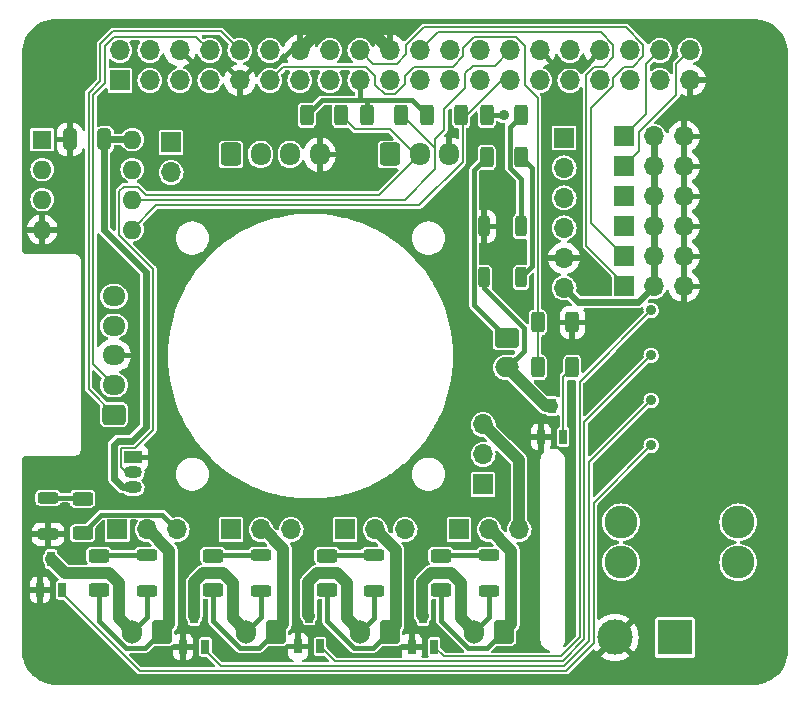
<source format=gbl>
G04 #@! TF.GenerationSoftware,KiCad,Pcbnew,7.0.6-0*
G04 #@! TF.CreationDate,2023-08-09T22:14:15+01:00*
G04 #@! TF.ProjectId,Klipper Fan Hat,4b6c6970-7065-4722-9046-616e20486174,V2*
G04 #@! TF.SameCoordinates,Original*
G04 #@! TF.FileFunction,Copper,L2,Bot*
G04 #@! TF.FilePolarity,Positive*
%FSLAX46Y46*%
G04 Gerber Fmt 4.6, Leading zero omitted, Abs format (unit mm)*
G04 Created by KiCad (PCBNEW 7.0.6-0) date 2023-08-09 22:14:15*
%MOMM*%
%LPD*%
G01*
G04 APERTURE LIST*
G04 Aperture macros list*
%AMRoundRect*
0 Rectangle with rounded corners*
0 $1 Rounding radius*
0 $2 $3 $4 $5 $6 $7 $8 $9 X,Y pos of 4 corners*
0 Add a 4 corners polygon primitive as box body*
4,1,4,$2,$3,$4,$5,$6,$7,$8,$9,$2,$3,0*
0 Add four circle primitives for the rounded corners*
1,1,$1+$1,$2,$3*
1,1,$1+$1,$4,$5*
1,1,$1+$1,$6,$7*
1,1,$1+$1,$8,$9*
0 Add four rect primitives between the rounded corners*
20,1,$1+$1,$2,$3,$4,$5,0*
20,1,$1+$1,$4,$5,$6,$7,0*
20,1,$1+$1,$6,$7,$8,$9,0*
20,1,$1+$1,$8,$9,$2,$3,0*%
G04 Aperture macros list end*
G04 #@! TA.AperFunction,ComponentPad*
%ADD10C,2.780000*%
G04 #@! TD*
G04 #@! TA.AperFunction,ComponentPad*
%ADD11RoundRect,0.250000X0.725000X-0.600000X0.725000X0.600000X-0.725000X0.600000X-0.725000X-0.600000X0*%
G04 #@! TD*
G04 #@! TA.AperFunction,ComponentPad*
%ADD12O,1.950000X1.700000*%
G04 #@! TD*
G04 #@! TA.AperFunction,ComponentPad*
%ADD13R,1.700000X1.700000*%
G04 #@! TD*
G04 #@! TA.AperFunction,ComponentPad*
%ADD14O,1.700000X1.700000*%
G04 #@! TD*
G04 #@! TA.AperFunction,ComponentPad*
%ADD15R,3.000000X3.000000*%
G04 #@! TD*
G04 #@! TA.AperFunction,ComponentPad*
%ADD16C,3.000000*%
G04 #@! TD*
G04 #@! TA.AperFunction,ComponentPad*
%ADD17RoundRect,0.250000X-0.600000X-0.725000X0.600000X-0.725000X0.600000X0.725000X-0.600000X0.725000X0*%
G04 #@! TD*
G04 #@! TA.AperFunction,ComponentPad*
%ADD18O,1.700000X1.950000*%
G04 #@! TD*
G04 #@! TA.AperFunction,ComponentPad*
%ADD19RoundRect,0.250000X-0.750000X0.600000X-0.750000X-0.600000X0.750000X-0.600000X0.750000X0.600000X0*%
G04 #@! TD*
G04 #@! TA.AperFunction,ComponentPad*
%ADD20O,2.000000X1.700000*%
G04 #@! TD*
G04 #@! TA.AperFunction,ComponentPad*
%ADD21RoundRect,0.250000X0.600000X0.750000X-0.600000X0.750000X-0.600000X-0.750000X0.600000X-0.750000X0*%
G04 #@! TD*
G04 #@! TA.AperFunction,ComponentPad*
%ADD22O,1.700000X2.000000*%
G04 #@! TD*
G04 #@! TA.AperFunction,ComponentPad*
%ADD23R,1.600000X1.600000*%
G04 #@! TD*
G04 #@! TA.AperFunction,ComponentPad*
%ADD24O,1.600000X1.600000*%
G04 #@! TD*
G04 #@! TA.AperFunction,SMDPad,CuDef*
%ADD25R,0.650000X1.220000*%
G04 #@! TD*
G04 #@! TA.AperFunction,SMDPad,CuDef*
%ADD26RoundRect,0.250000X-0.312500X-0.625000X0.312500X-0.625000X0.312500X0.625000X-0.312500X0.625000X0*%
G04 #@! TD*
G04 #@! TA.AperFunction,SMDPad,CuDef*
%ADD27RoundRect,0.190000X0.685000X-0.285000X0.685000X0.285000X-0.685000X0.285000X-0.685000X-0.285000X0*%
G04 #@! TD*
G04 #@! TA.AperFunction,SMDPad,CuDef*
%ADD28RoundRect,0.250000X0.625000X-0.312500X0.625000X0.312500X-0.625000X0.312500X-0.625000X-0.312500X0*%
G04 #@! TD*
G04 #@! TA.AperFunction,ComponentPad*
%ADD29R,1.500000X1.050000*%
G04 #@! TD*
G04 #@! TA.AperFunction,ComponentPad*
%ADD30O,1.500000X1.050000*%
G04 #@! TD*
G04 #@! TA.AperFunction,SMDPad,CuDef*
%ADD31RoundRect,0.250000X-0.325000X-0.650000X0.325000X-0.650000X0.325000X0.650000X-0.325000X0.650000X0*%
G04 #@! TD*
G04 #@! TA.AperFunction,SMDPad,CuDef*
%ADD32RoundRect,0.190000X-0.285000X-0.685000X0.285000X-0.685000X0.285000X0.685000X-0.285000X0.685000X0*%
G04 #@! TD*
G04 #@! TA.AperFunction,ViaPad*
%ADD33C,0.900000*%
G04 #@! TD*
G04 #@! TA.AperFunction,Conductor*
%ADD34C,0.600000*%
G04 #@! TD*
G04 #@! TA.AperFunction,Conductor*
%ADD35C,0.200000*%
G04 #@! TD*
G04 #@! TA.AperFunction,Conductor*
%ADD36C,0.400000*%
G04 #@! TD*
G04 #@! TA.AperFunction,Conductor*
%ADD37C,1.000000*%
G04 #@! TD*
G04 APERTURE END LIST*
D10*
X150800000Y-86186000D03*
X150800000Y-89586000D03*
X160720000Y-86186000D03*
X160720000Y-89586000D03*
D11*
X107857000Y-77060000D03*
D12*
X107857000Y-74560000D03*
X107857000Y-72060000D03*
X107857000Y-69560000D03*
X107857000Y-67060000D03*
D13*
X151054000Y-63678000D03*
D14*
X153594000Y-63678000D03*
X156134000Y-63678000D03*
D15*
X155372000Y-95936000D03*
D16*
X150292000Y-95936000D03*
D13*
X127432000Y-86792000D03*
D14*
X129972000Y-86792000D03*
X132512000Y-86792000D03*
D17*
X117780000Y-55042000D03*
D18*
X120280000Y-55042000D03*
X122780000Y-55042000D03*
X125280000Y-55042000D03*
D13*
X139116000Y-82982000D03*
D14*
X139116000Y-80442000D03*
X139116000Y-77902000D03*
D13*
X151054000Y-61138000D03*
D14*
X153594000Y-61138000D03*
X156134000Y-61138000D03*
D13*
X112700000Y-54026000D03*
D14*
X112700000Y-56566000D03*
D19*
X141148000Y-70576000D03*
D20*
X141148000Y-73076000D03*
D13*
X151054000Y-66218000D03*
D14*
X153594000Y-66218000D03*
X156134000Y-66218000D03*
D13*
X117780000Y-86792000D03*
D14*
X120320000Y-86792000D03*
X122860000Y-86792000D03*
D21*
X111918000Y-95445000D03*
D22*
X109418000Y-95445000D03*
D13*
X108143000Y-86792000D03*
D14*
X110683000Y-86792000D03*
X113223000Y-86792000D03*
D17*
X131242000Y-55042000D03*
D18*
X133742000Y-55042000D03*
X136242000Y-55042000D03*
D13*
X151054000Y-56058000D03*
D14*
X153594000Y-56058000D03*
X156134000Y-56058000D03*
D23*
X101788000Y-53782000D03*
D24*
X101788000Y-56322000D03*
X101788000Y-58862000D03*
X101788000Y-61402000D03*
X109408000Y-61402000D03*
X109408000Y-58862000D03*
X109408000Y-56322000D03*
X109408000Y-53782000D03*
D13*
X137084000Y-86792000D03*
D14*
X139624000Y-86792000D03*
X142164000Y-86792000D03*
D21*
X121570000Y-95445000D03*
D22*
X119070000Y-95445000D03*
D13*
X145974000Y-53645000D03*
D14*
X145974000Y-56185000D03*
X145974000Y-58725000D03*
X145974000Y-61265000D03*
X145974000Y-63805000D03*
X145974000Y-66345000D03*
D21*
X131222000Y-95445000D03*
D22*
X128722000Y-95445000D03*
D13*
X151054000Y-53518000D03*
D14*
X153594000Y-53518000D03*
X156134000Y-53518000D03*
D21*
X140874000Y-95445000D03*
D22*
X138374000Y-95445000D03*
D13*
X151054000Y-58598000D03*
D14*
X153594000Y-58598000D03*
X156134000Y-58598000D03*
D13*
X108370000Y-48770000D03*
D14*
X108370000Y-46230000D03*
X110910000Y-48770000D03*
X110910000Y-46230000D03*
X113450000Y-48770000D03*
X113450000Y-46230000D03*
X115990000Y-48770000D03*
X115990000Y-46230000D03*
X118530000Y-48770000D03*
X118530000Y-46230000D03*
X121070000Y-48770000D03*
X121070000Y-46230000D03*
X123610000Y-48770000D03*
X123610000Y-46230000D03*
X126150000Y-48770000D03*
X126150000Y-46230000D03*
X128690000Y-48770000D03*
X128690000Y-46230000D03*
X131230000Y-48770000D03*
X131230000Y-46230000D03*
X133770000Y-48770000D03*
X133770000Y-46230000D03*
X136310000Y-48770000D03*
X136310000Y-46230000D03*
X138850000Y-48770000D03*
X138850000Y-46230000D03*
X141390000Y-48770000D03*
X141390000Y-46230000D03*
X143930000Y-48770000D03*
X143930000Y-46230000D03*
X146470000Y-48770000D03*
X146470000Y-46230000D03*
X149010000Y-48770000D03*
X149010000Y-46230000D03*
X151550000Y-48770000D03*
X151550000Y-46230000D03*
X154090000Y-48770000D03*
X154090000Y-46230000D03*
X156630000Y-48770000D03*
X156630000Y-46230000D03*
D25*
X103490000Y-91912000D03*
X101590000Y-91912000D03*
X102540000Y-89292000D03*
D26*
X139431500Y-51740000D03*
X142356500Y-51740000D03*
D27*
X110668000Y-92025000D03*
X110668000Y-88925000D03*
D28*
X105207000Y-87111500D03*
X105207000Y-84186500D03*
D29*
X109504000Y-80696000D03*
D30*
X109504000Y-81966000D03*
X109504000Y-83236000D03*
D27*
X139624000Y-92025000D03*
X139624000Y-88925000D03*
D28*
X116256000Y-91937500D03*
X116256000Y-89012500D03*
X106604000Y-91937500D03*
X106604000Y-89012500D03*
D26*
X124191500Y-51740000D03*
X127116500Y-51740000D03*
D27*
X120320000Y-92025000D03*
X120320000Y-88925000D03*
D25*
X125334000Y-96698000D03*
X123434000Y-96698000D03*
X124384000Y-94078000D03*
D26*
X143749500Y-69266000D03*
X146674500Y-69266000D03*
D31*
X104113000Y-53772000D03*
X107063000Y-53772000D03*
D32*
X139217000Y-61138000D03*
X142317000Y-61138000D03*
D25*
X145908000Y-78958000D03*
X144008000Y-78958000D03*
X144958000Y-76338000D03*
D28*
X135560000Y-91937500D03*
X135560000Y-89012500D03*
D25*
X134986000Y-96738000D03*
X133086000Y-96738000D03*
X134036000Y-94118000D03*
X115616000Y-96738000D03*
X113716000Y-96738000D03*
X114666000Y-94118000D03*
D28*
X125908000Y-91937500D03*
X125908000Y-89012500D03*
D26*
X143749500Y-73076000D03*
X146674500Y-73076000D03*
D32*
X139217000Y-65456000D03*
X142317000Y-65456000D03*
D27*
X102286000Y-87199000D03*
X102286000Y-84099000D03*
D26*
X139431500Y-55296000D03*
X142356500Y-55296000D03*
X129271500Y-51740000D03*
X132196500Y-51740000D03*
X134351500Y-51740000D03*
X137276500Y-51740000D03*
D27*
X129845000Y-92025000D03*
X129845000Y-88925000D03*
D33*
X105207000Y-85649000D03*
X140894000Y-51740000D03*
X153340000Y-79680000D03*
X153340000Y-75870000D03*
X153340000Y-72060000D03*
X153340000Y-68250000D03*
D34*
X109504000Y-83236000D02*
X108604000Y-83236000D01*
X107854000Y-79622472D02*
X108205472Y-79271000D01*
X110576000Y-64974163D02*
X107063000Y-61461163D01*
X108604000Y-83236000D02*
X107854000Y-82486000D01*
X107854000Y-82486000D02*
X107854000Y-79622472D01*
X108205472Y-79271000D02*
X109403472Y-79271000D01*
X109403472Y-79271000D02*
X110576000Y-78098472D01*
X110576000Y-78098472D02*
X110576000Y-64974163D01*
X107063000Y-61461163D02*
X107063000Y-53772000D01*
D35*
X109504000Y-81966000D02*
X108899000Y-81966000D01*
X108899000Y-81966000D02*
X108454000Y-81521000D01*
X108308000Y-61857635D02*
X108308000Y-58164000D01*
X108454000Y-79871000D02*
X109652000Y-79871000D01*
X111176000Y-64725636D02*
X108308000Y-61857635D01*
X109652000Y-79871000D02*
X111176000Y-78347000D01*
X130322000Y-58462000D02*
X133742000Y-55042000D01*
X108308000Y-58164000D02*
X108710000Y-57762000D01*
X108710000Y-57762000D02*
X109863635Y-57762000D01*
X109863635Y-57762000D02*
X110563635Y-58462000D01*
X111176000Y-78347000D02*
X111176000Y-64725636D01*
X108454000Y-81521000D02*
X108454000Y-79871000D01*
X110563635Y-58462000D02*
X130322000Y-58462000D01*
D36*
X143930000Y-46230000D02*
X145220000Y-47520000D01*
X114700000Y-47480000D02*
X117240000Y-47480000D01*
D37*
X131230000Y-46230000D02*
X129680000Y-44680000D01*
D36*
X145220000Y-47520000D02*
X147720000Y-47520000D01*
D37*
X129680000Y-44680000D02*
X125160000Y-44680000D01*
D36*
X122837767Y-46230000D02*
X123610000Y-46230000D01*
X117240000Y-47480000D02*
X118530000Y-48770000D01*
X118530000Y-48770000D02*
X119820000Y-47480000D01*
D37*
X125160000Y-44680000D02*
X123610000Y-46230000D01*
D36*
X121587767Y-47480000D02*
X122837767Y-46230000D01*
X147720000Y-47520000D02*
X149010000Y-46230000D01*
X113450000Y-46230000D02*
X114700000Y-47480000D01*
X119820000Y-47480000D02*
X121587767Y-47480000D01*
D35*
X128291500Y-52915000D02*
X127116500Y-51740000D01*
X133742000Y-55042000D02*
X133344817Y-55042000D01*
X131217817Y-52915000D02*
X128291500Y-52915000D01*
X133344817Y-55042000D02*
X131217817Y-52915000D01*
X107893654Y-45080000D02*
X114840000Y-45080000D01*
X106115000Y-49981686D02*
X107112000Y-48984686D01*
X114840000Y-45080000D02*
X115990000Y-46230000D01*
X106115000Y-72818000D02*
X106115000Y-49981686D01*
X107112000Y-48984686D02*
X107112000Y-45861654D01*
X107112000Y-45861654D02*
X107893654Y-45080000D01*
X107857000Y-74560000D02*
X106115000Y-72818000D01*
X105715000Y-49816000D02*
X106712000Y-48819000D01*
X107779969Y-44628000D02*
X116928000Y-44628000D01*
X107857000Y-77060000D02*
X105715000Y-74918000D01*
X105715000Y-74918000D02*
X105715000Y-49816000D01*
X106712000Y-48819000D02*
X106712000Y-45695969D01*
X116928000Y-44628000D02*
X118530000Y-46230000D01*
X106712000Y-45695969D02*
X107779969Y-44628000D01*
X132512000Y-49114346D02*
X132512000Y-48401654D01*
X143749500Y-50277500D02*
X143749500Y-69266000D01*
X138373654Y-45080000D02*
X141866346Y-45080000D01*
X142672000Y-45885654D02*
X142672000Y-49200000D01*
X136576000Y-47620000D02*
X137460000Y-46736000D01*
X143749500Y-69266000D02*
X143749500Y-73076000D01*
X122220000Y-47620000D02*
X129166346Y-47620000D01*
X132512000Y-48401654D02*
X133293654Y-47620000D01*
X121070000Y-48770000D02*
X122220000Y-47620000D01*
X131664346Y-49962000D02*
X132512000Y-49114346D01*
X129972000Y-48425654D02*
X129972000Y-49141346D01*
X130792654Y-49962000D02*
X131664346Y-49962000D01*
X137460000Y-45993654D02*
X138373654Y-45080000D01*
X133293654Y-47620000D02*
X136576000Y-47620000D01*
X129972000Y-49141346D02*
X130792654Y-49962000D01*
X142672000Y-49200000D02*
X143749500Y-50277500D01*
X141866346Y-45080000D02*
X142672000Y-45885654D01*
X137460000Y-46736000D02*
X137460000Y-45993654D01*
X129166346Y-47620000D02*
X129972000Y-48425654D01*
X151054000Y-63678000D02*
X148260000Y-60884000D01*
X152700000Y-46736000D02*
X151816000Y-47620000D01*
X152700000Y-45753654D02*
X152700000Y-46736000D01*
X148260000Y-51146346D02*
X150160000Y-49246346D01*
X151226346Y-44280000D02*
X152700000Y-45753654D01*
X134093654Y-44280000D02*
X151226346Y-44280000D01*
X129840000Y-47380000D02*
X131792000Y-47380000D01*
X132620000Y-45753654D02*
X134093654Y-44280000D01*
X132620000Y-46552000D02*
X132620000Y-45753654D01*
X151073654Y-47620000D02*
X150160000Y-48533654D01*
X131792000Y-47380000D02*
X132620000Y-46552000D01*
X151816000Y-47620000D02*
X151073654Y-47620000D01*
X128690000Y-46230000D02*
X129840000Y-47380000D01*
X148260000Y-60884000D02*
X148260000Y-51146346D01*
X150160000Y-49246346D02*
X150160000Y-48533654D01*
X148533654Y-47620000D02*
X147860000Y-48293654D01*
X149332000Y-47620000D02*
X148533654Y-47620000D01*
X147860000Y-48293654D02*
X147860000Y-62784000D01*
X135320000Y-44680000D02*
X149086346Y-44680000D01*
X151054000Y-65978000D02*
X151054000Y-66218000D01*
X150160000Y-45753654D02*
X150160000Y-46792000D01*
X150160000Y-46792000D02*
X149332000Y-47620000D01*
X147860000Y-62784000D02*
X151054000Y-65978000D01*
X149086346Y-44680000D02*
X150160000Y-45753654D01*
X133770000Y-46230000D02*
X135320000Y-44680000D01*
X111450000Y-59360000D02*
X133675346Y-59360000D01*
X137716183Y-51740000D02*
X137276500Y-51740000D01*
X137392000Y-55643346D02*
X137392000Y-51855500D01*
X133675346Y-59360000D02*
X137392000Y-55643346D01*
X137392000Y-51855500D02*
X137276500Y-51740000D01*
X140686183Y-48770000D02*
X137716183Y-51740000D01*
X141390000Y-48770000D02*
X140686183Y-48770000D01*
X109408000Y-61402000D02*
X111450000Y-59360000D01*
X135814000Y-51232000D02*
X137592000Y-49454000D01*
X140089173Y-47530827D02*
X141390000Y-46230000D01*
X137592000Y-48184000D02*
X138245173Y-47530827D01*
X134892000Y-56482000D02*
X134892000Y-56472000D01*
X135052000Y-56312000D02*
X135052000Y-55550000D01*
X132196500Y-51740000D02*
X132258000Y-51740000D01*
X135052000Y-54534000D02*
X135052000Y-55550000D01*
X138245173Y-47530827D02*
X140089173Y-47530827D01*
X109408000Y-58862000D02*
X132512000Y-58862000D01*
X132512000Y-58862000D02*
X134892000Y-56482000D01*
X137592000Y-49454000D02*
X137592000Y-48184000D01*
X134892000Y-56472000D02*
X135052000Y-56312000D01*
X135814000Y-53010000D02*
X135814000Y-51232000D01*
X132258000Y-51740000D02*
X135052000Y-54534000D01*
X135052000Y-55550000D02*
X135052000Y-53772000D01*
X135052000Y-53772000D02*
X135814000Y-53010000D01*
D36*
X139431500Y-51740000D02*
X140894000Y-51740000D01*
D35*
X154090000Y-46230000D02*
X152940000Y-47380000D01*
X152940000Y-51632000D02*
X151054000Y-53518000D01*
X152940000Y-47380000D02*
X152940000Y-51632000D01*
X152324000Y-54788000D02*
X151054000Y-56058000D01*
X152324000Y-53161654D02*
X152324000Y-54788000D01*
X155480000Y-47380000D02*
X155480000Y-50005654D01*
X155480000Y-50005654D02*
X152324000Y-53161654D01*
X156630000Y-46230000D02*
X155480000Y-47380000D01*
D34*
X107063000Y-53772000D02*
X109398000Y-53772000D01*
X153594000Y-56058000D02*
X153594000Y-53518000D01*
X153594000Y-58598000D02*
X153594000Y-56058000D01*
D36*
X128690000Y-48770000D02*
X128690000Y-50453000D01*
D34*
X152244000Y-67568000D02*
X147197000Y-67568000D01*
D36*
X125466500Y-50465000D02*
X124191500Y-51740000D01*
X133076500Y-50465000D02*
X125466500Y-50465000D01*
D34*
X153594000Y-66218000D02*
X152244000Y-67568000D01*
D36*
X133076500Y-50465000D02*
X134351500Y-51740000D01*
D34*
X109398000Y-53772000D02*
X109408000Y-53782000D01*
X153594000Y-63678000D02*
X153594000Y-61138000D01*
D36*
X129271500Y-51740000D02*
X129271500Y-50526500D01*
D34*
X147197000Y-67568000D02*
X145974000Y-66345000D01*
X153594000Y-61138000D02*
X153594000Y-58598000D01*
D36*
X128702000Y-50465000D02*
X125466500Y-50465000D01*
X128690000Y-50453000D02*
X128702000Y-50465000D01*
X128702000Y-50465000D02*
X129210000Y-50465000D01*
X129271500Y-50526500D02*
X129210000Y-50465000D01*
D34*
X153594000Y-66218000D02*
X153594000Y-63678000D01*
D36*
X138342000Y-56385500D02*
X138342000Y-67770000D01*
X139431500Y-55296000D02*
X138342000Y-56385500D01*
X138342000Y-67770000D02*
X141148000Y-70576000D01*
D37*
X144958000Y-76338000D02*
X144410000Y-76338000D01*
X144410000Y-76338000D02*
X141148000Y-73076000D01*
D36*
X142548000Y-69706761D02*
X142548000Y-71676000D01*
X139217000Y-65456000D02*
X139217000Y-66375761D01*
X139217000Y-66375761D02*
X142548000Y-69706761D01*
X142548000Y-71676000D02*
X141148000Y-73076000D01*
X118552233Y-96845000D02*
X120170000Y-96845000D01*
X116256000Y-91937500D02*
X116256000Y-94548767D01*
D37*
X122220000Y-88455000D02*
X122220000Y-94795000D01*
D36*
X120170000Y-96845000D02*
X121570000Y-95445000D01*
D37*
X122220000Y-94795000D02*
X121570000Y-95445000D01*
X120320000Y-86792000D02*
X120557000Y-86792000D01*
D36*
X116256000Y-94548767D02*
X118552233Y-96845000D01*
D37*
X120557000Y-86792000D02*
X122220000Y-88455000D01*
D36*
X128204233Y-96845000D02*
X129822000Y-96845000D01*
D37*
X131745000Y-94922000D02*
X131222000Y-95445000D01*
D36*
X125908000Y-91937500D02*
X125908000Y-94548767D01*
D37*
X131745000Y-88565000D02*
X131745000Y-94922000D01*
D36*
X125908000Y-94548767D02*
X128204233Y-96845000D01*
X129822000Y-96845000D02*
X131222000Y-95445000D01*
D37*
X129972000Y-86792000D02*
X131745000Y-88565000D01*
D36*
X135560000Y-91937500D02*
X135560000Y-94548767D01*
D37*
X139719650Y-86792000D02*
X141524000Y-88596350D01*
X139624000Y-86792000D02*
X139719650Y-86792000D01*
D36*
X137856233Y-96845000D02*
X139474000Y-96845000D01*
D37*
X141524000Y-88596350D02*
X141524000Y-94795000D01*
D36*
X135560000Y-94548767D02*
X137856233Y-96845000D01*
X139474000Y-96845000D02*
X140874000Y-95445000D01*
D37*
X141524000Y-94795000D02*
X140874000Y-95445000D01*
D36*
X106691500Y-88925000D02*
X106604000Y-89012500D01*
X110668000Y-88925000D02*
X106691500Y-88925000D01*
X116343500Y-88925000D02*
X116256000Y-89012500D01*
X120320000Y-88925000D02*
X116343500Y-88925000D01*
X129845000Y-88925000D02*
X125995500Y-88925000D01*
X125995500Y-88925000D02*
X125908000Y-89012500D01*
X135647500Y-88925000D02*
X135560000Y-89012500D01*
X139624000Y-88925000D02*
X135647500Y-88925000D01*
D37*
X142164000Y-80950000D02*
X139116000Y-77902000D01*
D36*
X111973000Y-85542000D02*
X107747000Y-85542000D01*
X106776500Y-85542000D02*
X107747000Y-85542000D01*
X105207000Y-87111500D02*
X106776500Y-85542000D01*
D37*
X142164000Y-86792000D02*
X142164000Y-80950000D01*
D36*
X113223000Y-86792000D02*
X111973000Y-85542000D01*
X110668000Y-94195000D02*
X109418000Y-95445000D01*
D37*
X108258000Y-94285000D02*
X109418000Y-95445000D01*
X107422503Y-90475000D02*
X108255000Y-91307497D01*
X108255000Y-91307497D02*
X108255000Y-94285000D01*
X103723000Y-90475000D02*
X107422503Y-90475000D01*
D36*
X110668000Y-92025000D02*
X110668000Y-94195000D01*
D37*
X102540000Y-89292000D02*
X103723000Y-90475000D01*
X108255000Y-94285000D02*
X108258000Y-94285000D01*
X117907000Y-91307497D02*
X117907000Y-94282000D01*
X114666000Y-94118000D02*
X114666000Y-91246497D01*
X115437497Y-90475000D02*
X117074503Y-90475000D01*
X114666000Y-91246497D02*
X115437497Y-90475000D01*
X117074503Y-90475000D02*
X117907000Y-91307497D01*
D36*
X120320000Y-94195000D02*
X119070000Y-95445000D01*
D37*
X117907000Y-94282000D02*
X119070000Y-95445000D01*
D36*
X120320000Y-92025000D02*
X120320000Y-94195000D01*
D37*
X125089497Y-90475000D02*
X126726503Y-90475000D01*
D36*
X129845000Y-92025000D02*
X129845000Y-94322000D01*
D37*
X127559000Y-94282000D02*
X128722000Y-95445000D01*
D36*
X129845000Y-94322000D02*
X128722000Y-95445000D01*
D37*
X124333000Y-91231497D02*
X125089497Y-90475000D01*
X124384000Y-94078000D02*
X124333000Y-94027000D01*
X126726503Y-90475000D02*
X127559000Y-91307497D01*
X124333000Y-94027000D02*
X124333000Y-91231497D01*
X127559000Y-91307497D02*
X127559000Y-94282000D01*
X136378503Y-90475000D02*
X137211000Y-91307497D01*
D36*
X139624000Y-94195000D02*
X138374000Y-95445000D01*
D37*
X137211000Y-94282000D02*
X138374000Y-95445000D01*
X134741497Y-90475000D02*
X136378503Y-90475000D01*
X133985000Y-94067000D02*
X133985000Y-91231497D01*
X134036000Y-94118000D02*
X133985000Y-94067000D01*
X133985000Y-91231497D02*
X134741497Y-90475000D01*
X137211000Y-91307497D02*
X137211000Y-94282000D01*
D36*
X139624000Y-92025000D02*
X139624000Y-94195000D01*
D35*
X111353800Y-98745000D02*
X146174586Y-98745000D01*
X103490000Y-92197000D02*
X110038000Y-98745000D01*
X148492000Y-84528000D02*
X153340000Y-79680000D01*
X103490000Y-91912000D02*
X103490000Y-92197000D01*
X146174586Y-98745000D02*
X148492000Y-96427585D01*
X110038000Y-98745000D02*
X111353800Y-98745000D01*
X148492000Y-96427585D02*
X148492000Y-84528000D01*
X115616000Y-97023000D02*
X116938000Y-98345000D01*
X115616000Y-96738000D02*
X115616000Y-97023000D01*
X148092000Y-81118000D02*
X153340000Y-75870000D01*
X148092000Y-96261899D02*
X148092000Y-81118000D01*
X116938000Y-98345000D02*
X146008898Y-98345000D01*
X146008898Y-98345000D02*
X148092000Y-96261899D01*
X145843212Y-97945000D02*
X147692000Y-96096213D01*
X125334000Y-96698000D02*
X126581000Y-97945000D01*
X126581000Y-97945000D02*
X145843212Y-97945000D01*
X147692000Y-96096213D02*
X147692000Y-77708000D01*
X147692000Y-77708000D02*
X153340000Y-72060000D01*
X147292000Y-74298000D02*
X153340000Y-68250000D01*
X134986000Y-96738000D02*
X135793000Y-97545000D01*
X135793000Y-97545000D02*
X145677526Y-97545000D01*
X145677526Y-97545000D02*
X147292000Y-95930527D01*
X147292000Y-95930527D02*
X147292000Y-74298000D01*
D36*
X142317000Y-65456000D02*
X143249500Y-64523500D01*
X143249500Y-64523500D02*
X143249500Y-56189000D01*
X143249500Y-56189000D02*
X142356500Y-55296000D01*
D35*
X146674500Y-73076000D02*
X145908000Y-73842500D01*
X145908000Y-73842500D02*
X145908000Y-78958000D01*
D36*
X142317000Y-61138000D02*
X142317000Y-57113239D01*
X142317000Y-57113239D02*
X141394000Y-56190239D01*
X141394000Y-56190239D02*
X141394000Y-52702500D01*
X141394000Y-52702500D02*
X142356500Y-51740000D01*
X110518000Y-96845000D02*
X111918000Y-95445000D01*
D37*
X110683000Y-86792000D02*
X110763650Y-86792000D01*
X112568000Y-88596350D02*
X112568000Y-94795000D01*
X112568000Y-94795000D02*
X111918000Y-95445000D01*
D36*
X106604000Y-94548767D02*
X108900233Y-96845000D01*
X108900233Y-96845000D02*
X110518000Y-96845000D01*
X106604000Y-91937500D02*
X106604000Y-94548767D01*
D37*
X110763650Y-86792000D02*
X112568000Y-88596350D01*
D36*
X105119500Y-84099000D02*
X105207000Y-84186500D01*
X102286000Y-84099000D02*
X105119500Y-84099000D01*
G04 #@! TA.AperFunction,Conductor*
G36*
X147636581Y-46491112D02*
G01*
X147688975Y-46537336D01*
X147703841Y-46571349D01*
X147736567Y-46693486D01*
X147736570Y-46693492D01*
X147836399Y-46907578D01*
X147971894Y-47101082D01*
X148138917Y-47268105D01*
X148207053Y-47315815D01*
X148250678Y-47370393D01*
X148257870Y-47439891D01*
X148226348Y-47502246D01*
X148223610Y-47505071D01*
X147691948Y-48036734D01*
X147685464Y-48042376D01*
X147675768Y-48049698D01*
X147643559Y-48085028D01*
X147641585Y-48087096D01*
X147627827Y-48100854D01*
X147627822Y-48100860D01*
X147626306Y-48103074D01*
X147620976Y-48109802D01*
X147600083Y-48132720D01*
X147600083Y-48132721D01*
X147597578Y-48139187D01*
X147584259Y-48164456D01*
X147580345Y-48170169D01*
X147575705Y-48180681D01*
X147572458Y-48179247D01*
X147547746Y-48222728D01*
X147485862Y-48255164D01*
X147416265Y-48248994D01*
X147361052Y-48206177D01*
X147352216Y-48192028D01*
X147347685Y-48183550D01*
X147347682Y-48183546D01*
X147216410Y-48023589D01*
X147070047Y-47903474D01*
X147056450Y-47892315D01*
X146873954Y-47794768D01*
X146675934Y-47734700D01*
X146675932Y-47734699D01*
X146675934Y-47734699D01*
X146488463Y-47716235D01*
X146470000Y-47714417D01*
X146469999Y-47714417D01*
X146264067Y-47734699D01*
X146088692Y-47787898D01*
X146066050Y-47794767D01*
X146066043Y-47794769D01*
X145970350Y-47845919D01*
X145883550Y-47892315D01*
X145883548Y-47892316D01*
X145883547Y-47892317D01*
X145723589Y-48023589D01*
X145592318Y-48183546D01*
X145592315Y-48183550D01*
X145572991Y-48219702D01*
X145494769Y-48366043D01*
X145434699Y-48564067D01*
X145414417Y-48770000D01*
X145434699Y-48975932D01*
X145434700Y-48975934D01*
X145494768Y-49173954D01*
X145592315Y-49356450D01*
X145607973Y-49375529D01*
X145723589Y-49516410D01*
X145787492Y-49568853D01*
X145883550Y-49647685D01*
X146066046Y-49745232D01*
X146264066Y-49805300D01*
X146264065Y-49805300D01*
X146276402Y-49806515D01*
X146470000Y-49825583D01*
X146675934Y-49805300D01*
X146873954Y-49745232D01*
X147056450Y-49647685D01*
X147216410Y-49516410D01*
X147339647Y-49366244D01*
X147397392Y-49326910D01*
X147467236Y-49325039D01*
X147527005Y-49361226D01*
X147557721Y-49423982D01*
X147559500Y-49444909D01*
X147559500Y-62721158D01*
X147558905Y-62729732D01*
X147557227Y-62741763D01*
X147559434Y-62789509D01*
X147559500Y-62792372D01*
X147559500Y-62811845D01*
X147559993Y-62814482D01*
X147560982Y-62823015D01*
X147562415Y-62853991D01*
X147562416Y-62853997D01*
X147565214Y-62860334D01*
X147573664Y-62887620D01*
X147574937Y-62894429D01*
X147574937Y-62894430D01*
X147591260Y-62920793D01*
X147595263Y-62928386D01*
X147607794Y-62956765D01*
X147607795Y-62956766D01*
X147607796Y-62956768D01*
X147612689Y-62961661D01*
X147630435Y-62984065D01*
X147634077Y-62989948D01*
X147634080Y-62989951D01*
X147658826Y-63008639D01*
X147665311Y-63014282D01*
X148829029Y-64178000D01*
X149967181Y-65316151D01*
X150000666Y-65377474D01*
X150003500Y-65403832D01*
X150003500Y-66943500D01*
X149983815Y-67010539D01*
X149931011Y-67056294D01*
X149879500Y-67067500D01*
X147455676Y-67067500D01*
X147388637Y-67047815D01*
X147367995Y-67031181D01*
X147033563Y-66696749D01*
X147000078Y-66635426D01*
X147002585Y-66573069D01*
X147003592Y-66569749D01*
X147009300Y-66550934D01*
X147029583Y-66345000D01*
X147009300Y-66139066D01*
X146949232Y-65941046D01*
X146851685Y-65758550D01*
X146765566Y-65653613D01*
X146720410Y-65598589D01*
X146560452Y-65467317D01*
X146560453Y-65467317D01*
X146560450Y-65467315D01*
X146377954Y-65369768D01*
X146311447Y-65349593D01*
X146253009Y-65311296D01*
X146224553Y-65247484D01*
X146235113Y-65178417D01*
X146281337Y-65126023D01*
X146315350Y-65111158D01*
X146437483Y-65078433D01*
X146437492Y-65078429D01*
X146651578Y-64978600D01*
X146845082Y-64843105D01*
X147012105Y-64676082D01*
X147147600Y-64482578D01*
X147247429Y-64268492D01*
X147247432Y-64268486D01*
X147304636Y-64055000D01*
X146407686Y-64055000D01*
X146433493Y-64014844D01*
X146474000Y-63876889D01*
X146474000Y-63733111D01*
X146433493Y-63595156D01*
X146407686Y-63555000D01*
X147304636Y-63555000D01*
X147304635Y-63554999D01*
X147247432Y-63341513D01*
X147247429Y-63341507D01*
X147147600Y-63127422D01*
X147147599Y-63127420D01*
X147012113Y-62933926D01*
X147012108Y-62933920D01*
X146845082Y-62766894D01*
X146651578Y-62631399D01*
X146437492Y-62531570D01*
X146437486Y-62531567D01*
X146315349Y-62498841D01*
X146255689Y-62462476D01*
X146225160Y-62399629D01*
X146233455Y-62330253D01*
X146277940Y-62276375D01*
X146311444Y-62260407D01*
X146377954Y-62240232D01*
X146560450Y-62142685D01*
X146720410Y-62011410D01*
X146851685Y-61851450D01*
X146949232Y-61668954D01*
X147009300Y-61470934D01*
X147029583Y-61265000D01*
X147009300Y-61059066D01*
X146949232Y-60861046D01*
X146851685Y-60678550D01*
X146751997Y-60557079D01*
X146720410Y-60518589D01*
X146595374Y-60415976D01*
X146560450Y-60387315D01*
X146377954Y-60289768D01*
X146179934Y-60229700D01*
X146179932Y-60229699D01*
X146179934Y-60229699D01*
X145974000Y-60209417D01*
X145768067Y-60229699D01*
X145570043Y-60289769D01*
X145459898Y-60348643D01*
X145387550Y-60387315D01*
X145387548Y-60387316D01*
X145387547Y-60387317D01*
X145227589Y-60518589D01*
X145096317Y-60678547D01*
X144998769Y-60861043D01*
X144938699Y-61059067D01*
X144918417Y-61265000D01*
X144938699Y-61470932D01*
X144951976Y-61514701D01*
X144998768Y-61668954D01*
X145096315Y-61851450D01*
X145098194Y-61853739D01*
X145227589Y-62011410D01*
X145294390Y-62066231D01*
X145387550Y-62142685D01*
X145570046Y-62240232D01*
X145636551Y-62260405D01*
X145694989Y-62298702D01*
X145723446Y-62362514D01*
X145712887Y-62431581D01*
X145666663Y-62483975D01*
X145632650Y-62498841D01*
X145510514Y-62531567D01*
X145510507Y-62531570D01*
X145296422Y-62631399D01*
X145296420Y-62631400D01*
X145102926Y-62766886D01*
X145102920Y-62766891D01*
X144935891Y-62933920D01*
X144935886Y-62933926D01*
X144800400Y-63127420D01*
X144800399Y-63127422D01*
X144700570Y-63341507D01*
X144700567Y-63341513D01*
X144643364Y-63554999D01*
X144643364Y-63555000D01*
X145540314Y-63555000D01*
X145514507Y-63595156D01*
X145474000Y-63733111D01*
X145474000Y-63876889D01*
X145514507Y-64014844D01*
X145540314Y-64055000D01*
X144643364Y-64055000D01*
X144700567Y-64268486D01*
X144700570Y-64268492D01*
X144800399Y-64482578D01*
X144935894Y-64676082D01*
X145102917Y-64843105D01*
X145296421Y-64978600D01*
X145510507Y-65078429D01*
X145510516Y-65078433D01*
X145632649Y-65111158D01*
X145692310Y-65147523D01*
X145722839Y-65210369D01*
X145714545Y-65279745D01*
X145670059Y-65333623D01*
X145636552Y-65349593D01*
X145570046Y-65369767D01*
X145439358Y-65439622D01*
X145387550Y-65467315D01*
X145387548Y-65467316D01*
X145387547Y-65467317D01*
X145227589Y-65598589D01*
X145096317Y-65758547D01*
X144998769Y-65941043D01*
X144938699Y-66139067D01*
X144918417Y-66345000D01*
X144938699Y-66550932D01*
X144941405Y-66559851D01*
X144998768Y-66748954D01*
X145096315Y-66931450D01*
X145096317Y-66931452D01*
X145227589Y-67091410D01*
X145324209Y-67170702D01*
X145387550Y-67222685D01*
X145570046Y-67320232D01*
X145768066Y-67380300D01*
X145768065Y-67380300D01*
X145788348Y-67382297D01*
X145974000Y-67400583D01*
X146179934Y-67380300D01*
X146202069Y-67373584D01*
X146271936Y-67372959D01*
X146325749Y-67404563D01*
X146600505Y-67679319D01*
X146633990Y-67740642D01*
X146629006Y-67810334D01*
X146587134Y-67866267D01*
X146521670Y-67890684D01*
X146512825Y-67891000D01*
X146312029Y-67891000D01*
X146312012Y-67891001D01*
X146209302Y-67901494D01*
X146042880Y-67956641D01*
X146042875Y-67956643D01*
X145893654Y-68048684D01*
X145769684Y-68172654D01*
X145677643Y-68321875D01*
X145677641Y-68321880D01*
X145622494Y-68488302D01*
X145622493Y-68488309D01*
X145612000Y-68591013D01*
X145612000Y-69016000D01*
X147736999Y-69016000D01*
X147736999Y-68591028D01*
X147736998Y-68591013D01*
X147726505Y-68488302D01*
X147671358Y-68321880D01*
X147671354Y-68321871D01*
X147631709Y-68257596D01*
X147613269Y-68190204D01*
X147634192Y-68123540D01*
X147687834Y-68078771D01*
X147737248Y-68068500D01*
X152176857Y-68068500D01*
X152203215Y-68071334D01*
X152207927Y-68072359D01*
X152259671Y-68068657D01*
X152264094Y-68068500D01*
X152279799Y-68068500D01*
X152295342Y-68066264D01*
X152299740Y-68065791D01*
X152351483Y-68062091D01*
X152355992Y-68060408D01*
X152381685Y-68053850D01*
X152386457Y-68053165D01*
X152433646Y-68031613D01*
X152437728Y-68029922D01*
X152466638Y-68019140D01*
X152486329Y-68011797D01*
X152486329Y-68011796D01*
X152486331Y-68011796D01*
X152490189Y-68008907D01*
X152512995Y-67995375D01*
X152517373Y-67993377D01*
X152517374Y-67993375D01*
X152525449Y-67989689D01*
X152526916Y-67992903D01*
X152577672Y-67977949D01*
X152644730Y-67997572D01*
X152690534Y-68050333D01*
X152700883Y-68116895D01*
X152684721Y-68249999D01*
X152684722Y-68250000D01*
X152702380Y-68395435D01*
X152690919Y-68464359D01*
X152666965Y-68498062D01*
X147649181Y-73515847D01*
X147587858Y-73549332D01*
X147518166Y-73544348D01*
X147462233Y-73502476D01*
X147437816Y-73437012D01*
X147437500Y-73428166D01*
X147437500Y-72396730D01*
X147434646Y-72366300D01*
X147434646Y-72366298D01*
X147389793Y-72238119D01*
X147389792Y-72238117D01*
X147365672Y-72205435D01*
X147309150Y-72128850D01*
X147199882Y-72048207D01*
X147199880Y-72048206D01*
X147071700Y-72003353D01*
X147041270Y-72000500D01*
X147041266Y-72000500D01*
X146307734Y-72000500D01*
X146307730Y-72000500D01*
X146277300Y-72003353D01*
X146277298Y-72003353D01*
X146149119Y-72048206D01*
X146149117Y-72048207D01*
X146039850Y-72128850D01*
X145959207Y-72238117D01*
X145959206Y-72238119D01*
X145914353Y-72366298D01*
X145914353Y-72366300D01*
X145911500Y-72396730D01*
X145911500Y-73362666D01*
X145891815Y-73429705D01*
X145875181Y-73450348D01*
X145739947Y-73585580D01*
X145733464Y-73591222D01*
X145723768Y-73598544D01*
X145691559Y-73633874D01*
X145689585Y-73635942D01*
X145675827Y-73649700D01*
X145675822Y-73649706D01*
X145674306Y-73651920D01*
X145668976Y-73658648D01*
X145648083Y-73681566D01*
X145648083Y-73681567D01*
X145645578Y-73688033D01*
X145632259Y-73713302D01*
X145628345Y-73719015D01*
X145628343Y-73719021D01*
X145621244Y-73749199D01*
X145618702Y-73757407D01*
X145607500Y-73786326D01*
X145607500Y-73793251D01*
X145604206Y-73821641D01*
X145602621Y-73828377D01*
X145602621Y-73828381D01*
X145606905Y-73859090D01*
X145607500Y-73867666D01*
X145607500Y-75471697D01*
X145587815Y-75538736D01*
X145535011Y-75584491D01*
X145465853Y-75594435D01*
X145414609Y-75574799D01*
X145361230Y-75539132D01*
X145361229Y-75539131D01*
X145302752Y-75527500D01*
X145302748Y-75527500D01*
X144641519Y-75527500D01*
X144574480Y-75507815D01*
X144553838Y-75491181D01*
X143425838Y-74363181D01*
X143392353Y-74301858D01*
X143397337Y-74232166D01*
X143439209Y-74176233D01*
X143504673Y-74151816D01*
X143513519Y-74151500D01*
X144116270Y-74151500D01*
X144146699Y-74148646D01*
X144146701Y-74148646D01*
X144215502Y-74124571D01*
X144274882Y-74103793D01*
X144384150Y-74023150D01*
X144464793Y-73913882D01*
X144494711Y-73828381D01*
X144509646Y-73785701D01*
X144509646Y-73785699D01*
X144512500Y-73755269D01*
X144512500Y-72396730D01*
X144509646Y-72366300D01*
X144509646Y-72366298D01*
X144464793Y-72238119D01*
X144464792Y-72238117D01*
X144440672Y-72205435D01*
X144384150Y-72128850D01*
X144274882Y-72048207D01*
X144274880Y-72048206D01*
X144139577Y-72000861D01*
X144140070Y-71999451D01*
X144086241Y-71969997D01*
X144052811Y-71908644D01*
X144050000Y-71882393D01*
X144050000Y-70459606D01*
X144069685Y-70392567D01*
X144122489Y-70346812D01*
X144140904Y-70340674D01*
X144176121Y-70328350D01*
X144274882Y-70293793D01*
X144384150Y-70213150D01*
X144464793Y-70103882D01*
X144487219Y-70039790D01*
X144509646Y-69975701D01*
X144509646Y-69975699D01*
X144512500Y-69945269D01*
X144512500Y-69516000D01*
X145612001Y-69516000D01*
X145612001Y-69940986D01*
X145622494Y-70043697D01*
X145677641Y-70210119D01*
X145677643Y-70210124D01*
X145769684Y-70359345D01*
X145893654Y-70483315D01*
X146042875Y-70575356D01*
X146042880Y-70575358D01*
X146209302Y-70630505D01*
X146209309Y-70630506D01*
X146312019Y-70640999D01*
X146424499Y-70640999D01*
X146424500Y-70640998D01*
X146424500Y-69516000D01*
X146924500Y-69516000D01*
X146924500Y-70640999D01*
X147036972Y-70640999D01*
X147036986Y-70640998D01*
X147139697Y-70630505D01*
X147306119Y-70575358D01*
X147306124Y-70575356D01*
X147455345Y-70483315D01*
X147579315Y-70359345D01*
X147671356Y-70210124D01*
X147671358Y-70210119D01*
X147726505Y-70043697D01*
X147726506Y-70043690D01*
X147736999Y-69940986D01*
X147737000Y-69940973D01*
X147737000Y-69516000D01*
X146924500Y-69516000D01*
X146424500Y-69516000D01*
X145612001Y-69516000D01*
X144512500Y-69516000D01*
X144512500Y-68586730D01*
X144509646Y-68556300D01*
X144509646Y-68556298D01*
X144464793Y-68428119D01*
X144464792Y-68428117D01*
X144440672Y-68395435D01*
X144384150Y-68318850D01*
X144274882Y-68238207D01*
X144274880Y-68238206D01*
X144139577Y-68190861D01*
X144140070Y-68189451D01*
X144086241Y-68159997D01*
X144052811Y-68098644D01*
X144050000Y-68072393D01*
X144050000Y-58724999D01*
X144918417Y-58724999D01*
X144938699Y-58930932D01*
X144960243Y-59001954D01*
X144998768Y-59128954D01*
X145096315Y-59311450D01*
X145096317Y-59311452D01*
X145227589Y-59471410D01*
X145294390Y-59526231D01*
X145387550Y-59602685D01*
X145570046Y-59700232D01*
X145768066Y-59760300D01*
X145768065Y-59760300D01*
X145785529Y-59762020D01*
X145974000Y-59780583D01*
X146179934Y-59760300D01*
X146377954Y-59700232D01*
X146560450Y-59602685D01*
X146720410Y-59471410D01*
X146851685Y-59311450D01*
X146949232Y-59128954D01*
X147009300Y-58930934D01*
X147029583Y-58725000D01*
X147009300Y-58519066D01*
X146949232Y-58321046D01*
X146851685Y-58138550D01*
X146771234Y-58040519D01*
X146720410Y-57978589D01*
X146595374Y-57875976D01*
X146560450Y-57847315D01*
X146377954Y-57749768D01*
X146179934Y-57689700D01*
X146179932Y-57689699D01*
X146179934Y-57689699D01*
X145974000Y-57669417D01*
X145768067Y-57689699D01*
X145570043Y-57749769D01*
X145459898Y-57808643D01*
X145387550Y-57847315D01*
X145387548Y-57847316D01*
X145387547Y-57847317D01*
X145227589Y-57978589D01*
X145099628Y-58134513D01*
X145096315Y-58138550D01*
X145066653Y-58194043D01*
X144998769Y-58321043D01*
X144938699Y-58519067D01*
X144918417Y-58724999D01*
X144050000Y-58724999D01*
X144050000Y-56185000D01*
X144918417Y-56185000D01*
X144938699Y-56390932D01*
X144963574Y-56472933D01*
X144998768Y-56588954D01*
X145096315Y-56771450D01*
X145107590Y-56785189D01*
X145227589Y-56931410D01*
X145294390Y-56986231D01*
X145387550Y-57062685D01*
X145570046Y-57160232D01*
X145768066Y-57220300D01*
X145768065Y-57220300D01*
X145786529Y-57222118D01*
X145974000Y-57240583D01*
X146179934Y-57220300D01*
X146377954Y-57160232D01*
X146560450Y-57062685D01*
X146720410Y-56931410D01*
X146851685Y-56771450D01*
X146949232Y-56588954D01*
X147009300Y-56390934D01*
X147029583Y-56185000D01*
X147009300Y-55979066D01*
X146949232Y-55781046D01*
X146851685Y-55598550D01*
X146789473Y-55522744D01*
X146720410Y-55438589D01*
X146595374Y-55335976D01*
X146560450Y-55307315D01*
X146377954Y-55209768D01*
X146179934Y-55149700D01*
X146179932Y-55149699D01*
X146179934Y-55149699D01*
X145974000Y-55129417D01*
X145768067Y-55149699D01*
X145570043Y-55209769D01*
X145459898Y-55268643D01*
X145387550Y-55307315D01*
X145387548Y-55307316D01*
X145387547Y-55307317D01*
X145227589Y-55438589D01*
X145099628Y-55594513D01*
X145096315Y-55598550D01*
X145071229Y-55645482D01*
X144998769Y-55781043D01*
X144938699Y-55979067D01*
X144918417Y-56185000D01*
X144050000Y-56185000D01*
X144050000Y-54514752D01*
X144923500Y-54514752D01*
X144935131Y-54573229D01*
X144935132Y-54573230D01*
X144979447Y-54639552D01*
X145045769Y-54683867D01*
X145045770Y-54683868D01*
X145104247Y-54695499D01*
X145104250Y-54695500D01*
X145104252Y-54695500D01*
X146843750Y-54695500D01*
X146843751Y-54695499D01*
X146858568Y-54692552D01*
X146902229Y-54683868D01*
X146902229Y-54683867D01*
X146902231Y-54683867D01*
X146968552Y-54639552D01*
X147012867Y-54573231D01*
X147012867Y-54573229D01*
X147012868Y-54573229D01*
X147024499Y-54514752D01*
X147024500Y-54514750D01*
X147024500Y-52775249D01*
X147024499Y-52775247D01*
X147012868Y-52716770D01*
X147012867Y-52716769D01*
X146968552Y-52650447D01*
X146902230Y-52606132D01*
X146902229Y-52606131D01*
X146843752Y-52594500D01*
X146843748Y-52594500D01*
X145104252Y-52594500D01*
X145104247Y-52594500D01*
X145045770Y-52606131D01*
X145045769Y-52606132D01*
X144979447Y-52650447D01*
X144935132Y-52716769D01*
X144935131Y-52716770D01*
X144923500Y-52775247D01*
X144923500Y-54514752D01*
X144050000Y-54514752D01*
X144050000Y-50340338D01*
X144050595Y-50331762D01*
X144052271Y-50319739D01*
X144052273Y-50319735D01*
X144050066Y-50271990D01*
X144050000Y-50269127D01*
X144050000Y-50249659D01*
X144049999Y-50249653D01*
X144049991Y-50249612D01*
X144049508Y-50247027D01*
X144048516Y-50238480D01*
X144047349Y-50213231D01*
X144047085Y-50207508D01*
X144044288Y-50201175D01*
X144035832Y-50173868D01*
X144034561Y-50167067D01*
X144018236Y-50140702D01*
X144014235Y-50133112D01*
X144001706Y-50104735D01*
X143996808Y-50099838D01*
X143979063Y-50077434D01*
X143978105Y-50075887D01*
X143975419Y-50071548D01*
X143973153Y-50069837D01*
X143950672Y-50052860D01*
X143944194Y-50047223D01*
X143926539Y-50029568D01*
X143893054Y-49968245D01*
X143898038Y-49898553D01*
X143939910Y-49842620D01*
X144002063Y-49818485D01*
X144135934Y-49805300D01*
X144333954Y-49745232D01*
X144516450Y-49647685D01*
X144676410Y-49516410D01*
X144807685Y-49356450D01*
X144905232Y-49173954D01*
X144965300Y-48975934D01*
X144985583Y-48770000D01*
X144965300Y-48564066D01*
X144905232Y-48366046D01*
X144807685Y-48183550D01*
X144744551Y-48106620D01*
X144676410Y-48023589D01*
X144530047Y-47903474D01*
X144516450Y-47892315D01*
X144333954Y-47794768D01*
X144267447Y-47774593D01*
X144209009Y-47736296D01*
X144180553Y-47672484D01*
X144191113Y-47603417D01*
X144237337Y-47551023D01*
X144271350Y-47536158D01*
X144393483Y-47503433D01*
X144393492Y-47503429D01*
X144607578Y-47403600D01*
X144801082Y-47268105D01*
X144968105Y-47101082D01*
X145103600Y-46907578D01*
X145203429Y-46693492D01*
X145203433Y-46693483D01*
X145236158Y-46571350D01*
X145272522Y-46511690D01*
X145335369Y-46481160D01*
X145404745Y-46489454D01*
X145458623Y-46533939D01*
X145474593Y-46567447D01*
X145494768Y-46633954D01*
X145592315Y-46816450D01*
X145592317Y-46816452D01*
X145723589Y-46976410D01*
X145811949Y-47048924D01*
X145883550Y-47107685D01*
X146066046Y-47205232D01*
X146264066Y-47265300D01*
X146264065Y-47265300D01*
X146272107Y-47266092D01*
X146470000Y-47285583D01*
X146675934Y-47265300D01*
X146873954Y-47205232D01*
X147056450Y-47107685D01*
X147216410Y-46976410D01*
X147347685Y-46816450D01*
X147445232Y-46633954D01*
X147465406Y-46567446D01*
X147503702Y-46509010D01*
X147567514Y-46480553D01*
X147636581Y-46491112D01*
G37*
G04 #@! TD.AperFunction*
G04 #@! TA.AperFunction,Conductor*
G36*
X156384000Y-65782498D02*
G01*
X156276315Y-65733320D01*
X156169763Y-65718000D01*
X156098237Y-65718000D01*
X155991685Y-65733320D01*
X155883999Y-65782498D01*
X155883999Y-64113501D01*
X155991685Y-64162680D01*
X156098237Y-64178000D01*
X156169763Y-64178000D01*
X156276315Y-64162680D01*
X156384000Y-64113501D01*
X156384000Y-65782498D01*
G37*
G04 #@! TD.AperFunction*
G04 #@! TA.AperFunction,Conductor*
G36*
X156384000Y-63242498D02*
G01*
X156276315Y-63193320D01*
X156169763Y-63178000D01*
X156098237Y-63178000D01*
X155991685Y-63193320D01*
X155883999Y-63242498D01*
X155883999Y-61573501D01*
X155991685Y-61622680D01*
X156098237Y-61638000D01*
X156169763Y-61638000D01*
X156276315Y-61622680D01*
X156384000Y-61573501D01*
X156384000Y-63242498D01*
G37*
G04 #@! TD.AperFunction*
G04 #@! TA.AperFunction,Conductor*
G36*
X115985393Y-44935146D02*
G01*
X115994136Y-44930672D01*
X116017241Y-44928500D01*
X116752167Y-44928500D01*
X116819206Y-44948185D01*
X116839848Y-44964819D01*
X117540701Y-45665672D01*
X117574186Y-45726995D01*
X117569202Y-45796687D01*
X117562381Y-45811800D01*
X117554770Y-45826039D01*
X117494699Y-46024067D01*
X117474417Y-46229999D01*
X117494699Y-46435932D01*
X117511087Y-46489955D01*
X117554768Y-46633954D01*
X117652315Y-46816450D01*
X117652317Y-46816452D01*
X117783589Y-46976410D01*
X117871949Y-47048924D01*
X117943550Y-47107685D01*
X118126046Y-47205232D01*
X118192551Y-47225405D01*
X118250989Y-47263702D01*
X118279446Y-47327514D01*
X118268887Y-47396581D01*
X118222663Y-47448975D01*
X118188650Y-47463841D01*
X118066514Y-47496567D01*
X118066507Y-47496570D01*
X117852422Y-47596399D01*
X117852420Y-47596400D01*
X117658926Y-47731886D01*
X117658920Y-47731891D01*
X117491891Y-47898920D01*
X117491886Y-47898926D01*
X117356400Y-48092420D01*
X117356399Y-48092422D01*
X117256570Y-48306507D01*
X117256567Y-48306514D01*
X117223841Y-48428650D01*
X117187476Y-48488310D01*
X117124629Y-48518839D01*
X117055253Y-48510544D01*
X117001375Y-48466059D01*
X116985406Y-48432552D01*
X116965232Y-48366046D01*
X116867685Y-48183550D01*
X116804551Y-48106620D01*
X116736410Y-48023589D01*
X116590047Y-47903474D01*
X116576450Y-47892315D01*
X116393954Y-47794768D01*
X116195934Y-47734700D01*
X116195932Y-47734699D01*
X116195934Y-47734699D01*
X115990000Y-47714417D01*
X115784067Y-47734699D01*
X115608692Y-47787898D01*
X115586050Y-47794767D01*
X115586043Y-47794769D01*
X115490350Y-47845919D01*
X115403550Y-47892315D01*
X115403548Y-47892316D01*
X115403547Y-47892317D01*
X115243589Y-48023589D01*
X115112318Y-48183546D01*
X115112315Y-48183550D01*
X115092991Y-48219702D01*
X115014769Y-48366043D01*
X114954699Y-48564067D01*
X114934417Y-48770000D01*
X114954699Y-48975932D01*
X114954700Y-48975934D01*
X115014768Y-49173954D01*
X115112315Y-49356450D01*
X115127973Y-49375529D01*
X115243589Y-49516410D01*
X115307492Y-49568853D01*
X115403550Y-49647685D01*
X115586046Y-49745232D01*
X115784066Y-49805300D01*
X115784065Y-49805300D01*
X115796402Y-49806515D01*
X115990000Y-49825583D01*
X116195934Y-49805300D01*
X116393954Y-49745232D01*
X116576450Y-49647685D01*
X116736410Y-49516410D01*
X116867685Y-49356450D01*
X116965232Y-49173954D01*
X116985406Y-49107446D01*
X117023702Y-49049010D01*
X117087514Y-49020553D01*
X117156581Y-49031112D01*
X117208975Y-49077336D01*
X117223841Y-49111349D01*
X117256567Y-49233486D01*
X117256570Y-49233492D01*
X117356399Y-49447578D01*
X117491894Y-49641082D01*
X117658917Y-49808105D01*
X117852421Y-49943600D01*
X118066507Y-50043429D01*
X118066516Y-50043433D01*
X118280000Y-50100634D01*
X118280000Y-49205501D01*
X118387685Y-49254680D01*
X118494237Y-49270000D01*
X118565763Y-49270000D01*
X118672315Y-49254680D01*
X118779999Y-49205501D01*
X118779999Y-50100633D01*
X118993483Y-50043433D01*
X118993492Y-50043429D01*
X119207578Y-49943600D01*
X119401082Y-49808105D01*
X119568105Y-49641082D01*
X119703600Y-49447578D01*
X119803429Y-49233492D01*
X119803433Y-49233483D01*
X119836158Y-49111350D01*
X119872522Y-49051690D01*
X119935369Y-49021160D01*
X120004745Y-49029454D01*
X120058623Y-49073939D01*
X120074593Y-49107447D01*
X120094768Y-49173954D01*
X120192315Y-49356450D01*
X120207973Y-49375529D01*
X120323589Y-49516410D01*
X120387492Y-49568853D01*
X120483550Y-49647685D01*
X120666046Y-49745232D01*
X120864066Y-49805300D01*
X120864065Y-49805300D01*
X120876402Y-49806515D01*
X121070000Y-49825583D01*
X121275934Y-49805300D01*
X121473954Y-49745232D01*
X121656450Y-49647685D01*
X121816410Y-49516410D01*
X121947685Y-49356450D01*
X122045232Y-49173954D01*
X122105300Y-48975934D01*
X122125583Y-48770000D01*
X122105300Y-48564066D01*
X122045232Y-48366046D01*
X122037620Y-48351806D01*
X122023379Y-48283404D01*
X122048379Y-48218160D01*
X122059282Y-48205688D01*
X122308154Y-47956816D01*
X122369476Y-47923334D01*
X122395834Y-47920500D01*
X122686018Y-47920500D01*
X122753057Y-47940185D01*
X122798812Y-47992989D01*
X122808756Y-48062147D01*
X122781871Y-48123165D01*
X122732317Y-48183546D01*
X122634769Y-48366043D01*
X122574699Y-48564067D01*
X122554417Y-48770000D01*
X122574699Y-48975932D01*
X122574700Y-48975934D01*
X122634768Y-49173954D01*
X122732315Y-49356450D01*
X122747973Y-49375529D01*
X122863589Y-49516410D01*
X122927492Y-49568853D01*
X123023550Y-49647685D01*
X123206046Y-49745232D01*
X123404066Y-49805300D01*
X123404065Y-49805300D01*
X123416402Y-49806515D01*
X123610000Y-49825583D01*
X123815934Y-49805300D01*
X124013954Y-49745232D01*
X124196450Y-49647685D01*
X124356410Y-49516410D01*
X124487685Y-49356450D01*
X124585232Y-49173954D01*
X124645300Y-48975934D01*
X124665583Y-48770000D01*
X124645300Y-48564066D01*
X124585232Y-48366046D01*
X124487685Y-48183550D01*
X124487682Y-48183546D01*
X124438129Y-48123165D01*
X124410816Y-48058855D01*
X124422607Y-47989987D01*
X124469760Y-47938427D01*
X124533982Y-47920500D01*
X125226018Y-47920500D01*
X125293057Y-47940185D01*
X125338812Y-47992989D01*
X125348756Y-48062147D01*
X125321871Y-48123165D01*
X125272317Y-48183546D01*
X125174769Y-48366043D01*
X125114699Y-48564067D01*
X125094417Y-48770000D01*
X125114699Y-48975932D01*
X125114700Y-48975934D01*
X125174768Y-49173954D01*
X125272315Y-49356450D01*
X125287973Y-49375529D01*
X125403589Y-49516410D01*
X125467492Y-49568853D01*
X125563550Y-49647685D01*
X125746046Y-49745232D01*
X125944066Y-49805300D01*
X125944065Y-49805300D01*
X126063841Y-49817097D01*
X126128628Y-49843258D01*
X126148864Y-49871855D01*
X126154600Y-49859297D01*
X126213378Y-49821523D01*
X126236159Y-49817097D01*
X126278202Y-49812956D01*
X126355934Y-49805300D01*
X126553954Y-49745232D01*
X126736450Y-49647685D01*
X126896410Y-49516410D01*
X127027685Y-49356450D01*
X127125232Y-49173954D01*
X127185300Y-48975934D01*
X127205583Y-48770000D01*
X127185300Y-48564066D01*
X127125232Y-48366046D01*
X127027685Y-48183550D01*
X127027682Y-48183546D01*
X126978129Y-48123165D01*
X126950816Y-48058855D01*
X126962607Y-47989987D01*
X127009760Y-47938427D01*
X127073982Y-47920500D01*
X127766018Y-47920500D01*
X127833057Y-47940185D01*
X127878812Y-47992989D01*
X127888756Y-48062147D01*
X127861871Y-48123165D01*
X127812317Y-48183546D01*
X127714769Y-48366043D01*
X127654699Y-48564067D01*
X127634417Y-48770000D01*
X127654699Y-48975932D01*
X127654700Y-48975934D01*
X127714768Y-49173954D01*
X127812315Y-49356450D01*
X127827973Y-49375529D01*
X127943589Y-49516410D01*
X128007492Y-49568853D01*
X128103550Y-49647685D01*
X128223953Y-49712042D01*
X128273797Y-49761005D01*
X128289499Y-49821399D01*
X128289500Y-49940499D01*
X128269816Y-50007539D01*
X128217012Y-50053294D01*
X128165500Y-50064500D01*
X126248313Y-50064500D01*
X126181274Y-50044815D01*
X126149788Y-50008479D01*
X126136989Y-50030497D01*
X126074792Y-50062328D01*
X126051687Y-50064500D01*
X125432448Y-50064500D01*
X125432424Y-50064501D01*
X125403064Y-50064501D01*
X125381999Y-50071346D01*
X125363082Y-50075887D01*
X125341200Y-50079352D01*
X125341195Y-50079354D01*
X125321450Y-50089414D01*
X125303486Y-50096855D01*
X125282407Y-50103705D01*
X125264484Y-50116727D01*
X125247899Y-50126890D01*
X125228159Y-50136948D01*
X125205593Y-50159515D01*
X125205591Y-50159517D01*
X124724579Y-50640527D01*
X124663256Y-50674012D01*
X124595950Y-50669890D01*
X124588700Y-50667353D01*
X124558270Y-50664500D01*
X124558266Y-50664500D01*
X123824734Y-50664500D01*
X123824730Y-50664500D01*
X123794300Y-50667353D01*
X123794298Y-50667353D01*
X123666119Y-50712206D01*
X123666117Y-50712207D01*
X123556850Y-50792850D01*
X123476207Y-50902117D01*
X123476206Y-50902119D01*
X123431353Y-51030298D01*
X123431353Y-51030300D01*
X123428500Y-51060730D01*
X123428500Y-52419269D01*
X123431353Y-52449699D01*
X123431353Y-52449701D01*
X123463920Y-52542769D01*
X123476207Y-52577882D01*
X123556850Y-52687150D01*
X123666118Y-52767793D01*
X123687435Y-52775252D01*
X123794299Y-52812646D01*
X123824730Y-52815500D01*
X123824734Y-52815500D01*
X124558270Y-52815500D01*
X124588699Y-52812646D01*
X124588701Y-52812646D01*
X124677709Y-52781500D01*
X124716882Y-52767793D01*
X124826150Y-52687150D01*
X124906793Y-52577882D01*
X124936638Y-52492590D01*
X124951646Y-52449701D01*
X124951646Y-52449699D01*
X124954500Y-52419269D01*
X124954500Y-51594754D01*
X124974185Y-51527715D01*
X124990819Y-51507073D01*
X125596073Y-50901819D01*
X125657396Y-50868334D01*
X125683754Y-50865500D01*
X126239258Y-50865500D01*
X126306297Y-50885185D01*
X126352052Y-50937989D01*
X126361996Y-51007147D01*
X126356486Y-51029692D01*
X126356353Y-51030300D01*
X126353500Y-51060730D01*
X126353500Y-52419269D01*
X126356353Y-52449699D01*
X126356353Y-52449701D01*
X126388920Y-52542769D01*
X126401207Y-52577882D01*
X126481850Y-52687150D01*
X126591118Y-52767793D01*
X126612435Y-52775252D01*
X126719299Y-52812646D01*
X126749730Y-52815500D01*
X126749734Y-52815500D01*
X127483270Y-52815500D01*
X127513699Y-52812646D01*
X127513701Y-52812646D01*
X127620565Y-52775252D01*
X127625706Y-52773452D01*
X127695484Y-52769890D01*
X127754342Y-52802813D01*
X128034578Y-53083049D01*
X128040221Y-53089533D01*
X128047541Y-53099226D01*
X128047542Y-53099228D01*
X128072159Y-53121669D01*
X128082875Y-53131439D01*
X128084923Y-53133394D01*
X128098703Y-53147174D01*
X128100913Y-53148688D01*
X128107643Y-53154018D01*
X128117870Y-53163341D01*
X128130565Y-53174915D01*
X128130566Y-53174915D01*
X128130567Y-53174916D01*
X128137021Y-53177416D01*
X128162306Y-53190744D01*
X128166119Y-53193355D01*
X128168019Y-53194657D01*
X128198210Y-53201757D01*
X128206405Y-53204295D01*
X128235327Y-53215500D01*
X128242252Y-53215500D01*
X128270640Y-53218793D01*
X128277381Y-53220379D01*
X128308091Y-53216094D01*
X128316666Y-53215500D01*
X131041984Y-53215500D01*
X131109023Y-53235185D01*
X131129665Y-53251819D01*
X131532665Y-53654819D01*
X131566150Y-53716142D01*
X131561166Y-53785834D01*
X131519294Y-53841767D01*
X131453830Y-53866184D01*
X131444984Y-53866500D01*
X130587730Y-53866500D01*
X130557300Y-53869353D01*
X130557298Y-53869353D01*
X130429119Y-53914206D01*
X130429117Y-53914207D01*
X130319850Y-53994850D01*
X130239207Y-54104117D01*
X130239206Y-54104119D01*
X130194353Y-54232298D01*
X130194353Y-54232300D01*
X130191500Y-54262730D01*
X130191500Y-55821269D01*
X130194353Y-55851699D01*
X130194353Y-55851701D01*
X130239091Y-55979550D01*
X130239207Y-55979882D01*
X130319850Y-56089150D01*
X130429118Y-56169793D01*
X130468225Y-56183477D01*
X130557299Y-56214646D01*
X130587730Y-56217500D01*
X131842166Y-56217500D01*
X131909205Y-56237185D01*
X131954960Y-56289989D01*
X131964904Y-56359147D01*
X131935879Y-56422703D01*
X131929851Y-56429175D01*
X130836051Y-57522978D01*
X130233848Y-58125181D01*
X130172525Y-58158666D01*
X130146167Y-58161500D01*
X110739469Y-58161500D01*
X110672430Y-58141815D01*
X110651788Y-58125181D01*
X110529673Y-58003066D01*
X110120550Y-57593944D01*
X110114913Y-57587465D01*
X110107591Y-57577770D01*
X110072259Y-57545560D01*
X110070208Y-57543602D01*
X110056432Y-57529826D01*
X110054221Y-57528311D01*
X110047488Y-57522978D01*
X110024568Y-57502084D01*
X110018105Y-57499580D01*
X109992827Y-57486256D01*
X109987116Y-57482344D01*
X109987113Y-57482343D01*
X109987114Y-57482343D01*
X109956937Y-57475244D01*
X109948729Y-57472703D01*
X109919808Y-57461500D01*
X109912884Y-57461500D01*
X109884486Y-57458204D01*
X109871093Y-57455053D01*
X109810343Y-57420539D01*
X109777897Y-57358659D01*
X109784057Y-57289062D01*
X109826866Y-57233842D01*
X109841031Y-57224994D01*
X109966538Y-57157910D01*
X110118883Y-57032883D01*
X110243910Y-56880538D01*
X110326535Y-56725958D01*
X110336811Y-56706733D01*
X110336811Y-56706732D01*
X110336814Y-56706727D01*
X110379503Y-56566000D01*
X111644417Y-56566000D01*
X111664699Y-56771932D01*
X111668721Y-56785190D01*
X111724768Y-56969954D01*
X111822315Y-57152450D01*
X111856969Y-57194677D01*
X111953589Y-57312410D01*
X112029854Y-57374998D01*
X112113550Y-57443685D01*
X112296046Y-57541232D01*
X112494066Y-57601300D01*
X112494065Y-57601300D01*
X112512529Y-57603118D01*
X112700000Y-57621583D01*
X112905934Y-57601300D01*
X113103954Y-57541232D01*
X113286450Y-57443685D01*
X113446410Y-57312410D01*
X113577685Y-57152450D01*
X113675232Y-56969954D01*
X113735300Y-56771934D01*
X113755583Y-56566000D01*
X113735300Y-56360066D01*
X113675232Y-56162046D01*
X113577685Y-55979550D01*
X113507989Y-55894625D01*
X113447789Y-55821269D01*
X116729500Y-55821269D01*
X116732353Y-55851699D01*
X116732353Y-55851701D01*
X116777091Y-55979550D01*
X116777207Y-55979882D01*
X116857850Y-56089150D01*
X116967118Y-56169793D01*
X117006225Y-56183477D01*
X117095299Y-56214646D01*
X117125730Y-56217500D01*
X117125734Y-56217500D01*
X118434270Y-56217500D01*
X118464699Y-56214646D01*
X118464701Y-56214646D01*
X118542195Y-56187529D01*
X118592882Y-56169793D01*
X118702150Y-56089150D01*
X118782793Y-55979882D01*
X118806052Y-55913410D01*
X118827646Y-55851701D01*
X118827646Y-55851699D01*
X118830500Y-55821269D01*
X118830500Y-55218608D01*
X119229500Y-55218608D01*
X119231740Y-55241351D01*
X119244699Y-55372932D01*
X119270500Y-55457986D01*
X119304768Y-55570954D01*
X119402315Y-55753450D01*
X119420830Y-55776011D01*
X119533589Y-55913410D01*
X119614182Y-55979550D01*
X119693550Y-56044685D01*
X119876046Y-56142232D01*
X120074066Y-56202300D01*
X120074065Y-56202300D01*
X120094347Y-56204297D01*
X120280000Y-56222583D01*
X120485934Y-56202300D01*
X120683954Y-56142232D01*
X120866450Y-56044685D01*
X121026410Y-55913410D01*
X121157685Y-55753450D01*
X121255232Y-55570954D01*
X121315300Y-55372934D01*
X121330500Y-55218608D01*
X121729500Y-55218608D01*
X121731740Y-55241351D01*
X121744699Y-55372932D01*
X121770500Y-55457986D01*
X121804768Y-55570954D01*
X121902315Y-55753450D01*
X121920830Y-55776011D01*
X122033589Y-55913410D01*
X122114182Y-55979550D01*
X122193550Y-56044685D01*
X122376046Y-56142232D01*
X122574066Y-56202300D01*
X122574065Y-56202300D01*
X122592529Y-56204118D01*
X122780000Y-56222583D01*
X122985934Y-56202300D01*
X123183954Y-56142232D01*
X123366450Y-56044685D01*
X123526410Y-55913410D01*
X123657685Y-55753450D01*
X123755232Y-55570954D01*
X123755234Y-55570948D01*
X123757562Y-55565330D01*
X123759603Y-55566175D01*
X123792447Y-55516041D01*
X123856254Y-55487573D01*
X123925323Y-55498120D01*
X123977725Y-55544335D01*
X123992602Y-55578366D01*
X124006567Y-55630486D01*
X124006570Y-55630492D01*
X124106399Y-55844577D01*
X124241886Y-56038073D01*
X124241891Y-56038079D01*
X124408917Y-56205105D01*
X124602421Y-56340600D01*
X124816507Y-56440429D01*
X124816516Y-56440433D01*
X125030000Y-56497634D01*
X125029999Y-55450018D01*
X125144801Y-55502446D01*
X125246025Y-55517000D01*
X125313975Y-55517000D01*
X125415199Y-55502446D01*
X125529999Y-55450018D01*
X125529999Y-56497633D01*
X125743483Y-56440433D01*
X125743492Y-56440429D01*
X125957577Y-56340600D01*
X125957579Y-56340599D01*
X126151073Y-56205113D01*
X126151079Y-56205108D01*
X126318108Y-56038079D01*
X126318113Y-56038073D01*
X126453601Y-55844577D01*
X126553429Y-55630492D01*
X126553433Y-55630483D01*
X126614567Y-55402326D01*
X126614569Y-55402316D01*
X126624221Y-55292000D01*
X125683969Y-55292000D01*
X125716519Y-55241351D01*
X125755000Y-55110295D01*
X125755000Y-54973705D01*
X125716519Y-54842649D01*
X125683969Y-54792000D01*
X126624221Y-54792000D01*
X126614569Y-54681683D01*
X126614567Y-54681673D01*
X126553433Y-54453516D01*
X126553429Y-54453507D01*
X126453600Y-54239422D01*
X126453599Y-54239420D01*
X126318113Y-54045926D01*
X126318108Y-54045920D01*
X126151082Y-53878894D01*
X125957578Y-53743399D01*
X125743492Y-53643570D01*
X125743486Y-53643567D01*
X125529999Y-53586364D01*
X125529998Y-54633981D01*
X125415199Y-54581554D01*
X125313975Y-54567000D01*
X125246025Y-54567000D01*
X125144801Y-54581554D01*
X125029999Y-54633981D01*
X125030000Y-53586364D01*
X125029999Y-53586364D01*
X124816513Y-53643567D01*
X124816507Y-53643570D01*
X124602422Y-53743399D01*
X124602420Y-53743400D01*
X124408926Y-53878886D01*
X124408920Y-53878891D01*
X124241891Y-54045920D01*
X124241886Y-54045926D01*
X124106400Y-54239420D01*
X124106399Y-54239422D01*
X124006570Y-54453507D01*
X124006567Y-54453514D01*
X123992602Y-54505633D01*
X123956236Y-54565293D01*
X123893389Y-54595822D01*
X123824014Y-54587527D01*
X123770136Y-54543041D01*
X123758363Y-54518338D01*
X123757562Y-54518670D01*
X123755234Y-54513051D01*
X123755232Y-54513048D01*
X123755232Y-54513046D01*
X123657685Y-54330550D01*
X123600171Y-54260468D01*
X123526410Y-54170589D01*
X123408677Y-54073969D01*
X123366450Y-54039315D01*
X123183954Y-53941768D01*
X122985934Y-53881700D01*
X122985932Y-53881699D01*
X122985934Y-53881699D01*
X122780000Y-53861417D01*
X122574067Y-53881699D01*
X122376043Y-53941769D01*
X122301728Y-53981492D01*
X122193550Y-54039315D01*
X122193548Y-54039316D01*
X122193547Y-54039317D01*
X122033589Y-54170589D01*
X121902317Y-54330547D01*
X121902315Y-54330550D01*
X121871742Y-54387748D01*
X121804769Y-54513043D01*
X121804768Y-54513045D01*
X121804768Y-54513046D01*
X121803888Y-54515948D01*
X121744699Y-54711067D01*
X121734139Y-54818292D01*
X121729500Y-54865392D01*
X121729500Y-55218608D01*
X121330500Y-55218608D01*
X121330500Y-54865392D01*
X121315300Y-54711066D01*
X121255232Y-54513046D01*
X121157685Y-54330550D01*
X121100171Y-54260468D01*
X121026410Y-54170589D01*
X120908677Y-54073969D01*
X120866450Y-54039315D01*
X120683954Y-53941768D01*
X120485934Y-53881700D01*
X120485932Y-53881699D01*
X120485934Y-53881699D01*
X120280000Y-53861417D01*
X120074067Y-53881699D01*
X119876043Y-53941769D01*
X119801728Y-53981492D01*
X119693550Y-54039315D01*
X119693548Y-54039316D01*
X119693547Y-54039317D01*
X119533589Y-54170589D01*
X119402317Y-54330547D01*
X119402315Y-54330550D01*
X119371742Y-54387748D01*
X119304769Y-54513043D01*
X119304768Y-54513045D01*
X119304768Y-54513046D01*
X119303888Y-54515948D01*
X119244699Y-54711067D01*
X119234139Y-54818292D01*
X119229500Y-54865392D01*
X119229500Y-55218608D01*
X118830500Y-55218608D01*
X118830500Y-54262730D01*
X118827646Y-54232300D01*
X118827646Y-54232298D01*
X118791897Y-54130136D01*
X118782793Y-54104118D01*
X118702150Y-53994850D01*
X118592882Y-53914207D01*
X118592880Y-53914206D01*
X118464700Y-53869353D01*
X118434270Y-53866500D01*
X118434266Y-53866500D01*
X117125734Y-53866500D01*
X117125730Y-53866500D01*
X117095300Y-53869353D01*
X117095298Y-53869353D01*
X116967119Y-53914206D01*
X116967117Y-53914207D01*
X116857850Y-53994850D01*
X116777207Y-54104117D01*
X116777206Y-54104119D01*
X116732353Y-54232298D01*
X116732353Y-54232300D01*
X116729500Y-54262730D01*
X116729500Y-55821269D01*
X113447789Y-55821269D01*
X113446410Y-55819589D01*
X113325729Y-55720550D01*
X113286450Y-55688315D01*
X113103954Y-55590768D01*
X112905934Y-55530700D01*
X112905932Y-55530699D01*
X112905934Y-55530699D01*
X112700000Y-55510417D01*
X112494067Y-55530699D01*
X112296043Y-55590769D01*
X112221728Y-55630492D01*
X112113550Y-55688315D01*
X112113548Y-55688316D01*
X112113547Y-55688317D01*
X111953589Y-55819589D01*
X111822317Y-55979547D01*
X111724769Y-56162043D01*
X111724768Y-56162045D01*
X111724768Y-56162046D01*
X111722418Y-56169792D01*
X111664699Y-56360067D01*
X111644417Y-56566000D01*
X110379503Y-56566000D01*
X110394024Y-56518132D01*
X110413341Y-56322000D01*
X110394024Y-56125868D01*
X110336814Y-55937273D01*
X110336811Y-55937269D01*
X110336811Y-55937266D01*
X110243913Y-55763467D01*
X110243909Y-55763460D01*
X110118883Y-55611116D01*
X109966539Y-55486090D01*
X109966532Y-55486086D01*
X109792733Y-55393188D01*
X109792727Y-55393186D01*
X109604132Y-55335976D01*
X109604129Y-55335975D01*
X109408000Y-55316659D01*
X109211870Y-55335975D01*
X109023266Y-55393188D01*
X108849467Y-55486086D01*
X108849460Y-55486090D01*
X108697116Y-55611116D01*
X108572090Y-55763460D01*
X108572086Y-55763467D01*
X108479188Y-55937266D01*
X108421975Y-56125870D01*
X108402659Y-56322000D01*
X108421975Y-56518129D01*
X108421976Y-56518132D01*
X108469567Y-56675019D01*
X108479188Y-56706733D01*
X108572086Y-56880532D01*
X108572090Y-56880539D01*
X108697116Y-57032883D01*
X108849460Y-57157909D01*
X108849467Y-57157913D01*
X108980855Y-57228142D01*
X109030700Y-57277104D01*
X109046160Y-57345242D01*
X109022328Y-57410922D01*
X108966771Y-57453290D01*
X108922402Y-57461500D01*
X108772842Y-57461500D01*
X108764268Y-57460905D01*
X108752239Y-57459227D01*
X108752236Y-57459227D01*
X108727220Y-57460383D01*
X108704491Y-57461434D01*
X108701628Y-57461500D01*
X108682156Y-57461500D01*
X108682151Y-57461500D01*
X108682149Y-57461501D01*
X108679515Y-57461993D01*
X108670985Y-57462982D01*
X108640008Y-57464415D01*
X108640006Y-57464415D01*
X108633665Y-57467215D01*
X108606379Y-57475664D01*
X108599572Y-57476936D01*
X108599566Y-57476939D01*
X108573202Y-57493261D01*
X108565603Y-57497266D01*
X108537237Y-57509792D01*
X108532336Y-57514693D01*
X108509942Y-57532431D01*
X108504048Y-57536080D01*
X108485359Y-57560827D01*
X108479718Y-57567310D01*
X108139948Y-57907080D01*
X108133464Y-57912722D01*
X108123768Y-57920044D01*
X108091559Y-57955374D01*
X108089585Y-57957442D01*
X108075827Y-57971200D01*
X108075822Y-57971206D01*
X108074306Y-57973420D01*
X108068976Y-57980148D01*
X108048083Y-58003066D01*
X108048083Y-58003067D01*
X108045578Y-58009533D01*
X108032259Y-58034802D01*
X108028345Y-58040515D01*
X108028343Y-58040521D01*
X108021244Y-58070699D01*
X108018703Y-58078907D01*
X108007501Y-58107824D01*
X108007499Y-58107831D01*
X108007499Y-58114760D01*
X108004208Y-58143125D01*
X108002621Y-58149875D01*
X108002620Y-58149882D01*
X108006904Y-58180592D01*
X108007499Y-58189167D01*
X108007499Y-61398486D01*
X107987814Y-61465525D01*
X107935010Y-61511280D01*
X107865852Y-61521224D01*
X107802296Y-61492199D01*
X107795818Y-61486167D01*
X107599819Y-61290168D01*
X107566334Y-61228845D01*
X107563500Y-61202487D01*
X107563500Y-54914980D01*
X107569146Y-54895752D01*
X111649500Y-54895752D01*
X111661131Y-54954229D01*
X111661132Y-54954230D01*
X111705447Y-55020552D01*
X111771769Y-55064867D01*
X111771770Y-55064868D01*
X111830247Y-55076499D01*
X111830250Y-55076500D01*
X111830252Y-55076500D01*
X113569750Y-55076500D01*
X113569751Y-55076499D01*
X113584568Y-55073552D01*
X113628229Y-55064868D01*
X113628229Y-55064867D01*
X113628231Y-55064867D01*
X113694552Y-55020552D01*
X113738867Y-54954231D01*
X113738867Y-54954229D01*
X113738868Y-54954229D01*
X113750499Y-54895752D01*
X113750500Y-54895750D01*
X113750500Y-53156249D01*
X113750499Y-53156247D01*
X113738868Y-53097770D01*
X113738867Y-53097769D01*
X113694552Y-53031447D01*
X113628230Y-52987132D01*
X113628229Y-52987131D01*
X113569752Y-52975500D01*
X113569748Y-52975500D01*
X111830252Y-52975500D01*
X111830247Y-52975500D01*
X111771770Y-52987131D01*
X111771769Y-52987132D01*
X111705447Y-53031447D01*
X111661132Y-53097769D01*
X111661131Y-53097770D01*
X111649500Y-53156247D01*
X111649500Y-54895752D01*
X107569146Y-54895752D01*
X107583185Y-54847941D01*
X107613867Y-54815210D01*
X107670107Y-54773703D01*
X107710150Y-54744150D01*
X107790793Y-54634882D01*
X107818358Y-54556105D01*
X107835646Y-54506701D01*
X107835646Y-54506699D01*
X107838500Y-54476269D01*
X107838500Y-54396500D01*
X107858185Y-54329461D01*
X107910989Y-54283706D01*
X107962500Y-54272500D01*
X108461400Y-54272500D01*
X108528439Y-54292185D01*
X108568503Y-54335604D01*
X108568704Y-54335471D01*
X108569553Y-54336742D01*
X108570761Y-54338051D01*
X108572091Y-54340540D01*
X108697116Y-54492883D01*
X108849460Y-54617909D01*
X108849467Y-54617913D01*
X109023266Y-54710811D01*
X109023269Y-54710811D01*
X109023273Y-54710814D01*
X109211868Y-54768024D01*
X109408000Y-54787341D01*
X109604132Y-54768024D01*
X109792727Y-54710814D01*
X109821378Y-54695500D01*
X109923360Y-54640989D01*
X109966538Y-54617910D01*
X110118883Y-54492883D01*
X110243910Y-54340538D01*
X110301764Y-54232301D01*
X110336811Y-54166733D01*
X110336811Y-54166732D01*
X110336814Y-54166727D01*
X110394024Y-53978132D01*
X110413341Y-53782000D01*
X110394024Y-53585868D01*
X110336814Y-53397273D01*
X110336811Y-53397269D01*
X110336811Y-53397266D01*
X110243913Y-53223467D01*
X110243909Y-53223460D01*
X110118883Y-53071116D01*
X109966539Y-52946090D01*
X109966532Y-52946086D01*
X109792733Y-52853188D01*
X109792727Y-52853186D01*
X109640483Y-52807003D01*
X109604129Y-52795975D01*
X109408000Y-52776659D01*
X109211870Y-52795975D01*
X109023266Y-52853188D01*
X108849467Y-52946086D01*
X108849460Y-52946090D01*
X108697116Y-53071116D01*
X108569871Y-53226165D01*
X108512125Y-53265499D01*
X108474018Y-53271500D01*
X107962500Y-53271500D01*
X107895461Y-53251815D01*
X107849706Y-53199011D01*
X107838500Y-53147500D01*
X107838500Y-53067730D01*
X107835646Y-53037300D01*
X107835646Y-53037298D01*
X107795247Y-52921847D01*
X107790793Y-52909118D01*
X107710150Y-52799850D01*
X107600882Y-52719207D01*
X107600880Y-52719206D01*
X107472700Y-52674353D01*
X107442270Y-52671500D01*
X107442266Y-52671500D01*
X106683734Y-52671500D01*
X106683730Y-52671500D01*
X106653303Y-52674353D01*
X106629089Y-52682826D01*
X106580454Y-52699844D01*
X106510676Y-52703405D01*
X106450048Y-52668676D01*
X106417821Y-52606683D01*
X106415500Y-52582802D01*
X106415500Y-50157518D01*
X106435185Y-50090479D01*
X106451819Y-50069837D01*
X106776426Y-49745230D01*
X107107821Y-49413834D01*
X107169142Y-49380351D01*
X107238833Y-49385335D01*
X107294767Y-49427206D01*
X107319184Y-49492671D01*
X107319500Y-49501517D01*
X107319500Y-49639752D01*
X107331131Y-49698229D01*
X107331132Y-49698230D01*
X107375447Y-49764552D01*
X107441769Y-49808867D01*
X107441770Y-49808868D01*
X107500247Y-49820499D01*
X107500250Y-49820500D01*
X107500252Y-49820500D01*
X109239750Y-49820500D01*
X109239751Y-49820499D01*
X109256856Y-49817097D01*
X109298229Y-49808868D01*
X109298229Y-49808867D01*
X109298231Y-49808867D01*
X109364552Y-49764552D01*
X109408867Y-49698231D01*
X109408867Y-49698229D01*
X109408868Y-49698229D01*
X109419098Y-49646797D01*
X109420500Y-49639748D01*
X109420500Y-48769999D01*
X109854417Y-48769999D01*
X109874699Y-48975932D01*
X109874700Y-48975934D01*
X109934768Y-49173954D01*
X110032315Y-49356450D01*
X110047973Y-49375529D01*
X110163589Y-49516410D01*
X110227492Y-49568853D01*
X110323550Y-49647685D01*
X110506046Y-49745232D01*
X110704066Y-49805300D01*
X110704065Y-49805300D01*
X110716402Y-49806515D01*
X110910000Y-49825583D01*
X111115934Y-49805300D01*
X111313954Y-49745232D01*
X111496450Y-49647685D01*
X111656410Y-49516410D01*
X111787685Y-49356450D01*
X111885232Y-49173954D01*
X111945300Y-48975934D01*
X111965583Y-48770000D01*
X111945300Y-48564066D01*
X111885232Y-48366046D01*
X111787685Y-48183550D01*
X111724551Y-48106620D01*
X111656410Y-48023589D01*
X111510047Y-47903474D01*
X111496450Y-47892315D01*
X111313954Y-47794768D01*
X111115934Y-47734700D01*
X111115932Y-47734699D01*
X111115934Y-47734699D01*
X110910000Y-47714417D01*
X110704067Y-47734699D01*
X110528692Y-47787898D01*
X110506050Y-47794767D01*
X110506043Y-47794769D01*
X110410350Y-47845919D01*
X110323550Y-47892315D01*
X110323548Y-47892316D01*
X110323547Y-47892317D01*
X110163589Y-48023589D01*
X110032318Y-48183546D01*
X110032315Y-48183550D01*
X110012991Y-48219702D01*
X109934769Y-48366043D01*
X109874699Y-48564067D01*
X109854417Y-48769999D01*
X109420500Y-48769999D01*
X109420500Y-47900252D01*
X109420500Y-47900251D01*
X109420500Y-47900249D01*
X109420499Y-47900247D01*
X109408868Y-47841770D01*
X109408867Y-47841769D01*
X109364552Y-47775447D01*
X109298230Y-47731132D01*
X109298229Y-47731131D01*
X109239752Y-47719500D01*
X109239748Y-47719500D01*
X107536500Y-47719500D01*
X107469461Y-47699815D01*
X107423706Y-47647011D01*
X107412500Y-47595500D01*
X107412500Y-47064683D01*
X107432185Y-46997644D01*
X107484989Y-46951889D01*
X107554147Y-46941945D01*
X107617703Y-46970970D01*
X107623216Y-46976103D01*
X107623589Y-46976409D01*
X107623590Y-46976410D01*
X107783550Y-47107685D01*
X107966046Y-47205232D01*
X108164066Y-47265300D01*
X108164065Y-47265300D01*
X108172107Y-47266092D01*
X108370000Y-47285583D01*
X108575934Y-47265300D01*
X108773954Y-47205232D01*
X108956450Y-47107685D01*
X109116410Y-46976410D01*
X109247685Y-46816450D01*
X109345232Y-46633954D01*
X109405300Y-46435934D01*
X109425583Y-46230000D01*
X109405300Y-46024066D01*
X109345232Y-45826046D01*
X109247685Y-45643550D01*
X109244604Y-45639796D01*
X109198129Y-45583165D01*
X109170816Y-45518855D01*
X109182607Y-45449987D01*
X109229760Y-45398427D01*
X109293982Y-45380500D01*
X109986018Y-45380500D01*
X110053057Y-45400185D01*
X110098812Y-45452989D01*
X110108756Y-45522147D01*
X110081871Y-45583165D01*
X110032317Y-45643546D01*
X109934769Y-45826043D01*
X109874699Y-46024067D01*
X109854417Y-46230000D01*
X109874699Y-46435932D01*
X109891087Y-46489955D01*
X109934768Y-46633954D01*
X110032315Y-46816450D01*
X110032317Y-46816452D01*
X110163589Y-46976410D01*
X110251949Y-47048924D01*
X110323550Y-47107685D01*
X110506046Y-47205232D01*
X110704066Y-47265300D01*
X110704065Y-47265300D01*
X110712107Y-47266092D01*
X110910000Y-47285583D01*
X111115934Y-47265300D01*
X111313954Y-47205232D01*
X111496450Y-47107685D01*
X111656410Y-46976410D01*
X111787685Y-46816450D01*
X111885232Y-46633954D01*
X111905406Y-46567446D01*
X111943702Y-46509010D01*
X112007514Y-46480553D01*
X112076581Y-46491112D01*
X112128975Y-46537336D01*
X112143841Y-46571349D01*
X112176567Y-46693486D01*
X112176570Y-46693492D01*
X112276399Y-46907578D01*
X112411894Y-47101082D01*
X112578917Y-47268105D01*
X112772421Y-47403600D01*
X112986507Y-47503429D01*
X112986516Y-47503433D01*
X113108649Y-47536158D01*
X113168310Y-47572523D01*
X113198839Y-47635369D01*
X113190545Y-47704745D01*
X113146059Y-47758623D01*
X113112552Y-47774593D01*
X113046046Y-47794767D01*
X112935162Y-47854037D01*
X112863550Y-47892315D01*
X112863548Y-47892316D01*
X112863547Y-47892317D01*
X112703589Y-48023589D01*
X112572318Y-48183546D01*
X112572315Y-48183550D01*
X112552991Y-48219702D01*
X112474769Y-48366043D01*
X112414699Y-48564067D01*
X112394417Y-48770000D01*
X112414699Y-48975932D01*
X112414700Y-48975934D01*
X112474768Y-49173954D01*
X112572315Y-49356450D01*
X112587973Y-49375529D01*
X112703589Y-49516410D01*
X112767492Y-49568853D01*
X112863550Y-49647685D01*
X113046046Y-49745232D01*
X113244066Y-49805300D01*
X113244065Y-49805300D01*
X113256402Y-49806515D01*
X113450000Y-49825583D01*
X113655934Y-49805300D01*
X113853954Y-49745232D01*
X114036450Y-49647685D01*
X114196410Y-49516410D01*
X114327685Y-49356450D01*
X114425232Y-49173954D01*
X114485300Y-48975934D01*
X114505583Y-48770000D01*
X114485300Y-48564066D01*
X114425232Y-48366046D01*
X114327685Y-48183550D01*
X114264551Y-48106620D01*
X114196410Y-48023589D01*
X114050047Y-47903474D01*
X114036450Y-47892315D01*
X113853954Y-47794768D01*
X113787447Y-47774593D01*
X113729009Y-47736296D01*
X113700553Y-47672484D01*
X113711113Y-47603417D01*
X113757337Y-47551023D01*
X113791350Y-47536158D01*
X113913483Y-47503433D01*
X113913492Y-47503429D01*
X114127578Y-47403600D01*
X114321082Y-47268105D01*
X114488105Y-47101082D01*
X114623600Y-46907578D01*
X114723429Y-46693492D01*
X114723433Y-46693483D01*
X114756158Y-46571350D01*
X114792522Y-46511690D01*
X114855369Y-46481160D01*
X114924745Y-46489454D01*
X114978623Y-46533939D01*
X114994593Y-46567447D01*
X115014768Y-46633954D01*
X115112315Y-46816450D01*
X115112317Y-46816452D01*
X115243589Y-46976410D01*
X115331949Y-47048924D01*
X115403550Y-47107685D01*
X115586046Y-47205232D01*
X115784066Y-47265300D01*
X115784065Y-47265300D01*
X115792107Y-47266092D01*
X115990000Y-47285583D01*
X116195934Y-47265300D01*
X116393954Y-47205232D01*
X116576450Y-47107685D01*
X116736410Y-46976410D01*
X116867685Y-46816450D01*
X116965232Y-46633954D01*
X117025300Y-46435934D01*
X117045583Y-46230000D01*
X117025300Y-46024066D01*
X116965232Y-45826046D01*
X116867685Y-45643550D01*
X116809363Y-45572484D01*
X116736410Y-45483589D01*
X116610794Y-45380500D01*
X116576450Y-45352315D01*
X116393954Y-45254768D01*
X116195934Y-45194700D01*
X116195932Y-45194699D01*
X116195934Y-45194699D01*
X116005087Y-45175903D01*
X115995285Y-45171945D01*
X115974913Y-45175903D01*
X115784067Y-45194699D01*
X115586039Y-45254770D01*
X115571800Y-45262381D01*
X115503397Y-45276620D01*
X115438154Y-45251616D01*
X115425672Y-45240701D01*
X115325152Y-45140181D01*
X115291667Y-45078858D01*
X115296651Y-45009166D01*
X115338523Y-44953233D01*
X115403987Y-44928816D01*
X115412833Y-44928500D01*
X115962759Y-44928500D01*
X115985393Y-44935146D01*
G37*
G04 #@! TD.AperFunction*
G04 #@! TA.AperFunction,Conductor*
G36*
X156384000Y-60702498D02*
G01*
X156276315Y-60653320D01*
X156169763Y-60638000D01*
X156098237Y-60638000D01*
X155991685Y-60653320D01*
X155883999Y-60702498D01*
X155883999Y-59033501D01*
X155991685Y-59082680D01*
X156098237Y-59098000D01*
X156169763Y-59098000D01*
X156276315Y-59082680D01*
X156384000Y-59033501D01*
X156384000Y-60702498D01*
G37*
G04 #@! TD.AperFunction*
G04 #@! TA.AperFunction,Conductor*
G36*
X156384000Y-58162498D02*
G01*
X156276315Y-58113320D01*
X156169763Y-58098000D01*
X156098237Y-58098000D01*
X155991685Y-58113320D01*
X155883999Y-58162498D01*
X155883999Y-56493501D01*
X155991685Y-56542680D01*
X156098237Y-56558000D01*
X156169763Y-56558000D01*
X156276315Y-56542680D01*
X156384000Y-56493501D01*
X156384000Y-58162498D01*
G37*
G04 #@! TD.AperFunction*
G04 #@! TA.AperFunction,Conductor*
G36*
X156384000Y-55622498D02*
G01*
X156276315Y-55573320D01*
X156169763Y-55558000D01*
X156098237Y-55558000D01*
X155991685Y-55573320D01*
X155883999Y-55622498D01*
X155883999Y-53953501D01*
X155991685Y-54002680D01*
X156098237Y-54018000D01*
X156169763Y-54018000D01*
X156276315Y-54002680D01*
X156384000Y-53953501D01*
X156384000Y-55622498D01*
G37*
G04 #@! TD.AperFunction*
G04 #@! TA.AperFunction,Conductor*
G36*
X136432834Y-51140649D02*
G01*
X136488767Y-51182521D01*
X136513184Y-51247985D01*
X136513500Y-51256831D01*
X136513500Y-52419269D01*
X136516353Y-52449699D01*
X136516353Y-52449701D01*
X136548920Y-52542769D01*
X136561207Y-52577882D01*
X136641850Y-52687150D01*
X136751118Y-52767793D01*
X136772435Y-52775252D01*
X136879299Y-52812646D01*
X136909730Y-52815500D01*
X136909734Y-52815500D01*
X136967500Y-52815500D01*
X137034539Y-52835185D01*
X137080294Y-52887989D01*
X137091500Y-52939500D01*
X137091500Y-53628927D01*
X137071815Y-53695966D01*
X137019011Y-53741721D01*
X136949853Y-53751665D01*
X136915095Y-53741309D01*
X136705492Y-53643570D01*
X136705486Y-53643567D01*
X136492000Y-53586364D01*
X136492000Y-54633981D01*
X136377199Y-54581554D01*
X136275975Y-54567000D01*
X136208025Y-54567000D01*
X136106801Y-54581554D01*
X135992000Y-54633981D01*
X135992000Y-53586364D01*
X135991998Y-53586363D01*
X135989043Y-53587155D01*
X135919193Y-53585492D01*
X135861331Y-53546329D01*
X135833828Y-53482100D01*
X135845415Y-53413198D01*
X135869267Y-53379702D01*
X135982059Y-53266910D01*
X135988532Y-53261279D01*
X135998224Y-53253959D01*
X135998228Y-53253958D01*
X136030459Y-53218600D01*
X136032367Y-53216602D01*
X136046174Y-53202797D01*
X136047684Y-53200592D01*
X136053023Y-53193851D01*
X136059084Y-53187202D01*
X136073916Y-53170933D01*
X136076416Y-53164478D01*
X136089750Y-53139183D01*
X136093656Y-53133481D01*
X136093655Y-53133481D01*
X136093657Y-53133480D01*
X136100757Y-53103291D01*
X136103291Y-53095106D01*
X136114500Y-53066173D01*
X136114500Y-53059248D01*
X136117795Y-53030855D01*
X136119378Y-53024123D01*
X136119379Y-53024119D01*
X136115095Y-52993408D01*
X136114500Y-52984833D01*
X136114500Y-51407831D01*
X136134185Y-51340792D01*
X136150814Y-51320155D01*
X136301821Y-51169148D01*
X136363142Y-51135665D01*
X136432834Y-51140649D01*
G37*
G04 #@! TD.AperFunction*
G04 #@! TA.AperFunction,Conductor*
G36*
X162001735Y-43550598D02*
G01*
X162156276Y-43559276D01*
X162326771Y-43568851D01*
X162333661Y-43569627D01*
X162606033Y-43615905D01*
X162652887Y-43623866D01*
X162659671Y-43625414D01*
X162970812Y-43715052D01*
X162977376Y-43717349D01*
X163276531Y-43841262D01*
X163282779Y-43844272D01*
X163555391Y-43994939D01*
X163566184Y-44000904D01*
X163572062Y-44004597D01*
X163836148Y-44191977D01*
X163841571Y-44196301D01*
X163980061Y-44320064D01*
X164083012Y-44412067D01*
X164087932Y-44416987D01*
X164195811Y-44537703D01*
X164303696Y-44658426D01*
X164308024Y-44663853D01*
X164495398Y-44927932D01*
X164499095Y-44933815D01*
X164566845Y-45056399D01*
X164643281Y-45194700D01*
X164655723Y-45217211D01*
X164658740Y-45223476D01*
X164679745Y-45274186D01*
X164782649Y-45522620D01*
X164784947Y-45529187D01*
X164874585Y-45840328D01*
X164876133Y-45847112D01*
X164930370Y-46166324D01*
X164931149Y-46173238D01*
X164949402Y-46498264D01*
X164949500Y-46501741D01*
X164949500Y-96998258D01*
X164949402Y-97001735D01*
X164931149Y-97326761D01*
X164930370Y-97333675D01*
X164876133Y-97652887D01*
X164874585Y-97659671D01*
X164784947Y-97970812D01*
X164782649Y-97977379D01*
X164658742Y-98276519D01*
X164655723Y-98282788D01*
X164499095Y-98566184D01*
X164495393Y-98572076D01*
X164308029Y-98836140D01*
X164303691Y-98841580D01*
X164087932Y-99083012D01*
X164083012Y-99087932D01*
X163841580Y-99303691D01*
X163836140Y-99308029D01*
X163572076Y-99495393D01*
X163566184Y-99499095D01*
X163282788Y-99655723D01*
X163276519Y-99658742D01*
X162977379Y-99782649D01*
X162970812Y-99784947D01*
X162659671Y-99874585D01*
X162652887Y-99876133D01*
X162333675Y-99930370D01*
X162326761Y-99931149D01*
X162001735Y-99949402D01*
X161998258Y-99949500D01*
X103001742Y-99949500D01*
X102998265Y-99949402D01*
X102673238Y-99931149D01*
X102666324Y-99930370D01*
X102347112Y-99876133D01*
X102340328Y-99874585D01*
X102029187Y-99784947D01*
X102022620Y-99782649D01*
X101832992Y-99704103D01*
X101723476Y-99658740D01*
X101717211Y-99655723D01*
X101433815Y-99499095D01*
X101427932Y-99495398D01*
X101163853Y-99308024D01*
X101158426Y-99303696D01*
X100997618Y-99159989D01*
X100916987Y-99087932D01*
X100912067Y-99083012D01*
X100817481Y-98977171D01*
X100696301Y-98841571D01*
X100691977Y-98836148D01*
X100504597Y-98572062D01*
X100500904Y-98566184D01*
X100344272Y-98282779D01*
X100341262Y-98276531D01*
X100217349Y-97977376D01*
X100215052Y-97970812D01*
X100125414Y-97659671D01*
X100123866Y-97652887D01*
X100111576Y-97580552D01*
X100069627Y-97333661D01*
X100068851Y-97326771D01*
X100056276Y-97102853D01*
X100050598Y-97001735D01*
X100050500Y-96998258D01*
X100050500Y-92162000D01*
X100765000Y-92162000D01*
X100765000Y-92569844D01*
X100771401Y-92629372D01*
X100771403Y-92629379D01*
X100821645Y-92764086D01*
X100821649Y-92764093D01*
X100907809Y-92879187D01*
X100907812Y-92879190D01*
X101022906Y-92965350D01*
X101022913Y-92965354D01*
X101157620Y-93015596D01*
X101157627Y-93015598D01*
X101217155Y-93021999D01*
X101217172Y-93022000D01*
X101340000Y-93022000D01*
X101340000Y-92162000D01*
X101840000Y-92162000D01*
X101840000Y-93022000D01*
X101962828Y-93022000D01*
X101962844Y-93021999D01*
X102022372Y-93015598D01*
X102022379Y-93015596D01*
X102157086Y-92965354D01*
X102157093Y-92965350D01*
X102272187Y-92879190D01*
X102272190Y-92879187D01*
X102358350Y-92764093D01*
X102358354Y-92764086D01*
X102408596Y-92629379D01*
X102408598Y-92629372D01*
X102414999Y-92569844D01*
X102415000Y-92569827D01*
X102415000Y-92162000D01*
X101840000Y-92162000D01*
X101340000Y-92162000D01*
X100765000Y-92162000D01*
X100050500Y-92162000D01*
X100050500Y-91662000D01*
X100765000Y-91662000D01*
X101340000Y-91662000D01*
X101340000Y-90802000D01*
X101840000Y-90802000D01*
X101840000Y-91662000D01*
X102415000Y-91662000D01*
X102415000Y-91254172D01*
X102414999Y-91254155D01*
X102408598Y-91194627D01*
X102408596Y-91194620D01*
X102358354Y-91059913D01*
X102358350Y-91059906D01*
X102272190Y-90944812D01*
X102272187Y-90944809D01*
X102157093Y-90858649D01*
X102157086Y-90858645D01*
X102022379Y-90808403D01*
X102022372Y-90808401D01*
X101962844Y-90802000D01*
X101840000Y-90802000D01*
X101340000Y-90802000D01*
X101217155Y-90802000D01*
X101157627Y-90808401D01*
X101157620Y-90808403D01*
X101022913Y-90858645D01*
X101022906Y-90858649D01*
X100907812Y-90944809D01*
X100907809Y-90944812D01*
X100821649Y-91059906D01*
X100821645Y-91059913D01*
X100771403Y-91194620D01*
X100771401Y-91194627D01*
X100765000Y-91254155D01*
X100765000Y-91662000D01*
X100050500Y-91662000D01*
X100050500Y-89334605D01*
X101835642Y-89334605D01*
X101866304Y-89501931D01*
X101866306Y-89501936D01*
X101936119Y-89657052D01*
X101936121Y-89657056D01*
X101936122Y-89657057D01*
X101988110Y-89723415D01*
X102013960Y-89788325D01*
X102014500Y-89799887D01*
X102014500Y-89921752D01*
X102026131Y-89980229D01*
X102026132Y-89980230D01*
X102070447Y-90046552D01*
X102136769Y-90090867D01*
X102136770Y-90090868D01*
X102195247Y-90102499D01*
X102195250Y-90102500D01*
X102195252Y-90102500D01*
X102308481Y-90102500D01*
X102375520Y-90122185D01*
X102396162Y-90138819D01*
X103159365Y-90902022D01*
X103192850Y-90963345D01*
X103187866Y-91033037D01*
X103145994Y-91088970D01*
X103095880Y-91111319D01*
X103086773Y-91113130D01*
X103086769Y-91113132D01*
X103020447Y-91157447D01*
X102976132Y-91223769D01*
X102976131Y-91223770D01*
X102964500Y-91282247D01*
X102964500Y-92541752D01*
X102976131Y-92600229D01*
X102976132Y-92600230D01*
X103020447Y-92666552D01*
X103086769Y-92710867D01*
X103086770Y-92710868D01*
X103145247Y-92722499D01*
X103145250Y-92722500D01*
X103145252Y-92722500D01*
X103539167Y-92722500D01*
X103606206Y-92742185D01*
X103626848Y-92758819D01*
X109781078Y-98913049D01*
X109786721Y-98919533D01*
X109794041Y-98929226D01*
X109794042Y-98929228D01*
X109808861Y-98942737D01*
X109829375Y-98961439D01*
X109831423Y-98963394D01*
X109845203Y-98977174D01*
X109847413Y-98978688D01*
X109854143Y-98984018D01*
X109863245Y-98992316D01*
X109877064Y-99004914D01*
X109877065Y-99004914D01*
X109877067Y-99004916D01*
X109883530Y-99007419D01*
X109908807Y-99020743D01*
X109914519Y-99024656D01*
X109944702Y-99031754D01*
X109952903Y-99034294D01*
X109981827Y-99045500D01*
X109988751Y-99045500D01*
X110017141Y-99048793D01*
X110023881Y-99050379D01*
X110054590Y-99046095D01*
X110063166Y-99045500D01*
X111297627Y-99045500D01*
X146111745Y-99045500D01*
X146120319Y-99046095D01*
X146132347Y-99047772D01*
X146132347Y-99047771D01*
X146132351Y-99047773D01*
X146175506Y-99045778D01*
X146180096Y-99045566D01*
X146182959Y-99045500D01*
X146202429Y-99045500D01*
X146202430Y-99045500D01*
X146205054Y-99045009D01*
X146213607Y-99044016D01*
X146214831Y-99043959D01*
X146244578Y-99042585D01*
X146250908Y-99039789D01*
X146278215Y-99031332D01*
X146285019Y-99030061D01*
X146311383Y-99013736D01*
X146318978Y-99009733D01*
X146347351Y-98997206D01*
X146352247Y-98992309D01*
X146374655Y-98974561D01*
X146380538Y-98970919D01*
X146399235Y-98946158D01*
X146404852Y-98939703D01*
X148388936Y-96955618D01*
X148450255Y-96922136D01*
X148519946Y-96927120D01*
X148575880Y-96968992D01*
X148585445Y-96983876D01*
X148605188Y-97020033D01*
X148605196Y-97020046D01*
X148711882Y-97162561D01*
X148711883Y-97162562D01*
X149607195Y-96267250D01*
X149629340Y-96318587D01*
X149735433Y-96461094D01*
X149871530Y-96575294D01*
X149961216Y-96620335D01*
X149065436Y-97516115D01*
X149207960Y-97622807D01*
X149207961Y-97622808D01*
X149459042Y-97759908D01*
X149459041Y-97759908D01*
X149727104Y-97859890D01*
X150006637Y-97920699D01*
X150291999Y-97941109D01*
X150292001Y-97941109D01*
X150577362Y-97920699D01*
X150856895Y-97859890D01*
X151124958Y-97759908D01*
X151376047Y-97622803D01*
X151518561Y-97516116D01*
X151518562Y-97516115D01*
X151458199Y-97455752D01*
X153671500Y-97455752D01*
X153683131Y-97514229D01*
X153683132Y-97514230D01*
X153727447Y-97580552D01*
X153793769Y-97624867D01*
X153793770Y-97624868D01*
X153852247Y-97636499D01*
X153852250Y-97636500D01*
X153852252Y-97636500D01*
X156891750Y-97636500D01*
X156891751Y-97636499D01*
X156906568Y-97633552D01*
X156950229Y-97624868D01*
X156950229Y-97624867D01*
X156950231Y-97624867D01*
X157016552Y-97580552D01*
X157060867Y-97514231D01*
X157060867Y-97514229D01*
X157060868Y-97514229D01*
X157072499Y-97455752D01*
X157072500Y-97455750D01*
X157072500Y-94416249D01*
X157072499Y-94416247D01*
X157060868Y-94357770D01*
X157060867Y-94357769D01*
X157016552Y-94291447D01*
X156950230Y-94247132D01*
X156950229Y-94247131D01*
X156891752Y-94235500D01*
X156891748Y-94235500D01*
X153852252Y-94235500D01*
X153852247Y-94235500D01*
X153793770Y-94247131D01*
X153793769Y-94247132D01*
X153727447Y-94291447D01*
X153683132Y-94357769D01*
X153683131Y-94357770D01*
X153671500Y-94416247D01*
X153671500Y-97455752D01*
X151458199Y-97455752D01*
X150625748Y-96623300D01*
X150635409Y-96619784D01*
X150783844Y-96522157D01*
X150905764Y-96392930D01*
X150977768Y-96268215D01*
X151872115Y-97162562D01*
X151872116Y-97162561D01*
X151978803Y-97020047D01*
X152115908Y-96768958D01*
X152215890Y-96500895D01*
X152276699Y-96221362D01*
X152297109Y-95936001D01*
X152297109Y-95935998D01*
X152276699Y-95650637D01*
X152215890Y-95371104D01*
X152115908Y-95103041D01*
X151978808Y-94851961D01*
X151978807Y-94851960D01*
X151872115Y-94709436D01*
X150976803Y-95604747D01*
X150954660Y-95553413D01*
X150848567Y-95410906D01*
X150712470Y-95296706D01*
X150622782Y-95251663D01*
X151518562Y-94355883D01*
X151518561Y-94355882D01*
X151376046Y-94249196D01*
X151376038Y-94249191D01*
X151124957Y-94112091D01*
X151124958Y-94112091D01*
X150856895Y-94012109D01*
X150577362Y-93951300D01*
X150292001Y-93930891D01*
X150291999Y-93930891D01*
X150006637Y-93951300D01*
X149727104Y-94012109D01*
X149459041Y-94112091D01*
X149207961Y-94249191D01*
X149207953Y-94249196D01*
X148990810Y-94411748D01*
X148925346Y-94436165D01*
X148857073Y-94421313D01*
X148807668Y-94371908D01*
X148792500Y-94312481D01*
X148792500Y-89586000D01*
X149204582Y-89586000D01*
X149224223Y-89835575D01*
X149282666Y-90079011D01*
X149378471Y-90310305D01*
X149509276Y-90523757D01*
X149509282Y-90523766D01*
X149671866Y-90714128D01*
X149671871Y-90714133D01*
X149850200Y-90866440D01*
X149862237Y-90876720D01*
X149877305Y-90885954D01*
X150075694Y-91007528D01*
X150306988Y-91103333D01*
X150347805Y-91113132D01*
X150550422Y-91161776D01*
X150800000Y-91181418D01*
X151049578Y-91161776D01*
X151293011Y-91103333D01*
X151524305Y-91007528D01*
X151737763Y-90876720D01*
X151928131Y-90714131D01*
X152090720Y-90523763D01*
X152221528Y-90310305D01*
X152317333Y-90079011D01*
X152375776Y-89835578D01*
X152395418Y-89586000D01*
X159124582Y-89586000D01*
X159144223Y-89835575D01*
X159202666Y-90079011D01*
X159298471Y-90310305D01*
X159429276Y-90523757D01*
X159429282Y-90523766D01*
X159591866Y-90714128D01*
X159591871Y-90714133D01*
X159770200Y-90866440D01*
X159782237Y-90876720D01*
X159797305Y-90885954D01*
X159995694Y-91007528D01*
X160226988Y-91103333D01*
X160267805Y-91113132D01*
X160470422Y-91161776D01*
X160720000Y-91181418D01*
X160969578Y-91161776D01*
X161213011Y-91103333D01*
X161444305Y-91007528D01*
X161657763Y-90876720D01*
X161848131Y-90714131D01*
X162010720Y-90523763D01*
X162141528Y-90310305D01*
X162237333Y-90079011D01*
X162295776Y-89835578D01*
X162315418Y-89586000D01*
X162295776Y-89336422D01*
X162237333Y-89092989D01*
X162199808Y-89002394D01*
X162141528Y-88861694D01*
X162010723Y-88648242D01*
X162010717Y-88648233D01*
X161848133Y-88457871D01*
X161848128Y-88457866D01*
X161657766Y-88295282D01*
X161657757Y-88295276D01*
X161444305Y-88164471D01*
X161213011Y-88068666D01*
X160969574Y-88010223D01*
X160969575Y-88010223D01*
X160961881Y-88009618D01*
X160896592Y-87984735D01*
X160855121Y-87928504D01*
X160850634Y-87858778D01*
X160884555Y-87797696D01*
X160946116Y-87764649D01*
X160961881Y-87762382D01*
X160965205Y-87762120D01*
X160969578Y-87761776D01*
X161213011Y-87703333D01*
X161444305Y-87607528D01*
X161657763Y-87476720D01*
X161848131Y-87314131D01*
X162010720Y-87123763D01*
X162141528Y-86910305D01*
X162237333Y-86679011D01*
X162295776Y-86435578D01*
X162315418Y-86186000D01*
X162295776Y-85936422D01*
X162251772Y-85753131D01*
X162237333Y-85692988D01*
X162141528Y-85461694D01*
X162010723Y-85248242D01*
X162010717Y-85248233D01*
X161848133Y-85057871D01*
X161848128Y-85057866D01*
X161657766Y-84895282D01*
X161657757Y-84895276D01*
X161444305Y-84764471D01*
X161213011Y-84668666D01*
X160969574Y-84610223D01*
X160969575Y-84610223D01*
X160720000Y-84590582D01*
X160470424Y-84610223D01*
X160226988Y-84668666D01*
X159995694Y-84764471D01*
X159782242Y-84895276D01*
X159782233Y-84895282D01*
X159591871Y-85057866D01*
X159591866Y-85057871D01*
X159429282Y-85248233D01*
X159429276Y-85248242D01*
X159298471Y-85461694D01*
X159202666Y-85692988D01*
X159144223Y-85936424D01*
X159124582Y-86185999D01*
X159144223Y-86435575D01*
X159202666Y-86679011D01*
X159298471Y-86910305D01*
X159429276Y-87123757D01*
X159429282Y-87123766D01*
X159591866Y-87314128D01*
X159591871Y-87314133D01*
X159749780Y-87449000D01*
X159782237Y-87476720D01*
X159782243Y-87476723D01*
X159782242Y-87476723D01*
X159995694Y-87607528D01*
X160226988Y-87703333D01*
X160287847Y-87717943D01*
X160470422Y-87761776D01*
X160473475Y-87762016D01*
X160478119Y-87762382D01*
X160543407Y-87787266D01*
X160584878Y-87843497D01*
X160589365Y-87913222D01*
X160555443Y-87974305D01*
X160493883Y-88007351D01*
X160478119Y-88009618D01*
X160470424Y-88010223D01*
X160226988Y-88068666D01*
X159995694Y-88164471D01*
X159782242Y-88295276D01*
X159782233Y-88295282D01*
X159591871Y-88457866D01*
X159591866Y-88457871D01*
X159429282Y-88648233D01*
X159429276Y-88648242D01*
X159298471Y-88861694D01*
X159202666Y-89092988D01*
X159144223Y-89336424D01*
X159124582Y-89586000D01*
X152395418Y-89586000D01*
X152375776Y-89336422D01*
X152317333Y-89092989D01*
X152279808Y-89002394D01*
X152221528Y-88861694D01*
X152090723Y-88648242D01*
X152090717Y-88648233D01*
X151928133Y-88457871D01*
X151928128Y-88457866D01*
X151737766Y-88295282D01*
X151737757Y-88295276D01*
X151524305Y-88164471D01*
X151293011Y-88068666D01*
X151049574Y-88010223D01*
X151049575Y-88010223D01*
X151041881Y-88009618D01*
X150976592Y-87984735D01*
X150935121Y-87928504D01*
X150930634Y-87858778D01*
X150964555Y-87797696D01*
X151026116Y-87764649D01*
X151041881Y-87762382D01*
X151045205Y-87762120D01*
X151049578Y-87761776D01*
X151293011Y-87703333D01*
X151524305Y-87607528D01*
X151737763Y-87476720D01*
X151928131Y-87314131D01*
X152090720Y-87123763D01*
X152221528Y-86910305D01*
X152317333Y-86679011D01*
X152375776Y-86435578D01*
X152395418Y-86186000D01*
X152375776Y-85936422D01*
X152331772Y-85753131D01*
X152317333Y-85692988D01*
X152221528Y-85461694D01*
X152090723Y-85248242D01*
X152090717Y-85248233D01*
X151928133Y-85057871D01*
X151928128Y-85057866D01*
X151737766Y-84895282D01*
X151737757Y-84895276D01*
X151524305Y-84764471D01*
X151293011Y-84668666D01*
X151049574Y-84610223D01*
X151049575Y-84610223D01*
X150800000Y-84590582D01*
X150550424Y-84610223D01*
X150306988Y-84668666D01*
X150075694Y-84764471D01*
X149862242Y-84895276D01*
X149862233Y-84895282D01*
X149671871Y-85057866D01*
X149671866Y-85057871D01*
X149509282Y-85248233D01*
X149509276Y-85248242D01*
X149378471Y-85461694D01*
X149282666Y-85692988D01*
X149224223Y-85936424D01*
X149204582Y-86185999D01*
X149224223Y-86435575D01*
X149282666Y-86679011D01*
X149378471Y-86910305D01*
X149509276Y-87123757D01*
X149509282Y-87123766D01*
X149671866Y-87314128D01*
X149671871Y-87314133D01*
X149829780Y-87449000D01*
X149862237Y-87476720D01*
X149862243Y-87476723D01*
X149862242Y-87476723D01*
X150075694Y-87607528D01*
X150306988Y-87703333D01*
X150367847Y-87717943D01*
X150550422Y-87761776D01*
X150553475Y-87762016D01*
X150558119Y-87762382D01*
X150623407Y-87787266D01*
X150664878Y-87843497D01*
X150669365Y-87913222D01*
X150635443Y-87974305D01*
X150573883Y-88007351D01*
X150558119Y-88009618D01*
X150550424Y-88010223D01*
X150306988Y-88068666D01*
X150075694Y-88164471D01*
X149862242Y-88295276D01*
X149862233Y-88295282D01*
X149671871Y-88457866D01*
X149671866Y-88457871D01*
X149509282Y-88648233D01*
X149509276Y-88648242D01*
X149378471Y-88861694D01*
X149282666Y-89092988D01*
X149224223Y-89336424D01*
X149204582Y-89586000D01*
X148792500Y-89586000D01*
X148792500Y-84703832D01*
X148812185Y-84636793D01*
X148828814Y-84616156D01*
X153093997Y-80350972D01*
X153155318Y-80317489D01*
X153211351Y-80318258D01*
X153261012Y-80330499D01*
X153261013Y-80330500D01*
X153261015Y-80330500D01*
X153418985Y-80330500D01*
X153572365Y-80292696D01*
X153572364Y-80292695D01*
X153712240Y-80219283D01*
X153830483Y-80114530D01*
X153920220Y-79984523D01*
X153976237Y-79836818D01*
X153995278Y-79680000D01*
X153992673Y-79658541D01*
X153976237Y-79523181D01*
X153931944Y-79406392D01*
X153920220Y-79375477D01*
X153830483Y-79245470D01*
X153712240Y-79140717D01*
X153712238Y-79140716D01*
X153712237Y-79140715D01*
X153572365Y-79067303D01*
X153418986Y-79029500D01*
X153418985Y-79029500D01*
X153261015Y-79029500D01*
X153261014Y-79029500D01*
X153107634Y-79067303D01*
X152967762Y-79140715D01*
X152967759Y-79140717D01*
X152967760Y-79140717D01*
X152855324Y-79240326D01*
X152849516Y-79245471D01*
X152759781Y-79375475D01*
X152759780Y-79375476D01*
X152703762Y-79523181D01*
X152684722Y-79679999D01*
X152684722Y-79680000D01*
X152702380Y-79825434D01*
X152690919Y-79894357D01*
X152666965Y-79928061D01*
X148604181Y-83990846D01*
X148542858Y-84024331D01*
X148473166Y-84019347D01*
X148417233Y-83977475D01*
X148392816Y-83912011D01*
X148392500Y-83903165D01*
X148392500Y-81293832D01*
X148412185Y-81226793D01*
X148428814Y-81206156D01*
X153093997Y-76540972D01*
X153155318Y-76507489D01*
X153211351Y-76508258D01*
X153261012Y-76520499D01*
X153261013Y-76520500D01*
X153261015Y-76520500D01*
X153418985Y-76520500D01*
X153572365Y-76482696D01*
X153572364Y-76482695D01*
X153712240Y-76409283D01*
X153830483Y-76304530D01*
X153920220Y-76174523D01*
X153976237Y-76026818D01*
X153995278Y-75870000D01*
X153976237Y-75713182D01*
X153974367Y-75708252D01*
X153923755Y-75574799D01*
X153920220Y-75565477D01*
X153830483Y-75435470D01*
X153712240Y-75330717D01*
X153712238Y-75330716D01*
X153712237Y-75330715D01*
X153572365Y-75257303D01*
X153418986Y-75219500D01*
X153418985Y-75219500D01*
X153261015Y-75219500D01*
X153261014Y-75219500D01*
X153107634Y-75257303D01*
X152967762Y-75330715D01*
X152849516Y-75435471D01*
X152759781Y-75565475D01*
X152759780Y-75565476D01*
X152703762Y-75713181D01*
X152684722Y-75869999D01*
X152684722Y-75870000D01*
X152702380Y-76015435D01*
X152690919Y-76084359D01*
X152666965Y-76118062D01*
X148204181Y-80580846D01*
X148142858Y-80614331D01*
X148073166Y-80609347D01*
X148017233Y-80567475D01*
X147992816Y-80502011D01*
X147992500Y-80493165D01*
X147992500Y-77883832D01*
X148012185Y-77816793D01*
X148028814Y-77796156D01*
X153093997Y-72730972D01*
X153155318Y-72697489D01*
X153211351Y-72698258D01*
X153261012Y-72710499D01*
X153261013Y-72710500D01*
X153261015Y-72710500D01*
X153418985Y-72710500D01*
X153572365Y-72672696D01*
X153611384Y-72652217D01*
X153712240Y-72599283D01*
X153830483Y-72494530D01*
X153920220Y-72364523D01*
X153976237Y-72216818D01*
X153995278Y-72060000D01*
X153992935Y-72040699D01*
X153976237Y-71903181D01*
X153948383Y-71829738D01*
X153920220Y-71755477D01*
X153830483Y-71625470D01*
X153712240Y-71520717D01*
X153712238Y-71520716D01*
X153712237Y-71520715D01*
X153572365Y-71447303D01*
X153418986Y-71409500D01*
X153418985Y-71409500D01*
X153261015Y-71409500D01*
X153261014Y-71409500D01*
X153107634Y-71447303D01*
X152967762Y-71520715D01*
X152849516Y-71625471D01*
X152759781Y-71755475D01*
X152759780Y-71755476D01*
X152703762Y-71903181D01*
X152684722Y-72059999D01*
X152684722Y-72060000D01*
X152702380Y-72205435D01*
X152690919Y-72274359D01*
X152666965Y-72308062D01*
X147804181Y-77170847D01*
X147742858Y-77204332D01*
X147673166Y-77199348D01*
X147617233Y-77157476D01*
X147592816Y-77092012D01*
X147592500Y-77083166D01*
X147592500Y-74473833D01*
X147612185Y-74406794D01*
X147628819Y-74386152D01*
X150358676Y-71656295D01*
X153093997Y-68920973D01*
X153155318Y-68887490D01*
X153211350Y-68888258D01*
X153261015Y-68900500D01*
X153418985Y-68900500D01*
X153572365Y-68862696D01*
X153665929Y-68813589D01*
X153712240Y-68789283D01*
X153830483Y-68684530D01*
X153920220Y-68554523D01*
X153976237Y-68406818D01*
X153995278Y-68250000D01*
X153988054Y-68190500D01*
X153976237Y-68093181D01*
X153954992Y-68037164D01*
X153920220Y-67945477D01*
X153830483Y-67815470D01*
X153712240Y-67710717D01*
X153712238Y-67710716D01*
X153712237Y-67710715D01*
X153572365Y-67637303D01*
X153418986Y-67599500D01*
X153418985Y-67599500D01*
X153261015Y-67599500D01*
X153253209Y-67601424D01*
X153240748Y-67604495D01*
X153170946Y-67601424D01*
X153113885Y-67561103D01*
X153087681Y-67496333D01*
X153100654Y-67427678D01*
X153123391Y-67396420D01*
X153242250Y-67277561D01*
X153303571Y-67244078D01*
X153365925Y-67246584D01*
X153388063Y-67253299D01*
X153388065Y-67253300D01*
X153408347Y-67255297D01*
X153594000Y-67273583D01*
X153799934Y-67253300D01*
X153997954Y-67193232D01*
X154180450Y-67095685D01*
X154340410Y-66964410D01*
X154471685Y-66804450D01*
X154569232Y-66621954D01*
X154589406Y-66555446D01*
X154627702Y-66497010D01*
X154691514Y-66468553D01*
X154760581Y-66479112D01*
X154812975Y-66525336D01*
X154827841Y-66559349D01*
X154860567Y-66681486D01*
X154860570Y-66681492D01*
X154960399Y-66895578D01*
X155095894Y-67089082D01*
X155262917Y-67256105D01*
X155456421Y-67391600D01*
X155670507Y-67491429D01*
X155670516Y-67491433D01*
X155884000Y-67548634D01*
X155883999Y-66653501D01*
X155991685Y-66702680D01*
X156098237Y-66718000D01*
X156169763Y-66718000D01*
X156276315Y-66702680D01*
X156384000Y-66653501D01*
X156384000Y-67548633D01*
X156597483Y-67491433D01*
X156597492Y-67491429D01*
X156811578Y-67391600D01*
X157005082Y-67256105D01*
X157172105Y-67089082D01*
X157307600Y-66895578D01*
X157407429Y-66681492D01*
X157407432Y-66681486D01*
X157464636Y-66468000D01*
X156567686Y-66468000D01*
X156593493Y-66427844D01*
X156634000Y-66289889D01*
X156634000Y-66146111D01*
X156593493Y-66008156D01*
X156567686Y-65968000D01*
X157464636Y-65968000D01*
X157464635Y-65967999D01*
X157407432Y-65754513D01*
X157407429Y-65754507D01*
X157307600Y-65540422D01*
X157307599Y-65540420D01*
X157172113Y-65346926D01*
X157172108Y-65346920D01*
X157005082Y-65179894D01*
X156818968Y-65049575D01*
X156775344Y-64994998D01*
X156768151Y-64925499D01*
X156799673Y-64863145D01*
X156818968Y-64846425D01*
X157005082Y-64716105D01*
X157172105Y-64549082D01*
X157307600Y-64355578D01*
X157407429Y-64141492D01*
X157407432Y-64141486D01*
X157464636Y-63928000D01*
X156567686Y-63928000D01*
X156593493Y-63887844D01*
X156634000Y-63749889D01*
X156634000Y-63606111D01*
X156593493Y-63468156D01*
X156567686Y-63428000D01*
X157464636Y-63428000D01*
X157464635Y-63427999D01*
X157407432Y-63214513D01*
X157407429Y-63214507D01*
X157307600Y-63000422D01*
X157307599Y-63000420D01*
X157172113Y-62806926D01*
X157172108Y-62806920D01*
X157005082Y-62639894D01*
X156818968Y-62509575D01*
X156775344Y-62454998D01*
X156768151Y-62385499D01*
X156799673Y-62323145D01*
X156818968Y-62306425D01*
X157005082Y-62176105D01*
X157172105Y-62009082D01*
X157307600Y-61815578D01*
X157407429Y-61601492D01*
X157407432Y-61601486D01*
X157464636Y-61388000D01*
X156567686Y-61388000D01*
X156593493Y-61347844D01*
X156634000Y-61209889D01*
X156634000Y-61066111D01*
X156593493Y-60928156D01*
X156567686Y-60888000D01*
X157464636Y-60888000D01*
X157464635Y-60887999D01*
X157407432Y-60674513D01*
X157407429Y-60674507D01*
X157307600Y-60460422D01*
X157307599Y-60460420D01*
X157172113Y-60266926D01*
X157172108Y-60266920D01*
X157005082Y-60099894D01*
X156818968Y-59969575D01*
X156775344Y-59914998D01*
X156768151Y-59845499D01*
X156799673Y-59783145D01*
X156818968Y-59766425D01*
X157005082Y-59636105D01*
X157172105Y-59469082D01*
X157307600Y-59275578D01*
X157407429Y-59061492D01*
X157407432Y-59061486D01*
X157464636Y-58848000D01*
X156567686Y-58848000D01*
X156593493Y-58807844D01*
X156634000Y-58669889D01*
X156634000Y-58526111D01*
X156593493Y-58388156D01*
X156567686Y-58348000D01*
X157464636Y-58348000D01*
X157464635Y-58347999D01*
X157407432Y-58134513D01*
X157407429Y-58134507D01*
X157307600Y-57920422D01*
X157307599Y-57920420D01*
X157172113Y-57726926D01*
X157172108Y-57726920D01*
X157005082Y-57559894D01*
X156818968Y-57429575D01*
X156775344Y-57374998D01*
X156768151Y-57305499D01*
X156799673Y-57243145D01*
X156818968Y-57226425D01*
X157005082Y-57096105D01*
X157172105Y-56929082D01*
X157307600Y-56735578D01*
X157407429Y-56521492D01*
X157407432Y-56521486D01*
X157464636Y-56308000D01*
X156567686Y-56308000D01*
X156593493Y-56267844D01*
X156634000Y-56129889D01*
X156634000Y-55986111D01*
X156593493Y-55848156D01*
X156567686Y-55808000D01*
X157464636Y-55808000D01*
X157464635Y-55807999D01*
X157407432Y-55594513D01*
X157407429Y-55594507D01*
X157307600Y-55380422D01*
X157307599Y-55380420D01*
X157172113Y-55186926D01*
X157172108Y-55186920D01*
X157005082Y-55019894D01*
X156818968Y-54889575D01*
X156775344Y-54834998D01*
X156768151Y-54765499D01*
X156799673Y-54703145D01*
X156818968Y-54686425D01*
X157005082Y-54556105D01*
X157172105Y-54389082D01*
X157307600Y-54195578D01*
X157407429Y-53981492D01*
X157407432Y-53981486D01*
X157464636Y-53768000D01*
X156567686Y-53768000D01*
X156593493Y-53727844D01*
X156634000Y-53589889D01*
X156634000Y-53446111D01*
X156593493Y-53308156D01*
X156567686Y-53268000D01*
X157464636Y-53268000D01*
X157464635Y-53267999D01*
X157407432Y-53054513D01*
X157407429Y-53054507D01*
X157307600Y-52840422D01*
X157307599Y-52840420D01*
X157172113Y-52646926D01*
X157172108Y-52646920D01*
X157005082Y-52479894D01*
X156811578Y-52344399D01*
X156597492Y-52244570D01*
X156597486Y-52244567D01*
X156384000Y-52187364D01*
X156384000Y-53082498D01*
X156276315Y-53033320D01*
X156169763Y-53018000D01*
X156098237Y-53018000D01*
X155991685Y-53033320D01*
X155883999Y-53082498D01*
X155884000Y-52187364D01*
X155883999Y-52187364D01*
X155670513Y-52244567D01*
X155670507Y-52244570D01*
X155456422Y-52344399D01*
X155456420Y-52344400D01*
X155262926Y-52479886D01*
X155262920Y-52479891D01*
X155095891Y-52646920D01*
X155095886Y-52646926D01*
X154960400Y-52840420D01*
X154960399Y-52840422D01*
X154860570Y-53054507D01*
X154860567Y-53054514D01*
X154827841Y-53176650D01*
X154791476Y-53236310D01*
X154728629Y-53266839D01*
X154659253Y-53258544D01*
X154605375Y-53214059D01*
X154589406Y-53180553D01*
X154569232Y-53114046D01*
X154471685Y-52931550D01*
X154392601Y-52835185D01*
X154340410Y-52771589D01*
X154198446Y-52655084D01*
X154180450Y-52640315D01*
X153997954Y-52542768D01*
X153799934Y-52482700D01*
X153799932Y-52482699D01*
X153799934Y-52482699D01*
X153722191Y-52475042D01*
X153657404Y-52448880D01*
X153617045Y-52391845D01*
X153613929Y-52322045D01*
X153646663Y-52263960D01*
X155648059Y-50262564D01*
X155654532Y-50256933D01*
X155664224Y-50249613D01*
X155664228Y-50249612D01*
X155696459Y-50214254D01*
X155698367Y-50212256D01*
X155712174Y-50198451D01*
X155713684Y-50196246D01*
X155719023Y-50189505D01*
X155721763Y-50186498D01*
X155739916Y-50166587D01*
X155742416Y-50160132D01*
X155755749Y-50134836D01*
X155759656Y-50129135D01*
X155766757Y-50098939D01*
X155769292Y-50090755D01*
X155780500Y-50061827D01*
X155780500Y-50058072D01*
X155782431Y-50051495D01*
X155782611Y-50050533D01*
X155782708Y-50050551D01*
X155800185Y-49991033D01*
X155852989Y-49945278D01*
X155922147Y-49935334D01*
X155956905Y-49945690D01*
X156166507Y-50043430D01*
X156166516Y-50043433D01*
X156380000Y-50100634D01*
X156380000Y-49205501D01*
X156487685Y-49254680D01*
X156594237Y-49270000D01*
X156665763Y-49270000D01*
X156772315Y-49254680D01*
X156880000Y-49205501D01*
X156880000Y-50100633D01*
X157093483Y-50043433D01*
X157093492Y-50043429D01*
X157307578Y-49943600D01*
X157501082Y-49808105D01*
X157668105Y-49641082D01*
X157803600Y-49447578D01*
X157903429Y-49233492D01*
X157903432Y-49233486D01*
X157960636Y-49020000D01*
X157063686Y-49020000D01*
X157089493Y-48979844D01*
X157130000Y-48841889D01*
X157130000Y-48698111D01*
X157089493Y-48560156D01*
X157063686Y-48520000D01*
X157960636Y-48520000D01*
X157960635Y-48519999D01*
X157903432Y-48306513D01*
X157903429Y-48306507D01*
X157803600Y-48092422D01*
X157803599Y-48092420D01*
X157668113Y-47898926D01*
X157668108Y-47898920D01*
X157501082Y-47731894D01*
X157307578Y-47596399D01*
X157093492Y-47496570D01*
X157093486Y-47496567D01*
X156971349Y-47463841D01*
X156911689Y-47427476D01*
X156881160Y-47364629D01*
X156889455Y-47295253D01*
X156933940Y-47241375D01*
X156967444Y-47225407D01*
X157033954Y-47205232D01*
X157216450Y-47107685D01*
X157376410Y-46976410D01*
X157507685Y-46816450D01*
X157605232Y-46633954D01*
X157665300Y-46435934D01*
X157685583Y-46230000D01*
X157665300Y-46024066D01*
X157605232Y-45826046D01*
X157507685Y-45643550D01*
X157449363Y-45572484D01*
X157376410Y-45483589D01*
X157250794Y-45380500D01*
X157216450Y-45352315D01*
X157033954Y-45254768D01*
X156835934Y-45194700D01*
X156835932Y-45194699D01*
X156835934Y-45194699D01*
X156630000Y-45174417D01*
X156424067Y-45194699D01*
X156226043Y-45254769D01*
X156115898Y-45313643D01*
X156043550Y-45352315D01*
X156043548Y-45352316D01*
X156043547Y-45352317D01*
X155883589Y-45483589D01*
X155752317Y-45643547D01*
X155752316Y-45643548D01*
X155752315Y-45643550D01*
X155732991Y-45679702D01*
X155654769Y-45826043D01*
X155594699Y-46024067D01*
X155574417Y-46230000D01*
X155594699Y-46435932D01*
X155654769Y-46633956D01*
X155662379Y-46648193D01*
X155676620Y-46716596D01*
X155651619Y-46781840D01*
X155640701Y-46794326D01*
X155311948Y-47123080D01*
X155305464Y-47128722D01*
X155295768Y-47136044D01*
X155263559Y-47171374D01*
X155261585Y-47173442D01*
X155247827Y-47187200D01*
X155247822Y-47187206D01*
X155246306Y-47189420D01*
X155240976Y-47196148D01*
X155220083Y-47219066D01*
X155220083Y-47219067D01*
X155217578Y-47225533D01*
X155204259Y-47250802D01*
X155200345Y-47256515D01*
X155200343Y-47256521D01*
X155193244Y-47286699D01*
X155190702Y-47294907D01*
X155179500Y-47323826D01*
X155179500Y-47330751D01*
X155176206Y-47359141D01*
X155174621Y-47365877D01*
X155174621Y-47365881D01*
X155176417Y-47378759D01*
X155178905Y-47396590D01*
X155179500Y-47405166D01*
X155179500Y-48095090D01*
X155159815Y-48162129D01*
X155107011Y-48207884D01*
X155037853Y-48217828D01*
X154974297Y-48188803D01*
X154959646Y-48173754D01*
X154836410Y-48023589D01*
X154690047Y-47903474D01*
X154676450Y-47892315D01*
X154493954Y-47794768D01*
X154295934Y-47734700D01*
X154295932Y-47734699D01*
X154295934Y-47734699D01*
X154090000Y-47714417D01*
X153884067Y-47734699D01*
X153708692Y-47787898D01*
X153686050Y-47794767D01*
X153686043Y-47794769D01*
X153503546Y-47892317D01*
X153443164Y-47941871D01*
X153378853Y-47969183D01*
X153309986Y-47957391D01*
X153258426Y-47910238D01*
X153240500Y-47846017D01*
X153240500Y-47555833D01*
X153260185Y-47488794D01*
X153276819Y-47468152D01*
X153400747Y-47344224D01*
X153525674Y-47219296D01*
X153586995Y-47185813D01*
X153656686Y-47190797D01*
X153671806Y-47197620D01*
X153686046Y-47205232D01*
X153884066Y-47265300D01*
X153884065Y-47265300D01*
X153892107Y-47266092D01*
X154090000Y-47285583D01*
X154295934Y-47265300D01*
X154493954Y-47205232D01*
X154676450Y-47107685D01*
X154836410Y-46976410D01*
X154967685Y-46816450D01*
X155065232Y-46633954D01*
X155125300Y-46435934D01*
X155145583Y-46230000D01*
X155125300Y-46024066D01*
X155065232Y-45826046D01*
X154967685Y-45643550D01*
X154909363Y-45572484D01*
X154836410Y-45483589D01*
X154710794Y-45380500D01*
X154676450Y-45352315D01*
X154493954Y-45254768D01*
X154295934Y-45194700D01*
X154295932Y-45194699D01*
X154295934Y-45194699D01*
X154090000Y-45174417D01*
X153884067Y-45194699D01*
X153686043Y-45254769D01*
X153575898Y-45313643D01*
X153503550Y-45352315D01*
X153503548Y-45352316D01*
X153503547Y-45352317D01*
X153343589Y-45483589D01*
X153212315Y-45643548D01*
X153208004Y-45651615D01*
X153159041Y-45701459D01*
X153090903Y-45716918D01*
X153025224Y-45693085D01*
X152993432Y-45651554D01*
X152991111Y-45652992D01*
X152976982Y-45630173D01*
X152968739Y-45616860D01*
X152964734Y-45609262D01*
X152964731Y-45609255D01*
X152952206Y-45580888D01*
X152947309Y-45575990D01*
X152929561Y-45553585D01*
X152928840Y-45552420D01*
X152925919Y-45547702D01*
X152909146Y-45535036D01*
X152901176Y-45529017D01*
X152894692Y-45523374D01*
X151483268Y-44111951D01*
X151477624Y-44105465D01*
X151470302Y-44095770D01*
X151434970Y-44063560D01*
X151432919Y-44061602D01*
X151419143Y-44047826D01*
X151416932Y-44046311D01*
X151410199Y-44040978D01*
X151387279Y-44020084D01*
X151380816Y-44017580D01*
X151355538Y-44004256D01*
X151349827Y-44000344D01*
X151349824Y-44000343D01*
X151349825Y-44000343D01*
X151319648Y-43993244D01*
X151311440Y-43990703D01*
X151282519Y-43979500D01*
X151275595Y-43979500D01*
X151247204Y-43976206D01*
X151240465Y-43974621D01*
X151209755Y-43978905D01*
X151201180Y-43979500D01*
X134156495Y-43979500D01*
X134147921Y-43978905D01*
X134135892Y-43977227D01*
X134135889Y-43977227D01*
X134110873Y-43978383D01*
X134088144Y-43979434D01*
X134085281Y-43979500D01*
X134065810Y-43979500D01*
X134065805Y-43979500D01*
X134065803Y-43979501D01*
X134063169Y-43979993D01*
X134054639Y-43980982D01*
X134023660Y-43982415D01*
X134023658Y-43982415D01*
X134017312Y-43985217D01*
X133990039Y-43993663D01*
X133983224Y-43994937D01*
X133983220Y-43994939D01*
X133956858Y-44011261D01*
X133949257Y-44015267D01*
X133920888Y-44027793D01*
X133915983Y-44032698D01*
X133893593Y-44050433D01*
X133887703Y-44054080D01*
X133887698Y-44054084D01*
X133869017Y-44078822D01*
X133863375Y-44085305D01*
X132505071Y-45443610D01*
X132443748Y-45477095D01*
X132374056Y-45472111D01*
X132318123Y-45430239D01*
X132315815Y-45427053D01*
X132268105Y-45358917D01*
X132101082Y-45191894D01*
X131907578Y-45056399D01*
X131693492Y-44956570D01*
X131693486Y-44956567D01*
X131480000Y-44899364D01*
X131480000Y-45794498D01*
X131372315Y-45745320D01*
X131265763Y-45730000D01*
X131194237Y-45730000D01*
X131087685Y-45745320D01*
X130979999Y-45794498D01*
X130979999Y-44899364D01*
X130979998Y-44899364D01*
X130766505Y-44956570D01*
X130552422Y-45056399D01*
X130552420Y-45056400D01*
X130358926Y-45191886D01*
X130358920Y-45191891D01*
X130191891Y-45358920D01*
X130191886Y-45358926D01*
X130056400Y-45552420D01*
X130056399Y-45552422D01*
X129956570Y-45766507D01*
X129956567Y-45766514D01*
X129923841Y-45888650D01*
X129887476Y-45948310D01*
X129824629Y-45978839D01*
X129755253Y-45970544D01*
X129701375Y-45926059D01*
X129685406Y-45892552D01*
X129665232Y-45826046D01*
X129567685Y-45643550D01*
X129509363Y-45572484D01*
X129436410Y-45483589D01*
X129310794Y-45380500D01*
X129276450Y-45352315D01*
X129093954Y-45254768D01*
X128895934Y-45194700D01*
X128895932Y-45194699D01*
X128895934Y-45194699D01*
X128705087Y-45175903D01*
X128690000Y-45174417D01*
X128689999Y-45174417D01*
X128484067Y-45194699D01*
X128286043Y-45254769D01*
X128175898Y-45313643D01*
X128103550Y-45352315D01*
X128103548Y-45352316D01*
X128103547Y-45352317D01*
X127943589Y-45483589D01*
X127812317Y-45643547D01*
X127812316Y-45643548D01*
X127812315Y-45643550D01*
X127792991Y-45679702D01*
X127714769Y-45826043D01*
X127654699Y-46024067D01*
X127634417Y-46230000D01*
X127654699Y-46435932D01*
X127671087Y-46489955D01*
X127714768Y-46633954D01*
X127812315Y-46816450D01*
X127812317Y-46816452D01*
X127943589Y-46976410D01*
X128093754Y-47099646D01*
X128133089Y-47157392D01*
X128134960Y-47227237D01*
X128098773Y-47287005D01*
X128036017Y-47317721D01*
X128015090Y-47319500D01*
X126824910Y-47319500D01*
X126757871Y-47299815D01*
X126712116Y-47247011D01*
X126702172Y-47177853D01*
X126731197Y-47114297D01*
X126746246Y-47099646D01*
X126896410Y-46976410D01*
X126920969Y-46946484D01*
X127027685Y-46816450D01*
X127125232Y-46633954D01*
X127185300Y-46435934D01*
X127205583Y-46230000D01*
X127185300Y-46024066D01*
X127125232Y-45826046D01*
X127027685Y-45643550D01*
X126969363Y-45572484D01*
X126896410Y-45483589D01*
X126770794Y-45380500D01*
X126736450Y-45352315D01*
X126553954Y-45254768D01*
X126355934Y-45194700D01*
X126355932Y-45194699D01*
X126355934Y-45194699D01*
X126150000Y-45174417D01*
X125944067Y-45194699D01*
X125746043Y-45254769D01*
X125635898Y-45313643D01*
X125563550Y-45352315D01*
X125563548Y-45352316D01*
X125563547Y-45352317D01*
X125403589Y-45483589D01*
X125272317Y-45643547D01*
X125272316Y-45643548D01*
X125272315Y-45643550D01*
X125252991Y-45679702D01*
X125174767Y-45826046D01*
X125154593Y-45892552D01*
X125116296Y-45950990D01*
X125052483Y-45979447D01*
X124983416Y-45968886D01*
X124931023Y-45922661D01*
X124916158Y-45888649D01*
X124883433Y-45766516D01*
X124883429Y-45766507D01*
X124783600Y-45552422D01*
X124783599Y-45552420D01*
X124648113Y-45358926D01*
X124648108Y-45358920D01*
X124481082Y-45191894D01*
X124287578Y-45056399D01*
X124073492Y-44956570D01*
X124073486Y-44956567D01*
X123859999Y-44899364D01*
X123859999Y-45794498D01*
X123752315Y-45745320D01*
X123645763Y-45730000D01*
X123574237Y-45730000D01*
X123467685Y-45745320D01*
X123360000Y-45794498D01*
X123360000Y-44899364D01*
X123359999Y-44899364D01*
X123146513Y-44956567D01*
X123146507Y-44956570D01*
X122932422Y-45056399D01*
X122932420Y-45056400D01*
X122738926Y-45191886D01*
X122738920Y-45191891D01*
X122571891Y-45358920D01*
X122571886Y-45358926D01*
X122436400Y-45552420D01*
X122436399Y-45552422D01*
X122336570Y-45766507D01*
X122336567Y-45766514D01*
X122303841Y-45888650D01*
X122267476Y-45948310D01*
X122204629Y-45978839D01*
X122135253Y-45970544D01*
X122081375Y-45926059D01*
X122065406Y-45892552D01*
X122045232Y-45826046D01*
X121947685Y-45643550D01*
X121889363Y-45572484D01*
X121816410Y-45483589D01*
X121690794Y-45380500D01*
X121656450Y-45352315D01*
X121473954Y-45254768D01*
X121275934Y-45194700D01*
X121275932Y-45194699D01*
X121275934Y-45194699D01*
X121085087Y-45175903D01*
X121070000Y-45174417D01*
X121069999Y-45174417D01*
X120864067Y-45194699D01*
X120666043Y-45254769D01*
X120555898Y-45313643D01*
X120483550Y-45352315D01*
X120483548Y-45352316D01*
X120483547Y-45352317D01*
X120323589Y-45483589D01*
X120192317Y-45643547D01*
X120192316Y-45643548D01*
X120192315Y-45643550D01*
X120172991Y-45679702D01*
X120094769Y-45826043D01*
X120034699Y-46024067D01*
X120014417Y-46230000D01*
X120034699Y-46435932D01*
X120051087Y-46489955D01*
X120094768Y-46633954D01*
X120192315Y-46816450D01*
X120192317Y-46816452D01*
X120323589Y-46976410D01*
X120411949Y-47048924D01*
X120483550Y-47107685D01*
X120666046Y-47205232D01*
X120864066Y-47265300D01*
X120864065Y-47265300D01*
X120872107Y-47266092D01*
X121070000Y-47285583D01*
X121275934Y-47265300D01*
X121473954Y-47205232D01*
X121656450Y-47107685D01*
X121816410Y-46976410D01*
X121947685Y-46816450D01*
X122045232Y-46633954D01*
X122065406Y-46567446D01*
X122103702Y-46509010D01*
X122167514Y-46480553D01*
X122236581Y-46491112D01*
X122288975Y-46537336D01*
X122303841Y-46571349D01*
X122336567Y-46693486D01*
X122336570Y-46693492D01*
X122436399Y-46907578D01*
X122571894Y-47101082D01*
X122578631Y-47107819D01*
X122612116Y-47169142D01*
X122607132Y-47238834D01*
X122565260Y-47294767D01*
X122499796Y-47319184D01*
X122490950Y-47319500D01*
X122282849Y-47319500D01*
X122274274Y-47318905D01*
X122262239Y-47317226D01*
X122262236Y-47317226D01*
X122240010Y-47318253D01*
X122214478Y-47319434D01*
X122211615Y-47319500D01*
X122192156Y-47319500D01*
X122189521Y-47319992D01*
X122180994Y-47320981D01*
X122150009Y-47322414D01*
X122150006Y-47322415D01*
X122143668Y-47325214D01*
X122116379Y-47333664D01*
X122109572Y-47334936D01*
X122109566Y-47334939D01*
X122083202Y-47351261D01*
X122075603Y-47355266D01*
X122047237Y-47367792D01*
X122042336Y-47372693D01*
X122019942Y-47390431D01*
X122014048Y-47394080D01*
X121995359Y-47418827D01*
X121989718Y-47425310D01*
X121634326Y-47780701D01*
X121573003Y-47814186D01*
X121503311Y-47809202D01*
X121488193Y-47802379D01*
X121482930Y-47799566D01*
X121473954Y-47794768D01*
X121275934Y-47734700D01*
X121275932Y-47734699D01*
X121275934Y-47734699D01*
X121070000Y-47714417D01*
X120864067Y-47734699D01*
X120688692Y-47787898D01*
X120666050Y-47794767D01*
X120666043Y-47794769D01*
X120570350Y-47845919D01*
X120483550Y-47892315D01*
X120483548Y-47892316D01*
X120483547Y-47892317D01*
X120323589Y-48023589D01*
X120192318Y-48183546D01*
X120192315Y-48183550D01*
X120172991Y-48219702D01*
X120094767Y-48366046D01*
X120074593Y-48432552D01*
X120036296Y-48490990D01*
X119972483Y-48519447D01*
X119903416Y-48508886D01*
X119851023Y-48462661D01*
X119836158Y-48428649D01*
X119803433Y-48306516D01*
X119803429Y-48306507D01*
X119703600Y-48092422D01*
X119703599Y-48092420D01*
X119568113Y-47898926D01*
X119568108Y-47898920D01*
X119401082Y-47731894D01*
X119207578Y-47596399D01*
X118993492Y-47496570D01*
X118993486Y-47496567D01*
X118871349Y-47463841D01*
X118811689Y-47427476D01*
X118781160Y-47364629D01*
X118789455Y-47295253D01*
X118833940Y-47241375D01*
X118867444Y-47225407D01*
X118933954Y-47205232D01*
X119116450Y-47107685D01*
X119276410Y-46976410D01*
X119407685Y-46816450D01*
X119505232Y-46633954D01*
X119565300Y-46435934D01*
X119585583Y-46230000D01*
X119565300Y-46024066D01*
X119505232Y-45826046D01*
X119407685Y-45643550D01*
X119349363Y-45572484D01*
X119276410Y-45483589D01*
X119150794Y-45380500D01*
X119116450Y-45352315D01*
X118933954Y-45254768D01*
X118735934Y-45194700D01*
X118735932Y-45194699D01*
X118735934Y-45194699D01*
X118530000Y-45174417D01*
X118324067Y-45194699D01*
X118126039Y-45254770D01*
X118111800Y-45262381D01*
X118043397Y-45276620D01*
X117978154Y-45251616D01*
X117965672Y-45240701D01*
X117184922Y-44459951D01*
X117179278Y-44453465D01*
X117171956Y-44443770D01*
X117136624Y-44411560D01*
X117134573Y-44409602D01*
X117120797Y-44395826D01*
X117118586Y-44394311D01*
X117111853Y-44388978D01*
X117088933Y-44368084D01*
X117082470Y-44365580D01*
X117057192Y-44352256D01*
X117051481Y-44348344D01*
X117051478Y-44348343D01*
X117051479Y-44348343D01*
X117021302Y-44341244D01*
X117013094Y-44338703D01*
X116984173Y-44327500D01*
X116977249Y-44327500D01*
X116948858Y-44324206D01*
X116942119Y-44322621D01*
X116911409Y-44326905D01*
X116902834Y-44327500D01*
X107842810Y-44327500D01*
X107834236Y-44326905D01*
X107822207Y-44325227D01*
X107822204Y-44325227D01*
X107797188Y-44326383D01*
X107774459Y-44327434D01*
X107771596Y-44327500D01*
X107752124Y-44327500D01*
X107751176Y-44327677D01*
X107749484Y-44327993D01*
X107740956Y-44328982D01*
X107711766Y-44330332D01*
X107709977Y-44330415D01*
X107703632Y-44333215D01*
X107676349Y-44341665D01*
X107669537Y-44342938D01*
X107669536Y-44342939D01*
X107643175Y-44359260D01*
X107635576Y-44363265D01*
X107607204Y-44375793D01*
X107602305Y-44380693D01*
X107579911Y-44398431D01*
X107574017Y-44402080D01*
X107555328Y-44426827D01*
X107549687Y-44433310D01*
X106543948Y-45439049D01*
X106537464Y-45444691D01*
X106527768Y-45452013D01*
X106495559Y-45487343D01*
X106493585Y-45489411D01*
X106479827Y-45503169D01*
X106479822Y-45503175D01*
X106478306Y-45505389D01*
X106472976Y-45512117D01*
X106452083Y-45535035D01*
X106452083Y-45535036D01*
X106449578Y-45541502D01*
X106436259Y-45566771D01*
X106432345Y-45572484D01*
X106432343Y-45572490D01*
X106425244Y-45602668D01*
X106422702Y-45610876D01*
X106411500Y-45639795D01*
X106411500Y-45646720D01*
X106408206Y-45675110D01*
X106406621Y-45681846D01*
X106406621Y-45681850D01*
X106409356Y-45701459D01*
X106410905Y-45712559D01*
X106411500Y-45721135D01*
X106411500Y-48643166D01*
X106391815Y-48710205D01*
X106375181Y-48730847D01*
X105546948Y-49559080D01*
X105540464Y-49564722D01*
X105530770Y-49572043D01*
X105498566Y-49607369D01*
X105496609Y-49609418D01*
X105482826Y-49623203D01*
X105482822Y-49623207D01*
X105481306Y-49625420D01*
X105475976Y-49632148D01*
X105455083Y-49655066D01*
X105455083Y-49655067D01*
X105452578Y-49661533D01*
X105439259Y-49686802D01*
X105435345Y-49692515D01*
X105435343Y-49692521D01*
X105428244Y-49722699D01*
X105425702Y-49730907D01*
X105414500Y-49759826D01*
X105414500Y-49766751D01*
X105411206Y-49795141D01*
X105409621Y-49801877D01*
X105409621Y-49801881D01*
X105413518Y-49829820D01*
X105413905Y-49832590D01*
X105414500Y-49841166D01*
X105414500Y-52916079D01*
X105394815Y-52983118D01*
X105342011Y-53028873D01*
X105272853Y-53038817D01*
X105209297Y-53009792D01*
X105172794Y-52955083D01*
X105122358Y-52802880D01*
X105122356Y-52802875D01*
X105030315Y-52653654D01*
X104906345Y-52529684D01*
X104757124Y-52437643D01*
X104757119Y-52437641D01*
X104590697Y-52382494D01*
X104590690Y-52382493D01*
X104487986Y-52372000D01*
X104363000Y-52372000D01*
X104363000Y-55171999D01*
X104487972Y-55171999D01*
X104487986Y-55171998D01*
X104590697Y-55161505D01*
X104757119Y-55106358D01*
X104757124Y-55106356D01*
X104906345Y-55014315D01*
X105030315Y-54890345D01*
X105122356Y-54741124D01*
X105122358Y-54741119D01*
X105172794Y-54588914D01*
X105212566Y-54531469D01*
X105277082Y-54504646D01*
X105345858Y-54516961D01*
X105397058Y-54564504D01*
X105414500Y-54627918D01*
X105414500Y-74855158D01*
X105413905Y-74863732D01*
X105412227Y-74875763D01*
X105414434Y-74923509D01*
X105414500Y-74926372D01*
X105414500Y-74945845D01*
X105414993Y-74948482D01*
X105415982Y-74957015D01*
X105417415Y-74987991D01*
X105417416Y-74987997D01*
X105420214Y-74994334D01*
X105428664Y-75021620D01*
X105429937Y-75028429D01*
X105429937Y-75028430D01*
X105446260Y-75054793D01*
X105450263Y-75062386D01*
X105462794Y-75090765D01*
X105462795Y-75090766D01*
X105462796Y-75090768D01*
X105467689Y-75095661D01*
X105485435Y-75118065D01*
X105489077Y-75123948D01*
X105489080Y-75123951D01*
X105513826Y-75142639D01*
X105520311Y-75148282D01*
X106648533Y-76276504D01*
X106682018Y-76337827D01*
X106684310Y-76375761D01*
X106681500Y-76405728D01*
X106681500Y-77714269D01*
X106684353Y-77744699D01*
X106684353Y-77744701D01*
X106729206Y-77872880D01*
X106729207Y-77872882D01*
X106809850Y-77982150D01*
X106919118Y-78062793D01*
X106961845Y-78077744D01*
X107047299Y-78107646D01*
X107077730Y-78110500D01*
X107077734Y-78110500D01*
X108636270Y-78110500D01*
X108666699Y-78107646D01*
X108666701Y-78107646D01*
X108730790Y-78085219D01*
X108794882Y-78062793D01*
X108904150Y-77982150D01*
X108984793Y-77872882D01*
X109011642Y-77796151D01*
X109029646Y-77744701D01*
X109029646Y-77744699D01*
X109032500Y-77714269D01*
X109032500Y-76405730D01*
X109029646Y-76375300D01*
X109029646Y-76375298D01*
X108984793Y-76247119D01*
X108984792Y-76247117D01*
X108931216Y-76174524D01*
X108904150Y-76137850D01*
X108794882Y-76057207D01*
X108794880Y-76057206D01*
X108666700Y-76012353D01*
X108636270Y-76009500D01*
X108636266Y-76009500D01*
X107282834Y-76009500D01*
X107215795Y-75989815D01*
X107195153Y-75973181D01*
X106051818Y-74829846D01*
X106018333Y-74768523D01*
X106015499Y-74742174D01*
X106015499Y-73442831D01*
X106035184Y-73375793D01*
X106087988Y-73330038D01*
X106157146Y-73320094D01*
X106220702Y-73349119D01*
X106227180Y-73355151D01*
X106786242Y-73914213D01*
X106819727Y-73975536D01*
X106814743Y-74045228D01*
X106807919Y-74060347D01*
X106756769Y-74156041D01*
X106696699Y-74354067D01*
X106676417Y-74560000D01*
X106696699Y-74765932D01*
X106720536Y-74844513D01*
X106756768Y-74963954D01*
X106854315Y-75146450D01*
X106888969Y-75188677D01*
X106985589Y-75306410D01*
X107015208Y-75330717D01*
X107145550Y-75437685D01*
X107328046Y-75535232D01*
X107526066Y-75595300D01*
X107526065Y-75595300D01*
X107564647Y-75599100D01*
X107680392Y-75610500D01*
X107680395Y-75610500D01*
X108033605Y-75610500D01*
X108033608Y-75610500D01*
X108187934Y-75595300D01*
X108385954Y-75535232D01*
X108568450Y-75437685D01*
X108728410Y-75306410D01*
X108859685Y-75146450D01*
X108957232Y-74963954D01*
X109017300Y-74765934D01*
X109037583Y-74560000D01*
X109017300Y-74354066D01*
X108957232Y-74156046D01*
X108859685Y-73973550D01*
X108740549Y-73828381D01*
X108728410Y-73813589D01*
X108568452Y-73682317D01*
X108568453Y-73682317D01*
X108568450Y-73682315D01*
X108385954Y-73584768D01*
X108385953Y-73584767D01*
X108385948Y-73584765D01*
X108380330Y-73582438D01*
X108381172Y-73580404D01*
X108331009Y-73547515D01*
X108302566Y-73483697D01*
X108313141Y-73414632D01*
X108359377Y-73362248D01*
X108393368Y-73347397D01*
X108445481Y-73333434D01*
X108445492Y-73333429D01*
X108659577Y-73233600D01*
X108659579Y-73233599D01*
X108853073Y-73098113D01*
X108853079Y-73098108D01*
X109020105Y-72931082D01*
X109155600Y-72737578D01*
X109255429Y-72523492D01*
X109255432Y-72523486D01*
X109312636Y-72310000D01*
X108260969Y-72310000D01*
X108293519Y-72259351D01*
X108332000Y-72128295D01*
X108332000Y-71991705D01*
X108293519Y-71860649D01*
X108260969Y-71810000D01*
X109312636Y-71810000D01*
X109312635Y-71809999D01*
X109255432Y-71596513D01*
X109255429Y-71596507D01*
X109155600Y-71382422D01*
X109155599Y-71382420D01*
X109020113Y-71188926D01*
X109020108Y-71188920D01*
X108853079Y-71021891D01*
X108853073Y-71021886D01*
X108659579Y-70886400D01*
X108659577Y-70886399D01*
X108445492Y-70786570D01*
X108445486Y-70786567D01*
X108393366Y-70772602D01*
X108333706Y-70736237D01*
X108303177Y-70673390D01*
X108311472Y-70604014D01*
X108355957Y-70550136D01*
X108380662Y-70538364D01*
X108380330Y-70537562D01*
X108385948Y-70535234D01*
X108385948Y-70535233D01*
X108385954Y-70535232D01*
X108568450Y-70437685D01*
X108728410Y-70306410D01*
X108859685Y-70146450D01*
X108957232Y-69963954D01*
X109017300Y-69765934D01*
X109037583Y-69560000D01*
X109017300Y-69354066D01*
X108957232Y-69156046D01*
X108859685Y-68973550D01*
X108768710Y-68862696D01*
X108728410Y-68813589D01*
X108571149Y-68684530D01*
X108568450Y-68682315D01*
X108385954Y-68584768D01*
X108187934Y-68524700D01*
X108187932Y-68524699D01*
X108187934Y-68524699D01*
X108068805Y-68512966D01*
X108033608Y-68509500D01*
X107680392Y-68509500D01*
X107642298Y-68513251D01*
X107526067Y-68524699D01*
X107328043Y-68584769D01*
X107217898Y-68643643D01*
X107145550Y-68682315D01*
X107145548Y-68682316D01*
X107145547Y-68682317D01*
X106985589Y-68813589D01*
X106854317Y-68973547D01*
X106756769Y-69156043D01*
X106696699Y-69354067D01*
X106676417Y-69560000D01*
X106696699Y-69765932D01*
X106756769Y-69963956D01*
X106763046Y-69975699D01*
X106854315Y-70146450D01*
X106854317Y-70146452D01*
X106985589Y-70306410D01*
X107029628Y-70342551D01*
X107145550Y-70437685D01*
X107328046Y-70535232D01*
X107328048Y-70535232D01*
X107328051Y-70535234D01*
X107333670Y-70537562D01*
X107332825Y-70539601D01*
X107382968Y-70572458D01*
X107411428Y-70636268D01*
X107400872Y-70705336D01*
X107354651Y-70757732D01*
X107320633Y-70772602D01*
X107268514Y-70786567D01*
X107268507Y-70786570D01*
X107054422Y-70886399D01*
X107054420Y-70886400D01*
X106860926Y-71021886D01*
X106860920Y-71021891D01*
X106693890Y-71188921D01*
X106641074Y-71264350D01*
X106586497Y-71307975D01*
X106516998Y-71315167D01*
X106454644Y-71283644D01*
X106419231Y-71223414D01*
X106415500Y-71193226D01*
X106415500Y-67060000D01*
X106676417Y-67060000D01*
X106696699Y-67265932D01*
X106713170Y-67320230D01*
X106756768Y-67463954D01*
X106854315Y-67646450D01*
X106854317Y-67646452D01*
X106985589Y-67806410D01*
X107055501Y-67863784D01*
X107145550Y-67937685D01*
X107328046Y-68035232D01*
X107526066Y-68095300D01*
X107526065Y-68095300D01*
X107557317Y-68098378D01*
X107680392Y-68110500D01*
X107680395Y-68110500D01*
X108033605Y-68110500D01*
X108033608Y-68110500D01*
X108187934Y-68095300D01*
X108385954Y-68035232D01*
X108568450Y-67937685D01*
X108728410Y-67806410D01*
X108859685Y-67646450D01*
X108957232Y-67463954D01*
X109017300Y-67265934D01*
X109037583Y-67060000D01*
X109017300Y-66854066D01*
X108957232Y-66656046D01*
X108859685Y-66473550D01*
X108794244Y-66393809D01*
X108728410Y-66313589D01*
X108572885Y-66185955D01*
X108568450Y-66182315D01*
X108385954Y-66084768D01*
X108187934Y-66024700D01*
X108187932Y-66024699D01*
X108187934Y-66024699D01*
X108068805Y-66012966D01*
X108033608Y-66009500D01*
X107680392Y-66009500D01*
X107642298Y-66013251D01*
X107526067Y-66024699D01*
X107328043Y-66084769D01*
X107226462Y-66139066D01*
X107145550Y-66182315D01*
X107145548Y-66182316D01*
X107145547Y-66182317D01*
X106985589Y-66313589D01*
X106854317Y-66473547D01*
X106854315Y-66473550D01*
X106831081Y-66517017D01*
X106756769Y-66656043D01*
X106696699Y-66854067D01*
X106676417Y-67060000D01*
X106415500Y-67060000D01*
X106415500Y-61810649D01*
X106435185Y-61743610D01*
X106487989Y-61697855D01*
X106557147Y-61687911D01*
X106620703Y-61716936D01*
X106633213Y-61729446D01*
X106637622Y-61734534D01*
X106637623Y-61734536D01*
X106671598Y-61773746D01*
X106674362Y-61777176D01*
X106683775Y-61789751D01*
X106683782Y-61789759D01*
X106694886Y-61800863D01*
X106697896Y-61804095D01*
X106703575Y-61810649D01*
X106731871Y-61843305D01*
X106731874Y-61843308D01*
X106735928Y-61845913D01*
X106756571Y-61862548D01*
X110039180Y-65145157D01*
X110072665Y-65206480D01*
X110075499Y-65232838D01*
X110075499Y-77839796D01*
X110055814Y-77906835D01*
X110039180Y-77927477D01*
X109232477Y-78734181D01*
X109171154Y-78767666D01*
X109144796Y-78770500D01*
X108272610Y-78770500D01*
X108246253Y-78767666D01*
X108241548Y-78766642D01*
X108241540Y-78766642D01*
X108196829Y-78769840D01*
X108189809Y-78770342D01*
X108185387Y-78770500D01*
X108169671Y-78770500D01*
X108154118Y-78772736D01*
X108149722Y-78773208D01*
X108097989Y-78776909D01*
X108097986Y-78776910D01*
X108093468Y-78778595D01*
X108067792Y-78785148D01*
X108063013Y-78785835D01*
X108015827Y-78807384D01*
X108011739Y-78809077D01*
X107963140Y-78827205D01*
X107963139Y-78827206D01*
X107959274Y-78830099D01*
X107936492Y-78843616D01*
X107932103Y-78845620D01*
X107932102Y-78845621D01*
X107932100Y-78845622D01*
X107932099Y-78845623D01*
X107917666Y-78858128D01*
X107892889Y-78879597D01*
X107889445Y-78882372D01*
X107876878Y-78891780D01*
X107876874Y-78891783D01*
X107876875Y-78891783D01*
X107865762Y-78902893D01*
X107862528Y-78905904D01*
X107823334Y-78939866D01*
X107823326Y-78939876D01*
X107820715Y-78943938D01*
X107804088Y-78964568D01*
X107547568Y-79221088D01*
X107526938Y-79237715D01*
X107522876Y-79240326D01*
X107522867Y-79240333D01*
X107488905Y-79279527D01*
X107485892Y-79282763D01*
X107474781Y-79293874D01*
X107465354Y-79306468D01*
X107462587Y-79309900D01*
X107449375Y-79325148D01*
X107428623Y-79349098D01*
X107428617Y-79349108D01*
X107426615Y-79353492D01*
X107413100Y-79376271D01*
X107410206Y-79380136D01*
X107410200Y-79380147D01*
X107392078Y-79428736D01*
X107390385Y-79432825D01*
X107368835Y-79480015D01*
X107368833Y-79480022D01*
X107368146Y-79484799D01*
X107361598Y-79510458D01*
X107359910Y-79514985D01*
X107359909Y-79514989D01*
X107356207Y-79566732D01*
X107355734Y-79571128D01*
X107353500Y-79586671D01*
X107353500Y-79602376D01*
X107353342Y-79606801D01*
X107349641Y-79658541D01*
X107349641Y-79658545D01*
X107350666Y-79663257D01*
X107353500Y-79689615D01*
X107353500Y-82418858D01*
X107350667Y-82445206D01*
X107349641Y-82449927D01*
X107349641Y-82449929D01*
X107349641Y-82449930D01*
X107353342Y-82501669D01*
X107353500Y-82506094D01*
X107353500Y-82521799D01*
X107355734Y-82537343D01*
X107356207Y-82541740D01*
X107359909Y-82593485D01*
X107361593Y-82598000D01*
X107368148Y-82623682D01*
X107368834Y-82628455D01*
X107368835Y-82628457D01*
X107390383Y-82675642D01*
X107392071Y-82679716D01*
X107410203Y-82728329D01*
X107413096Y-82732194D01*
X107426617Y-82754983D01*
X107428619Y-82759367D01*
X107428622Y-82759371D01*
X107428623Y-82759373D01*
X107462598Y-82798583D01*
X107465362Y-82802013D01*
X107474775Y-82814588D01*
X107474782Y-82814596D01*
X107485886Y-82825700D01*
X107488896Y-82828932D01*
X107516810Y-82861147D01*
X107522871Y-82868142D01*
X107522874Y-82868145D01*
X107526928Y-82870750D01*
X107547571Y-82887385D01*
X108202614Y-83542428D01*
X108219246Y-83563066D01*
X108221854Y-83567125D01*
X108221857Y-83567128D01*
X108261067Y-83601103D01*
X108264283Y-83604097D01*
X108275407Y-83615221D01*
X108275412Y-83615224D01*
X108275417Y-83615229D01*
X108287979Y-83624633D01*
X108291427Y-83627411D01*
X108321947Y-83653856D01*
X108330627Y-83661377D01*
X108335010Y-83663379D01*
X108357807Y-83676905D01*
X108361669Y-83679796D01*
X108410295Y-83697932D01*
X108414351Y-83699612D01*
X108436457Y-83709708D01*
X108461540Y-83721164D01*
X108461541Y-83721164D01*
X108461543Y-83721165D01*
X108466312Y-83721850D01*
X108492002Y-83728407D01*
X108496517Y-83730091D01*
X108548258Y-83733791D01*
X108552657Y-83734264D01*
X108568201Y-83736500D01*
X108583906Y-83736500D01*
X108588328Y-83736657D01*
X108640073Y-83740359D01*
X108644784Y-83739334D01*
X108671143Y-83736500D01*
X108701663Y-83736500D01*
X108768702Y-83756185D01*
X108781365Y-83765508D01*
X108877617Y-83846273D01*
X109029175Y-83922388D01*
X109194201Y-83961500D01*
X109194203Y-83961500D01*
X109771249Y-83961500D01*
X109771256Y-83961500D01*
X109897451Y-83946750D01*
X110056820Y-83888744D01*
X110198517Y-83795549D01*
X110314902Y-83672188D01*
X110399701Y-83525312D01*
X110448342Y-83362839D01*
X110458203Y-83193529D01*
X110428753Y-83026508D01*
X110361579Y-82870781D01*
X110260302Y-82734742D01*
X110260301Y-82734741D01*
X110216342Y-82697855D01*
X110177640Y-82639684D01*
X110176532Y-82569823D01*
X110205854Y-82517772D01*
X110218962Y-82503879D01*
X110314902Y-82402188D01*
X110399701Y-82255312D01*
X110442005Y-82114006D01*
X113094700Y-82114006D01*
X113113864Y-82345297D01*
X113113866Y-82345308D01*
X113170842Y-82570300D01*
X113264075Y-82782848D01*
X113391016Y-82977147D01*
X113391019Y-82977151D01*
X113391021Y-82977153D01*
X113548216Y-83147913D01*
X113548219Y-83147915D01*
X113548222Y-83147918D01*
X113731365Y-83290464D01*
X113731371Y-83290468D01*
X113731374Y-83290470D01*
X113935497Y-83400936D01*
X114043405Y-83437981D01*
X114155015Y-83476297D01*
X114155017Y-83476297D01*
X114155019Y-83476298D01*
X114383951Y-83514500D01*
X114383952Y-83514500D01*
X114616048Y-83514500D01*
X114616049Y-83514500D01*
X114844981Y-83476298D01*
X115064503Y-83400936D01*
X115268626Y-83290470D01*
X115451784Y-83147913D01*
X115608979Y-82977153D01*
X115735924Y-82782849D01*
X115829157Y-82570300D01*
X115886134Y-82345305D01*
X115886602Y-82339656D01*
X115905300Y-82114006D01*
X115905300Y-82113993D01*
X115886135Y-81882702D01*
X115886133Y-81882691D01*
X115829157Y-81657699D01*
X115735924Y-81445151D01*
X115608983Y-81250852D01*
X115608980Y-81250849D01*
X115608979Y-81250847D01*
X115451784Y-81080087D01*
X115451779Y-81080083D01*
X115451777Y-81080081D01*
X115268634Y-80937535D01*
X115268628Y-80937531D01*
X115064504Y-80827064D01*
X115064495Y-80827061D01*
X114844984Y-80751702D01*
X114673282Y-80723050D01*
X114616049Y-80713500D01*
X114383951Y-80713500D01*
X114338164Y-80721140D01*
X114155015Y-80751702D01*
X113935504Y-80827061D01*
X113935495Y-80827064D01*
X113731371Y-80937531D01*
X113731365Y-80937535D01*
X113548222Y-81080081D01*
X113548219Y-81080084D01*
X113548216Y-81080086D01*
X113548216Y-81080087D01*
X113489267Y-81144121D01*
X113391016Y-81250852D01*
X113264075Y-81445151D01*
X113170842Y-81657699D01*
X113113866Y-81882691D01*
X113113864Y-81882702D01*
X113094700Y-82113993D01*
X113094700Y-82114006D01*
X110442005Y-82114006D01*
X110448342Y-82092839D01*
X110458203Y-81923529D01*
X110435306Y-81793674D01*
X110443050Y-81724238D01*
X110487106Y-81670008D01*
X110495112Y-81665085D01*
X110611187Y-81578190D01*
X110611190Y-81578187D01*
X110697350Y-81463093D01*
X110697354Y-81463086D01*
X110747596Y-81328379D01*
X110747598Y-81328372D01*
X110753999Y-81268844D01*
X110754000Y-81268827D01*
X110754000Y-80946000D01*
X109783560Y-80946000D01*
X109822278Y-80903941D01*
X109872551Y-80789330D01*
X109882886Y-80664605D01*
X109852163Y-80543281D01*
X109788606Y-80446000D01*
X110754000Y-80446000D01*
X110754000Y-80123172D01*
X110753999Y-80123155D01*
X110747598Y-80063627D01*
X110747596Y-80063620D01*
X110697354Y-79928913D01*
X110697350Y-79928906D01*
X110611190Y-79813812D01*
X110611187Y-79813809D01*
X110496093Y-79727649D01*
X110496086Y-79727645D01*
X110476019Y-79720161D01*
X110420085Y-79678290D01*
X110395668Y-79612826D01*
X110410519Y-79544553D01*
X110431668Y-79516301D01*
X111344059Y-78603910D01*
X111350532Y-78598279D01*
X111360224Y-78590959D01*
X111360228Y-78590958D01*
X111392459Y-78555600D01*
X111394367Y-78553602D01*
X111408174Y-78539797D01*
X111409684Y-78537592D01*
X111415023Y-78530851D01*
X111417763Y-78527844D01*
X111435916Y-78507933D01*
X111438416Y-78501478D01*
X111451749Y-78476182D01*
X111455656Y-78470481D01*
X111462757Y-78440285D01*
X111465292Y-78432101D01*
X111476500Y-78403173D01*
X111476500Y-78396247D01*
X111479795Y-78367855D01*
X111481378Y-78361123D01*
X111481378Y-78361122D01*
X111481379Y-78361119D01*
X111477092Y-78330392D01*
X111476499Y-78321849D01*
X111476499Y-72114000D01*
X112444584Y-72114000D01*
X112464245Y-72802232D01*
X112523163Y-73488208D01*
X112621150Y-74169716D01*
X112757877Y-74844497D01*
X112757880Y-74844509D01*
X112757881Y-74844513D01*
X112932913Y-75510403D01*
X112998800Y-75713182D01*
X113145675Y-76165219D01*
X113395470Y-76806812D01*
X113395471Y-76806813D01*
X113681489Y-77433104D01*
X113681489Y-77433105D01*
X113715755Y-77498046D01*
X114002794Y-78042045D01*
X114073400Y-78159132D01*
X114358335Y-78631644D01*
X114746960Y-79199991D01*
X115167395Y-79745221D01*
X115167394Y-79745220D01*
X115167401Y-79745228D01*
X115618279Y-80265570D01*
X116042511Y-80702094D01*
X116090722Y-80751702D01*
X116098128Y-80759322D01*
X116605381Y-81224876D01*
X116686881Y-81291518D01*
X117138375Y-81660703D01*
X117695397Y-82065404D01*
X117695398Y-82065404D01*
X117695402Y-82065407D01*
X118133481Y-82346943D01*
X118274614Y-82437644D01*
X118874136Y-82776210D01*
X119198016Y-82935450D01*
X119491999Y-83079992D01*
X120126205Y-83348011D01*
X120126205Y-83348010D01*
X120774672Y-83579382D01*
X121435283Y-83773355D01*
X121435284Y-83773356D01*
X121435289Y-83773357D01*
X121435292Y-83773358D01*
X121530721Y-83795549D01*
X122105904Y-83929302D01*
X122105903Y-83929302D01*
X122784333Y-84046709D01*
X122784334Y-84046709D01*
X123468356Y-84125193D01*
X124155743Y-84164500D01*
X124155745Y-84164500D01*
X124844257Y-84164500D01*
X125531644Y-84125193D01*
X126215666Y-84046709D01*
X126215667Y-84046709D01*
X126894097Y-83929302D01*
X126894096Y-83929302D01*
X127227587Y-83851752D01*
X138065500Y-83851752D01*
X138077131Y-83910229D01*
X138077132Y-83910230D01*
X138121447Y-83976552D01*
X138187769Y-84020867D01*
X138187770Y-84020868D01*
X138246247Y-84032499D01*
X138246250Y-84032500D01*
X138246252Y-84032500D01*
X139985750Y-84032500D01*
X139985751Y-84032499D01*
X140000568Y-84029552D01*
X140044229Y-84020868D01*
X140044229Y-84020867D01*
X140044231Y-84020867D01*
X140110552Y-83976552D01*
X140154867Y-83910231D01*
X140154867Y-83910229D01*
X140154868Y-83910229D01*
X140166499Y-83851752D01*
X140166500Y-83851750D01*
X140166500Y-82112249D01*
X140166499Y-82112247D01*
X140154868Y-82053770D01*
X140154867Y-82053769D01*
X140110552Y-81987447D01*
X140044230Y-81943132D01*
X140044229Y-81943131D01*
X139985752Y-81931500D01*
X139985748Y-81931500D01*
X138246252Y-81931500D01*
X138246247Y-81931500D01*
X138187770Y-81943131D01*
X138187769Y-81943132D01*
X138121447Y-81987447D01*
X138077132Y-82053769D01*
X138077131Y-82053770D01*
X138065500Y-82112247D01*
X138065500Y-83851752D01*
X127227587Y-83851752D01*
X127469279Y-83795549D01*
X127564708Y-83773358D01*
X127564710Y-83773357D01*
X127564716Y-83773356D01*
X127564716Y-83773355D01*
X128225328Y-83579382D01*
X128873795Y-83348010D01*
X128873795Y-83348011D01*
X129508001Y-83079992D01*
X129801983Y-82935450D01*
X130125864Y-82776210D01*
X130725386Y-82437644D01*
X130866519Y-82346943D01*
X131228976Y-82114006D01*
X133094700Y-82114006D01*
X133113864Y-82345297D01*
X133113866Y-82345308D01*
X133170842Y-82570300D01*
X133264075Y-82782848D01*
X133391016Y-82977147D01*
X133391019Y-82977151D01*
X133391021Y-82977153D01*
X133548216Y-83147913D01*
X133548219Y-83147915D01*
X133548222Y-83147918D01*
X133731365Y-83290464D01*
X133731371Y-83290468D01*
X133731374Y-83290470D01*
X133935497Y-83400936D01*
X134043405Y-83437981D01*
X134155015Y-83476297D01*
X134155017Y-83476297D01*
X134155019Y-83476298D01*
X134383951Y-83514500D01*
X134383952Y-83514500D01*
X134616048Y-83514500D01*
X134616049Y-83514500D01*
X134844981Y-83476298D01*
X135064503Y-83400936D01*
X135268626Y-83290470D01*
X135451784Y-83147913D01*
X135608979Y-82977153D01*
X135735924Y-82782849D01*
X135829157Y-82570300D01*
X135886134Y-82345305D01*
X135886602Y-82339656D01*
X135905300Y-82114006D01*
X135905300Y-82113993D01*
X135886135Y-81882702D01*
X135886133Y-81882691D01*
X135829157Y-81657699D01*
X135735924Y-81445151D01*
X135608983Y-81250852D01*
X135608980Y-81250849D01*
X135608979Y-81250847D01*
X135451784Y-81080087D01*
X135451779Y-81080083D01*
X135451777Y-81080081D01*
X135268634Y-80937535D01*
X135268628Y-80937531D01*
X135064504Y-80827064D01*
X135064495Y-80827061D01*
X134844984Y-80751702D01*
X134673282Y-80723050D01*
X134616049Y-80713500D01*
X134383951Y-80713500D01*
X134338164Y-80721140D01*
X134155015Y-80751702D01*
X133935504Y-80827061D01*
X133935495Y-80827064D01*
X133731371Y-80937531D01*
X133731365Y-80937535D01*
X133548222Y-81080081D01*
X133548219Y-81080084D01*
X133548216Y-81080086D01*
X133548216Y-81080087D01*
X133489267Y-81144121D01*
X133391016Y-81250852D01*
X133264075Y-81445151D01*
X133170842Y-81657699D01*
X133113866Y-81882691D01*
X133113864Y-81882702D01*
X133094700Y-82113993D01*
X133094700Y-82114006D01*
X131228976Y-82114006D01*
X131304598Y-82065407D01*
X131304602Y-82065404D01*
X131304603Y-82065404D01*
X131861625Y-81660703D01*
X132313119Y-81291518D01*
X132394619Y-81224876D01*
X132901872Y-80759322D01*
X132909278Y-80751702D01*
X132957487Y-80702094D01*
X133381721Y-80265570D01*
X133832599Y-79745228D01*
X133832598Y-79745228D01*
X133832605Y-79745221D01*
X134253040Y-79199991D01*
X134641665Y-78631644D01*
X134926600Y-78159132D01*
X134997206Y-78042045D01*
X135284245Y-77498046D01*
X135318511Y-77433105D01*
X135318511Y-77433104D01*
X135604529Y-76806813D01*
X135604530Y-76806812D01*
X135854325Y-76165219D01*
X136001200Y-75713182D01*
X136067087Y-75510403D01*
X136242119Y-74844513D01*
X136242119Y-74844509D01*
X136242123Y-74844497D01*
X136378850Y-74169716D01*
X136476837Y-73488208D01*
X136535755Y-72802232D01*
X136555416Y-72114000D01*
X136535755Y-71425768D01*
X136476837Y-70739792D01*
X136378850Y-70058284D01*
X136242123Y-69383503D01*
X136240863Y-69378711D01*
X136067087Y-68717597D01*
X135938508Y-68321871D01*
X135854325Y-68062781D01*
X135604530Y-67421188D01*
X135604529Y-67421187D01*
X135318511Y-66794896D01*
X135318511Y-66794895D01*
X135148954Y-66473550D01*
X134997206Y-66185955D01*
X134849519Y-65941043D01*
X134641665Y-65596356D01*
X134253040Y-65028009D01*
X133832605Y-64482779D01*
X133832606Y-64482780D01*
X133613530Y-64229952D01*
X133381721Y-63962430D01*
X132910062Y-63477105D01*
X132901876Y-63468682D01*
X132880976Y-63449500D01*
X132394619Y-63003124D01*
X132253363Y-62887620D01*
X131861625Y-62567297D01*
X131304603Y-62162596D01*
X131304602Y-62162596D01*
X131304598Y-62162593D01*
X131228995Y-62114006D01*
X133094700Y-62114006D01*
X133113864Y-62345297D01*
X133113866Y-62345308D01*
X133170842Y-62570300D01*
X133264075Y-62782848D01*
X133391016Y-62977147D01*
X133391019Y-62977151D01*
X133391021Y-62977153D01*
X133548216Y-63147913D01*
X133548219Y-63147915D01*
X133548222Y-63147918D01*
X133731365Y-63290464D01*
X133731371Y-63290468D01*
X133731374Y-63290470D01*
X133935497Y-63400936D01*
X134014329Y-63427999D01*
X134155015Y-63476297D01*
X134155017Y-63476297D01*
X134155019Y-63476298D01*
X134383951Y-63514500D01*
X134383952Y-63514500D01*
X134616048Y-63514500D01*
X134616049Y-63514500D01*
X134844981Y-63476298D01*
X135064503Y-63400936D01*
X135268626Y-63290470D01*
X135289732Y-63274043D01*
X135366216Y-63214513D01*
X135451784Y-63147913D01*
X135608979Y-62977153D01*
X135735924Y-62782849D01*
X135829157Y-62570300D01*
X135886134Y-62345305D01*
X135886602Y-62339656D01*
X135905300Y-62114006D01*
X135905300Y-62113993D01*
X135886135Y-61882702D01*
X135886133Y-61882691D01*
X135829157Y-61657699D01*
X135735924Y-61445151D01*
X135608983Y-61250852D01*
X135608980Y-61250849D01*
X135608979Y-61250847D01*
X135451784Y-61080087D01*
X135451779Y-61080083D01*
X135451777Y-61080081D01*
X135268634Y-60937535D01*
X135268628Y-60937531D01*
X135064504Y-60827064D01*
X135064495Y-60827061D01*
X134844984Y-60751702D01*
X134673282Y-60723050D01*
X134616049Y-60713500D01*
X134383951Y-60713500D01*
X134338164Y-60721140D01*
X134155015Y-60751702D01*
X133935504Y-60827061D01*
X133935495Y-60827064D01*
X133731371Y-60937531D01*
X133731365Y-60937535D01*
X133548222Y-61080081D01*
X133548219Y-61080084D01*
X133548216Y-61080086D01*
X133548216Y-61080087D01*
X133494904Y-61137999D01*
X133391016Y-61250852D01*
X133264075Y-61445151D01*
X133170842Y-61657699D01*
X133113866Y-61882691D01*
X133113864Y-61882702D01*
X133094700Y-62113993D01*
X133094700Y-62114006D01*
X131228995Y-62114006D01*
X130725386Y-61790356D01*
X130595376Y-61716936D01*
X130125864Y-61451790D01*
X129672415Y-61228845D01*
X129508001Y-61148008D01*
X128873795Y-60879989D01*
X128873795Y-60879990D01*
X128225328Y-60648618D01*
X127564716Y-60454644D01*
X127564710Y-60454642D01*
X127564708Y-60454642D01*
X127254926Y-60382605D01*
X126894096Y-60298698D01*
X126894097Y-60298698D01*
X126215667Y-60181291D01*
X126215666Y-60181291D01*
X125531644Y-60102807D01*
X124844257Y-60063500D01*
X124844255Y-60063500D01*
X124155745Y-60063500D01*
X124155743Y-60063500D01*
X123468356Y-60102807D01*
X122784334Y-60181291D01*
X122784333Y-60181291D01*
X122105903Y-60298698D01*
X122105904Y-60298698D01*
X121745073Y-60382605D01*
X121435292Y-60454642D01*
X121435289Y-60454642D01*
X121435284Y-60454644D01*
X121435283Y-60454644D01*
X120774672Y-60648618D01*
X120126205Y-60879990D01*
X120126205Y-60879989D01*
X119491999Y-61148008D01*
X119327585Y-61228845D01*
X118874136Y-61451790D01*
X118404624Y-61716936D01*
X118274614Y-61790356D01*
X117695402Y-62162593D01*
X117695398Y-62162596D01*
X117695397Y-62162596D01*
X117138375Y-62567297D01*
X116746637Y-62887620D01*
X116605381Y-63003124D01*
X116119024Y-63449500D01*
X116098124Y-63468682D01*
X116089938Y-63477105D01*
X115618279Y-63962430D01*
X115386470Y-64229952D01*
X115167394Y-64482780D01*
X115167395Y-64482779D01*
X114746960Y-65028009D01*
X114358335Y-65596356D01*
X114150481Y-65941043D01*
X114002794Y-66185955D01*
X113851046Y-66473550D01*
X113681489Y-66794895D01*
X113681489Y-66794896D01*
X113395471Y-67421187D01*
X113395470Y-67421188D01*
X113145675Y-68062781D01*
X113061492Y-68321871D01*
X112932913Y-68717597D01*
X112759137Y-69378711D01*
X112757877Y-69383503D01*
X112621150Y-70058284D01*
X112523163Y-70739792D01*
X112464245Y-71425768D01*
X112444584Y-72114000D01*
X111476499Y-72114000D01*
X111476499Y-64788470D01*
X111477095Y-64779887D01*
X111478773Y-64767868D01*
X111476566Y-64720126D01*
X111476500Y-64717262D01*
X111476500Y-64697795D01*
X111476499Y-64697789D01*
X111476009Y-64695169D01*
X111475016Y-64686616D01*
X111474366Y-64672552D01*
X111473585Y-64655644D01*
X111470788Y-64649311D01*
X111462332Y-64622004D01*
X111461061Y-64615203D01*
X111444736Y-64588838D01*
X111440735Y-64581248D01*
X111428206Y-64552871D01*
X111423309Y-64547974D01*
X111405563Y-64525570D01*
X111401918Y-64519683D01*
X111377172Y-64500996D01*
X111370694Y-64495359D01*
X109479297Y-62603962D01*
X109445814Y-62542641D01*
X109450798Y-62472949D01*
X109492670Y-62417016D01*
X109554825Y-62392880D01*
X109604132Y-62388024D01*
X109792727Y-62330814D01*
X109807979Y-62322662D01*
X109932862Y-62255910D01*
X109966538Y-62237910D01*
X110117515Y-62114006D01*
X113094700Y-62114006D01*
X113113864Y-62345297D01*
X113113866Y-62345308D01*
X113170842Y-62570300D01*
X113264075Y-62782848D01*
X113391016Y-62977147D01*
X113391019Y-62977151D01*
X113391021Y-62977153D01*
X113548216Y-63147913D01*
X113548219Y-63147915D01*
X113548222Y-63147918D01*
X113731365Y-63290464D01*
X113731371Y-63290468D01*
X113731374Y-63290470D01*
X113935497Y-63400936D01*
X114014329Y-63427999D01*
X114155015Y-63476297D01*
X114155017Y-63476297D01*
X114155019Y-63476298D01*
X114383951Y-63514500D01*
X114383952Y-63514500D01*
X114616048Y-63514500D01*
X114616049Y-63514500D01*
X114844981Y-63476298D01*
X115064503Y-63400936D01*
X115268626Y-63290470D01*
X115289732Y-63274043D01*
X115366216Y-63214513D01*
X115451784Y-63147913D01*
X115608979Y-62977153D01*
X115735924Y-62782849D01*
X115829157Y-62570300D01*
X115886134Y-62345305D01*
X115886602Y-62339656D01*
X115905300Y-62114006D01*
X115905300Y-62113993D01*
X115886135Y-61882702D01*
X115886133Y-61882691D01*
X115829157Y-61657699D01*
X115735924Y-61445151D01*
X115608983Y-61250852D01*
X115608980Y-61250849D01*
X115608979Y-61250847D01*
X115451784Y-61080087D01*
X115451779Y-61080083D01*
X115451777Y-61080081D01*
X115268634Y-60937535D01*
X115268628Y-60937531D01*
X115064504Y-60827064D01*
X115064495Y-60827061D01*
X114844984Y-60751702D01*
X114673282Y-60723050D01*
X114616049Y-60713500D01*
X114383951Y-60713500D01*
X114338164Y-60721140D01*
X114155015Y-60751702D01*
X113935504Y-60827061D01*
X113935495Y-60827064D01*
X113731371Y-60937531D01*
X113731365Y-60937535D01*
X113548222Y-61080081D01*
X113548219Y-61080084D01*
X113548216Y-61080086D01*
X113548216Y-61080087D01*
X113494904Y-61137999D01*
X113391016Y-61250852D01*
X113264075Y-61445151D01*
X113170842Y-61657699D01*
X113113866Y-61882691D01*
X113113864Y-61882702D01*
X113094700Y-62113993D01*
X113094700Y-62114006D01*
X110117515Y-62114006D01*
X110118883Y-62112883D01*
X110243910Y-61960538D01*
X110321393Y-61815578D01*
X110336811Y-61786733D01*
X110336811Y-61786732D01*
X110336814Y-61786727D01*
X110394024Y-61598132D01*
X110413341Y-61402000D01*
X110394024Y-61205868D01*
X110336814Y-61017273D01*
X110336811Y-61017268D01*
X110336809Y-61017260D01*
X110334482Y-61011641D01*
X110336596Y-61010765D01*
X110324431Y-60952358D01*
X110349427Y-60887112D01*
X110360343Y-60874626D01*
X111538151Y-59696819D01*
X111599475Y-59663334D01*
X111625833Y-59660500D01*
X133612505Y-59660500D01*
X133621079Y-59661095D01*
X133633107Y-59662772D01*
X133633107Y-59662771D01*
X133633111Y-59662773D01*
X133676266Y-59660778D01*
X133680856Y-59660566D01*
X133683719Y-59660500D01*
X133703189Y-59660500D01*
X133703190Y-59660500D01*
X133705814Y-59660009D01*
X133714367Y-59659016D01*
X133715591Y-59658959D01*
X133745338Y-59657585D01*
X133751668Y-59654789D01*
X133778975Y-59646332D01*
X133785779Y-59645061D01*
X133812143Y-59628736D01*
X133819738Y-59624733D01*
X133848111Y-59612206D01*
X133853007Y-59607309D01*
X133875415Y-59589561D01*
X133881298Y-59585919D01*
X133899995Y-59561158D01*
X133905612Y-59554703D01*
X137560059Y-55900256D01*
X137566532Y-55894625D01*
X137576224Y-55887305D01*
X137576228Y-55887304D01*
X137608459Y-55851946D01*
X137610367Y-55849948D01*
X137624174Y-55836143D01*
X137625684Y-55833938D01*
X137631023Y-55827197D01*
X137637958Y-55819590D01*
X137651916Y-55804279D01*
X137654416Y-55797824D01*
X137667749Y-55772528D01*
X137671656Y-55766827D01*
X137678757Y-55736631D01*
X137681292Y-55728447D01*
X137692500Y-55699519D01*
X137692500Y-55692593D01*
X137695795Y-55664201D01*
X137697378Y-55657469D01*
X137697379Y-55657465D01*
X137693095Y-55626755D01*
X137692500Y-55618180D01*
X137692500Y-52894050D01*
X137712185Y-52827011D01*
X137764989Y-52781256D01*
X137775547Y-52777008D01*
X137801879Y-52767794D01*
X137801878Y-52767794D01*
X137801882Y-52767793D01*
X137911150Y-52687150D01*
X137991793Y-52577882D01*
X138021638Y-52492590D01*
X138036646Y-52449701D01*
X138036646Y-52449699D01*
X138039500Y-52419269D01*
X138039500Y-51893015D01*
X138059185Y-51825976D01*
X138075814Y-51805339D01*
X138456821Y-51424332D01*
X138518142Y-51390849D01*
X138587834Y-51395833D01*
X138643767Y-51437705D01*
X138668184Y-51503169D01*
X138668500Y-51512015D01*
X138668500Y-52419269D01*
X138671353Y-52449699D01*
X138671353Y-52449701D01*
X138703920Y-52542769D01*
X138716207Y-52577882D01*
X138796850Y-52687150D01*
X138906118Y-52767793D01*
X138927435Y-52775252D01*
X139034299Y-52812646D01*
X139064730Y-52815500D01*
X139064734Y-52815500D01*
X139798270Y-52815500D01*
X139828699Y-52812646D01*
X139828701Y-52812646D01*
X139917709Y-52781500D01*
X139956882Y-52767793D01*
X140066150Y-52687150D01*
X140146793Y-52577882D01*
X140176638Y-52492590D01*
X140191646Y-52449701D01*
X140191646Y-52449699D01*
X140194500Y-52419269D01*
X140194500Y-52264873D01*
X140214185Y-52197834D01*
X140266989Y-52152079D01*
X140336147Y-52142135D01*
X140399703Y-52171160D01*
X140400727Y-52172058D01*
X140403516Y-52174529D01*
X140403517Y-52174530D01*
X140505494Y-52264873D01*
X140521759Y-52279282D01*
X140521761Y-52279284D01*
X140661634Y-52352696D01*
X140815014Y-52390500D01*
X140901131Y-52390500D01*
X140968170Y-52410185D01*
X141013925Y-52462989D01*
X141023869Y-52532147D01*
X141011617Y-52570789D01*
X141008354Y-52577196D01*
X141004887Y-52599082D01*
X141000347Y-52617991D01*
X140993500Y-52639067D01*
X140993500Y-56253668D01*
X140993501Y-56253678D01*
X141000346Y-56274746D01*
X141004887Y-56293657D01*
X141008354Y-56315543D01*
X141008355Y-56315546D01*
X141018412Y-56335284D01*
X141025857Y-56353257D01*
X141032704Y-56374329D01*
X141045726Y-56392253D01*
X141055890Y-56408839D01*
X141065950Y-56428581D01*
X141086864Y-56449495D01*
X141086893Y-56449526D01*
X141880181Y-57242812D01*
X141913666Y-57304135D01*
X141916500Y-57330493D01*
X141916500Y-59997594D01*
X141896815Y-60064633D01*
X141848797Y-60108078D01*
X141799608Y-60133141D01*
X141799603Y-60133145D01*
X141712145Y-60220603D01*
X141712142Y-60220608D01*
X141712141Y-60220609D01*
X141707509Y-60229700D01*
X141655981Y-60330827D01*
X141655981Y-60330828D01*
X141641500Y-60422264D01*
X141641500Y-61853739D01*
X141655981Y-61945170D01*
X141655981Y-61945171D01*
X141655982Y-61945174D01*
X141655983Y-61945175D01*
X141688545Y-62009082D01*
X141712142Y-62055392D01*
X141712145Y-62055396D01*
X141799603Y-62142854D01*
X141799605Y-62142855D01*
X141799609Y-62142859D01*
X141909825Y-62199017D01*
X141909826Y-62199017D01*
X141909828Y-62199018D01*
X141944947Y-62204579D01*
X142001265Y-62213500D01*
X142632734Y-62213499D01*
X142632739Y-62213499D01*
X142632739Y-62213498D01*
X142650347Y-62210709D01*
X142705603Y-62201959D01*
X142774896Y-62210914D01*
X142828348Y-62255910D01*
X142848987Y-62322662D01*
X142849000Y-62324432D01*
X142849000Y-64269567D01*
X142829315Y-64336606D01*
X142776511Y-64382361D01*
X142707353Y-64392305D01*
X142705604Y-64392041D01*
X142674912Y-64387180D01*
X142632735Y-64380500D01*
X142632730Y-64380500D01*
X142001260Y-64380500D01*
X142001260Y-64380501D01*
X141909829Y-64394981D01*
X141909828Y-64394981D01*
X141799607Y-64451142D01*
X141799603Y-64451145D01*
X141712145Y-64538603D01*
X141712143Y-64538607D01*
X141712141Y-64538609D01*
X141697885Y-64566588D01*
X141655981Y-64648827D01*
X141655981Y-64648828D01*
X141641500Y-64740264D01*
X141641500Y-66171739D01*
X141655981Y-66263170D01*
X141655981Y-66263171D01*
X141655982Y-66263174D01*
X141655983Y-66263175D01*
X141691628Y-66333133D01*
X141712142Y-66373392D01*
X141712145Y-66373396D01*
X141799603Y-66460854D01*
X141799605Y-66460855D01*
X141799609Y-66460859D01*
X141909825Y-66517017D01*
X141909826Y-66517017D01*
X141909828Y-66517018D01*
X141942081Y-66522126D01*
X142001265Y-66531500D01*
X142632734Y-66531499D01*
X142632739Y-66531499D01*
X142632739Y-66531498D01*
X142678454Y-66524258D01*
X142724170Y-66517018D01*
X142724171Y-66517018D01*
X142724172Y-66517017D01*
X142724175Y-66517017D01*
X142834391Y-66460859D01*
X142921859Y-66373391D01*
X142978017Y-66263175D01*
X142978017Y-66263173D01*
X142978018Y-66263172D01*
X142978018Y-66263171D01*
X142985172Y-66217999D01*
X142992500Y-66171735D01*
X142992499Y-65398253D01*
X143012183Y-65331215D01*
X143028813Y-65310578D01*
X143237321Y-65102070D01*
X143298642Y-65068587D01*
X143368334Y-65073571D01*
X143424267Y-65115443D01*
X143448684Y-65180907D01*
X143449000Y-65189753D01*
X143449000Y-68072393D01*
X143429315Y-68139432D01*
X143376511Y-68185187D01*
X143358082Y-68191330D01*
X143224119Y-68238206D01*
X143224117Y-68238207D01*
X143114850Y-68318850D01*
X143034207Y-68428117D01*
X143034206Y-68428119D01*
X142989353Y-68556298D01*
X142989353Y-68556300D01*
X142986500Y-68586730D01*
X142986500Y-69279507D01*
X142966815Y-69346546D01*
X142914011Y-69392301D01*
X142844853Y-69402245D01*
X142781297Y-69373220D01*
X142774819Y-69367188D01*
X139871779Y-66464148D01*
X139838294Y-66402825D01*
X139843278Y-66333133D01*
X139848971Y-66320179D01*
X139878017Y-66263175D01*
X139878017Y-66263173D01*
X139878018Y-66263172D01*
X139878018Y-66263171D01*
X139885172Y-66217999D01*
X139892500Y-66171735D01*
X139892499Y-64740266D01*
X139892499Y-64740264D01*
X139892499Y-64740260D01*
X139878018Y-64648829D01*
X139878018Y-64648828D01*
X139878017Y-64648826D01*
X139878017Y-64648825D01*
X139821859Y-64538609D01*
X139821857Y-64538607D01*
X139821854Y-64538603D01*
X139734396Y-64451145D01*
X139734393Y-64451143D01*
X139734391Y-64451141D01*
X139624175Y-64394983D01*
X139624174Y-64394982D01*
X139624171Y-64394981D01*
X139532735Y-64380500D01*
X138901265Y-64380500D01*
X138885896Y-64382935D01*
X138816602Y-64373979D01*
X138763151Y-64328981D01*
X138742513Y-64262230D01*
X138742500Y-64260461D01*
X138742500Y-62636626D01*
X138762185Y-62569587D01*
X138814989Y-62523832D01*
X138873387Y-62513883D01*
X138873418Y-62513203D01*
X138873418Y-62513000D01*
X138873427Y-62513000D01*
X138873433Y-62512873D01*
X138876228Y-62513000D01*
X138967000Y-62513000D01*
X138967000Y-61388000D01*
X139467000Y-61388000D01*
X139467000Y-62513000D01*
X139557769Y-62513000D01*
X139627287Y-62506683D01*
X139627294Y-62506681D01*
X139787261Y-62456833D01*
X139787267Y-62456831D01*
X139930657Y-62370149D01*
X139930661Y-62370146D01*
X140049146Y-62251661D01*
X140049149Y-62251657D01*
X140135831Y-62108267D01*
X140135833Y-62108261D01*
X140185681Y-61948294D01*
X140185683Y-61948287D01*
X140192000Y-61878769D01*
X140192000Y-61388000D01*
X139467000Y-61388000D01*
X138967000Y-61388000D01*
X138967000Y-59763000D01*
X139467000Y-59763000D01*
X139467000Y-60888000D01*
X140192000Y-60888000D01*
X140192000Y-60397230D01*
X140185683Y-60327712D01*
X140185681Y-60327705D01*
X140135833Y-60167738D01*
X140135831Y-60167732D01*
X140049149Y-60024342D01*
X140049146Y-60024338D01*
X139930661Y-59905853D01*
X139930657Y-59905850D01*
X139787267Y-59819168D01*
X139787261Y-59819166D01*
X139627294Y-59769318D01*
X139627287Y-59769316D01*
X139557769Y-59763000D01*
X139467000Y-59763000D01*
X138967000Y-59763000D01*
X138876228Y-59763000D01*
X138873433Y-59763127D01*
X138873427Y-59763000D01*
X138873418Y-59763000D01*
X138873418Y-59762796D01*
X138873382Y-59762020D01*
X138809127Y-59749302D01*
X138758803Y-59700833D01*
X138742500Y-59639373D01*
X138742500Y-56602754D01*
X138762185Y-56535715D01*
X138778813Y-56515078D01*
X138898423Y-56395468D01*
X138959742Y-56361986D01*
X139027056Y-56366111D01*
X139032949Y-56368173D01*
X139034301Y-56368646D01*
X139034302Y-56368646D01*
X139034306Y-56368647D01*
X139064730Y-56371500D01*
X139064734Y-56371500D01*
X139798270Y-56371500D01*
X139828699Y-56368646D01*
X139828701Y-56368646D01*
X139908853Y-56340599D01*
X139956882Y-56323793D01*
X140066150Y-56243150D01*
X140146793Y-56133882D01*
X140176940Y-56047727D01*
X140191646Y-56005701D01*
X140191646Y-56005699D01*
X140194500Y-55975269D01*
X140194500Y-54616730D01*
X140191646Y-54586300D01*
X140191646Y-54586298D01*
X140153143Y-54476266D01*
X140146793Y-54458118D01*
X140066150Y-54348850D01*
X139956882Y-54268207D01*
X139956880Y-54268206D01*
X139828700Y-54223353D01*
X139798270Y-54220500D01*
X139798266Y-54220500D01*
X139064734Y-54220500D01*
X139064730Y-54220500D01*
X139034300Y-54223353D01*
X139034298Y-54223353D01*
X138906119Y-54268206D01*
X138906117Y-54268207D01*
X138796850Y-54348850D01*
X138716207Y-54458117D01*
X138716206Y-54458119D01*
X138671353Y-54586298D01*
X138671353Y-54586300D01*
X138668500Y-54616730D01*
X138668500Y-55441245D01*
X138648815Y-55508284D01*
X138632181Y-55528926D01*
X138036513Y-56124594D01*
X138013949Y-56147159D01*
X138013948Y-56147160D01*
X138003891Y-56166897D01*
X137993731Y-56183477D01*
X137980706Y-56201405D01*
X137980703Y-56201410D01*
X137973854Y-56222488D01*
X137966413Y-56240452D01*
X137956354Y-56260195D01*
X137952887Y-56282082D01*
X137948347Y-56300991D01*
X137941500Y-56322067D01*
X137941500Y-67833429D01*
X137941501Y-67833439D01*
X137948346Y-67854507D01*
X137952887Y-67873418D01*
X137956354Y-67895304D01*
X137956355Y-67895307D01*
X137966412Y-67915045D01*
X137973857Y-67933018D01*
X137980704Y-67954090D01*
X137993726Y-67972014D01*
X138003890Y-67988600D01*
X138008462Y-67997572D01*
X138013950Y-68008342D01*
X138034864Y-68029256D01*
X138034893Y-68029287D01*
X139911181Y-69905573D01*
X139944666Y-69966896D01*
X139947500Y-69993254D01*
X139947500Y-71230269D01*
X139950353Y-71260699D01*
X139950353Y-71260701D01*
X139995206Y-71388880D01*
X139995207Y-71388882D01*
X140075850Y-71498150D01*
X140185118Y-71578793D01*
X140202857Y-71585000D01*
X140313299Y-71623646D01*
X140343730Y-71626500D01*
X141731744Y-71626500D01*
X141798783Y-71646185D01*
X141844538Y-71698989D01*
X141854482Y-71768147D01*
X141825457Y-71831703D01*
X141819425Y-71838181D01*
X141643166Y-72014439D01*
X141581843Y-72047924D01*
X141519492Y-72045419D01*
X141503935Y-72040700D01*
X141503933Y-72040699D01*
X141387701Y-72029251D01*
X141349608Y-72025500D01*
X140946392Y-72025500D01*
X140908298Y-72029251D01*
X140792067Y-72040699D01*
X140594043Y-72100769D01*
X140483898Y-72159643D01*
X140411550Y-72198315D01*
X140411548Y-72198316D01*
X140411547Y-72198317D01*
X140251589Y-72329589D01*
X140141525Y-72463705D01*
X140120315Y-72489550D01*
X140096021Y-72535000D01*
X140022769Y-72672043D01*
X139962699Y-72870067D01*
X139942417Y-73076000D01*
X139962699Y-73281932D01*
X139978322Y-73333434D01*
X140022768Y-73479954D01*
X140120315Y-73662450D01*
X140141310Y-73688033D01*
X140251589Y-73822410D01*
X140348209Y-73901702D01*
X140411550Y-73953685D01*
X140594046Y-74051232D01*
X140792066Y-74111300D01*
X140792065Y-74111300D01*
X140830647Y-74115100D01*
X140946392Y-74126500D01*
X141156481Y-74126500D01*
X141223520Y-74146185D01*
X141244162Y-74162819D01*
X143898399Y-76817056D01*
X143900935Y-76819750D01*
X143942071Y-76866183D01*
X143993130Y-76901427D01*
X143996112Y-76903621D01*
X144044944Y-76941878D01*
X144044947Y-76941880D01*
X144044946Y-76941880D01*
X144054177Y-76946034D01*
X144073731Y-76957062D01*
X144082066Y-76962816D01*
X144082068Y-76962816D01*
X144082070Y-76962818D01*
X144140079Y-76984817D01*
X144143476Y-76986224D01*
X144190770Y-77007509D01*
X144200064Y-77011693D01*
X144200065Y-77011693D01*
X144200069Y-77011695D01*
X144210034Y-77013521D01*
X144231656Y-77019548D01*
X144234777Y-77020731D01*
X144241128Y-77023140D01*
X144286251Y-77028618D01*
X144302674Y-77030613D01*
X144306371Y-77031175D01*
X144367394Y-77042358D01*
X144380462Y-77041567D01*
X144448566Y-77057166D01*
X144478700Y-77085028D01*
X144479812Y-77083917D01*
X144488446Y-77092551D01*
X144554769Y-77136867D01*
X144554770Y-77136868D01*
X144613247Y-77148499D01*
X144613250Y-77148500D01*
X144613252Y-77148500D01*
X145302750Y-77148500D01*
X145302751Y-77148499D01*
X145317568Y-77145552D01*
X145361229Y-77136868D01*
X145361231Y-77136867D01*
X145414608Y-77101201D01*
X145481285Y-77080322D01*
X145548665Y-77098806D01*
X145595356Y-77150784D01*
X145607500Y-77204302D01*
X145607500Y-78036934D01*
X145587815Y-78103973D01*
X145535011Y-78149728D01*
X145507691Y-78158551D01*
X145504770Y-78159131D01*
X145504769Y-78159132D01*
X145438447Y-78203447D01*
X145394132Y-78269769D01*
X145394131Y-78269770D01*
X145382500Y-78328247D01*
X145382500Y-79587752D01*
X145394131Y-79646229D01*
X145394132Y-79646230D01*
X145438447Y-79712552D01*
X145504769Y-79756867D01*
X145504770Y-79756868D01*
X145563247Y-79768499D01*
X145563250Y-79768500D01*
X145563252Y-79768500D01*
X146252750Y-79768500D01*
X146252751Y-79768499D01*
X146267568Y-79765552D01*
X146311229Y-79756868D01*
X146311229Y-79756867D01*
X146311231Y-79756867D01*
X146377552Y-79712552D01*
X146421867Y-79646231D01*
X146421867Y-79646229D01*
X146421868Y-79646229D01*
X146433499Y-79587752D01*
X146433500Y-79587750D01*
X146433500Y-78328249D01*
X146433499Y-78328247D01*
X146421868Y-78269770D01*
X146421867Y-78269769D01*
X146377552Y-78203447D01*
X146311230Y-78159132D01*
X146311229Y-78159131D01*
X146308309Y-78158551D01*
X146302532Y-78155529D01*
X146299946Y-78154458D01*
X146300041Y-78154226D01*
X146246398Y-78126166D01*
X146211824Y-78065451D01*
X146208500Y-78036934D01*
X146208500Y-74275500D01*
X146228185Y-74208461D01*
X146280989Y-74162706D01*
X146332500Y-74151500D01*
X146862876Y-74151500D01*
X146929915Y-74171185D01*
X146975670Y-74223989D01*
X146986744Y-74281223D01*
X146986621Y-74283880D01*
X146990905Y-74314590D01*
X146991500Y-74323166D01*
X146991500Y-95754693D01*
X146971815Y-95821732D01*
X146955181Y-95842374D01*
X146077612Y-96719942D01*
X146016289Y-96753427D01*
X145946597Y-96748443D01*
X145890664Y-96706571D01*
X145866247Y-96641107D01*
X145881099Y-96572834D01*
X145884486Y-96567013D01*
X145944397Y-96470254D01*
X146014726Y-96288714D01*
X146050500Y-96097343D01*
X146050500Y-96000000D01*
X146050500Y-95983592D01*
X146050500Y-80989955D01*
X146050500Y-80989954D01*
X146050500Y-80902657D01*
X146014726Y-80711286D01*
X145944397Y-80529746D01*
X145940155Y-80522895D01*
X145841909Y-80364221D01*
X145841907Y-80364219D01*
X145710751Y-80220347D01*
X145555386Y-80103021D01*
X145381120Y-80016246D01*
X145381107Y-80016241D01*
X145193854Y-79962962D01*
X145193855Y-79962962D01*
X145000001Y-79945000D01*
X144999998Y-79945000D01*
X144912859Y-79953074D01*
X144844290Y-79939659D01*
X144793858Y-79891301D01*
X144777576Y-79823355D01*
X144785237Y-79786270D01*
X144826596Y-79675379D01*
X144826598Y-79675372D01*
X144832999Y-79615844D01*
X144833000Y-79615827D01*
X144833000Y-79208000D01*
X144258000Y-79208000D01*
X144258000Y-80068000D01*
X144263277Y-80073277D01*
X144296762Y-80134600D01*
X144291778Y-80204292D01*
X144267234Y-80244496D01*
X144158089Y-80364223D01*
X144055604Y-80529742D01*
X144055600Y-80529751D01*
X143996090Y-80683367D01*
X143985274Y-80711286D01*
X143949500Y-80902657D01*
X143949500Y-80989954D01*
X143949500Y-80989955D01*
X143949500Y-95983592D01*
X143949500Y-96000000D01*
X143949500Y-96097343D01*
X143985274Y-96288714D01*
X143985275Y-96288716D01*
X144055600Y-96470248D01*
X144055604Y-96470257D01*
X144158090Y-96635778D01*
X144158092Y-96635780D01*
X144289248Y-96779652D01*
X144314245Y-96798529D01*
X144444614Y-96896979D01*
X144513452Y-96931256D01*
X144618879Y-96983753D01*
X144618883Y-96983754D01*
X144618890Y-96983758D01*
X144680312Y-97001234D01*
X144739405Y-97038513D01*
X144768962Y-97101823D01*
X144759600Y-97171063D01*
X144714290Y-97224249D01*
X144647418Y-97244496D01*
X144646377Y-97244500D01*
X139940255Y-97244500D01*
X139873216Y-97224815D01*
X139827461Y-97172011D01*
X139817517Y-97102853D01*
X139846542Y-97039297D01*
X139852574Y-97032819D01*
X140203574Y-96681819D01*
X140264897Y-96648334D01*
X140291255Y-96645500D01*
X141528270Y-96645500D01*
X141558699Y-96642646D01*
X141558701Y-96642646D01*
X141624035Y-96619784D01*
X141686882Y-96597793D01*
X141796150Y-96517150D01*
X141876793Y-96407882D01*
X141908039Y-96318587D01*
X141921646Y-96279701D01*
X141921646Y-96279699D01*
X141924500Y-96249269D01*
X141924500Y-95436519D01*
X141944185Y-95369480D01*
X141960818Y-95348839D01*
X142003047Y-95306609D01*
X142005740Y-95304072D01*
X142052183Y-95262929D01*
X142087417Y-95211883D01*
X142089620Y-95208887D01*
X142127878Y-95160056D01*
X142132037Y-95150813D01*
X142143061Y-95131268D01*
X142148818Y-95122930D01*
X142170810Y-95064939D01*
X142172232Y-95061503D01*
X142197695Y-95004931D01*
X142199522Y-94994959D01*
X142205546Y-94973347D01*
X142209140Y-94963872D01*
X142216613Y-94902324D01*
X142217177Y-94898619D01*
X142225645Y-94852408D01*
X142228358Y-94837606D01*
X142224613Y-94775696D01*
X142224500Y-94771951D01*
X142224500Y-88619385D01*
X142224613Y-88615640D01*
X142228357Y-88553744D01*
X142217177Y-88492736D01*
X142216615Y-88489039D01*
X142209140Y-88427479D01*
X142209139Y-88427475D01*
X142205546Y-88418001D01*
X142199519Y-88396379D01*
X142199473Y-88396127D01*
X142197694Y-88386418D01*
X142172241Y-88329864D01*
X142170807Y-88326402D01*
X142159735Y-88297206D01*
X142148818Y-88268420D01*
X142143058Y-88260076D01*
X142132035Y-88240530D01*
X142130476Y-88237066D01*
X142127878Y-88231293D01*
X142089617Y-88182457D01*
X142087417Y-88179467D01*
X142070786Y-88155371D01*
X142052185Y-88128423D01*
X142041246Y-88118732D01*
X142005750Y-88087285D01*
X142003056Y-88084749D01*
X141967447Y-88049140D01*
X141933963Y-87987818D01*
X141938947Y-87918126D01*
X141980819Y-87862193D01*
X142046283Y-87837776D01*
X142067282Y-87838056D01*
X142164000Y-87847583D01*
X142369934Y-87827300D01*
X142567954Y-87767232D01*
X142750450Y-87669685D01*
X142910410Y-87538410D01*
X143041685Y-87378450D01*
X143139232Y-87195954D01*
X143199300Y-86997934D01*
X143219583Y-86792000D01*
X143199300Y-86586066D01*
X143139232Y-86388046D01*
X143041685Y-86205550D01*
X142910410Y-86045590D01*
X142909827Y-86045112D01*
X142909604Y-86044784D01*
X142906103Y-86041283D01*
X142906767Y-86040618D01*
X142870498Y-85987365D01*
X142864500Y-85949265D01*
X142864500Y-80973047D01*
X142864613Y-80969302D01*
X142868358Y-80907394D01*
X142857175Y-80846371D01*
X142856613Y-80842674D01*
X142854618Y-80826251D01*
X142849140Y-80781128D01*
X142845548Y-80771656D01*
X142839521Y-80750034D01*
X142837695Y-80740071D01*
X142837695Y-80740069D01*
X142812223Y-80683474D01*
X142810812Y-80680065D01*
X142788818Y-80622070D01*
X142783063Y-80613733D01*
X142772036Y-80594182D01*
X142767879Y-80584946D01*
X142767878Y-80584943D01*
X142741320Y-80551044D01*
X142729630Y-80536122D01*
X142727410Y-80533106D01*
X142720362Y-80522895D01*
X142692183Y-80482071D01*
X142645750Y-80440935D01*
X142643056Y-80438399D01*
X141412658Y-79208000D01*
X143183000Y-79208000D01*
X143183000Y-79615844D01*
X143189401Y-79675372D01*
X143189403Y-79675379D01*
X143239645Y-79810086D01*
X143239649Y-79810093D01*
X143325809Y-79925187D01*
X143325812Y-79925190D01*
X143440906Y-80011350D01*
X143440913Y-80011354D01*
X143575620Y-80061596D01*
X143575627Y-80061598D01*
X143635155Y-80067999D01*
X143635172Y-80068000D01*
X143758000Y-80068000D01*
X143758000Y-79208000D01*
X143183000Y-79208000D01*
X141412658Y-79208000D01*
X140912658Y-78708000D01*
X143183000Y-78708000D01*
X143758000Y-78708000D01*
X143758000Y-77848000D01*
X144258000Y-77848000D01*
X144258000Y-78708000D01*
X144833000Y-78708000D01*
X144833000Y-78300172D01*
X144832999Y-78300155D01*
X144826598Y-78240627D01*
X144826596Y-78240620D01*
X144776354Y-78105913D01*
X144776350Y-78105906D01*
X144690190Y-77990812D01*
X144690187Y-77990809D01*
X144575093Y-77904649D01*
X144575086Y-77904645D01*
X144440379Y-77854403D01*
X144440372Y-77854401D01*
X144380844Y-77848000D01*
X144258000Y-77848000D01*
X143758000Y-77848000D01*
X143635155Y-77848000D01*
X143575627Y-77854401D01*
X143575620Y-77854403D01*
X143440913Y-77904645D01*
X143440906Y-77904649D01*
X143325812Y-77990809D01*
X143325809Y-77990812D01*
X143239649Y-78105906D01*
X143239645Y-78105913D01*
X143189403Y-78240620D01*
X143189401Y-78240627D01*
X143183000Y-78300155D01*
X143183000Y-78708000D01*
X140912658Y-78708000D01*
X140207232Y-78002574D01*
X140173747Y-77941252D01*
X140171821Y-77908093D01*
X140171583Y-77908093D01*
X140171583Y-77903993D01*
X140171510Y-77902737D01*
X140171583Y-77902000D01*
X140151300Y-77696066D01*
X140091232Y-77498046D01*
X139993685Y-77315550D01*
X139941702Y-77252209D01*
X139862410Y-77155589D01*
X139742479Y-77057166D01*
X139702450Y-77024315D01*
X139519954Y-76926768D01*
X139321934Y-76866700D01*
X139321932Y-76866699D01*
X139321934Y-76866699D01*
X139116000Y-76846417D01*
X138910067Y-76866699D01*
X138712043Y-76926769D01*
X138635378Y-76967748D01*
X138529550Y-77024315D01*
X138529548Y-77024316D01*
X138529547Y-77024317D01*
X138369589Y-77155589D01*
X138238317Y-77315547D01*
X138140769Y-77498043D01*
X138080699Y-77696067D01*
X138060417Y-77902000D01*
X138080699Y-78107932D01*
X138110733Y-78206944D01*
X138140768Y-78305954D01*
X138238315Y-78488450D01*
X138254304Y-78507933D01*
X138369589Y-78648410D01*
X138442201Y-78708000D01*
X138529550Y-78779685D01*
X138712046Y-78877232D01*
X138910066Y-78937300D01*
X138910065Y-78937300D01*
X138932563Y-78939515D01*
X139116000Y-78957583D01*
X139116738Y-78957510D01*
X139117122Y-78957583D01*
X139122093Y-78957583D01*
X139122093Y-78958525D01*
X139185383Y-78970528D01*
X139216575Y-78993232D01*
X139418651Y-79195308D01*
X139452136Y-79256631D01*
X139447152Y-79326323D01*
X139405280Y-79382256D01*
X139339816Y-79406673D01*
X139318816Y-79406392D01*
X139116000Y-79386417D01*
X138910067Y-79406699D01*
X138712043Y-79466769D01*
X138619383Y-79516298D01*
X138529550Y-79564315D01*
X138529548Y-79564316D01*
X138529547Y-79564317D01*
X138369589Y-79695589D01*
X138238317Y-79855547D01*
X138140769Y-80038043D01*
X138080699Y-80236067D01*
X138060417Y-80442000D01*
X138080699Y-80647932D01*
X138108649Y-80740071D01*
X138140768Y-80845954D01*
X138238315Y-81028450D01*
X138238317Y-81028452D01*
X138369589Y-81188410D01*
X138416360Y-81226793D01*
X138529550Y-81319685D01*
X138712046Y-81417232D01*
X138910066Y-81477300D01*
X138910065Y-81477300D01*
X138928529Y-81479118D01*
X139116000Y-81497583D01*
X139321934Y-81477300D01*
X139519954Y-81417232D01*
X139702450Y-81319685D01*
X139862410Y-81188410D01*
X139993685Y-81028450D01*
X140091232Y-80845954D01*
X140151300Y-80647934D01*
X140171583Y-80442000D01*
X140151607Y-80239182D01*
X140164626Y-80170537D01*
X140212691Y-80119827D01*
X140280542Y-80103152D01*
X140346636Y-80125808D01*
X140362690Y-80139347D01*
X141427182Y-81203839D01*
X141460666Y-81265160D01*
X141463500Y-81291518D01*
X141463500Y-85949265D01*
X141443815Y-86016304D01*
X141421729Y-86041115D01*
X141421897Y-86041283D01*
X141419021Y-86044158D01*
X141418173Y-86045110D01*
X141417590Y-86045590D01*
X141417588Y-86045592D01*
X141286317Y-86205546D01*
X141188769Y-86388043D01*
X141128699Y-86586067D01*
X141108417Y-86792000D01*
X141117942Y-86888717D01*
X141104923Y-86957363D01*
X141056857Y-87008073D01*
X140989006Y-87024747D01*
X140922912Y-87002090D01*
X140906858Y-86988551D01*
X140707599Y-86789292D01*
X140674114Y-86727969D01*
X140671877Y-86713765D01*
X140659300Y-86586067D01*
X140659300Y-86586066D01*
X140599232Y-86388046D01*
X140501685Y-86205550D01*
X140402053Y-86084147D01*
X140370410Y-86045589D01*
X140237390Y-85936424D01*
X140210450Y-85914315D01*
X140027954Y-85816768D01*
X139829934Y-85756700D01*
X139829932Y-85756699D01*
X139829934Y-85756699D01*
X139624000Y-85736417D01*
X139418067Y-85756699D01*
X139220043Y-85816769D01*
X139132114Y-85863769D01*
X139037550Y-85914315D01*
X139037548Y-85914316D01*
X139037547Y-85914317D01*
X138877589Y-86045589D01*
X138746317Y-86205547D01*
X138648769Y-86388043D01*
X138588699Y-86586067D01*
X138568417Y-86791999D01*
X138588699Y-86997932D01*
X138601881Y-87041386D01*
X138648768Y-87195954D01*
X138746315Y-87378450D01*
X138746317Y-87378452D01*
X138877589Y-87538410D01*
X138961811Y-87607528D01*
X139037550Y-87669685D01*
X139220046Y-87767232D01*
X139418066Y-87827300D01*
X139418065Y-87827300D01*
X139429163Y-87828393D01*
X139624000Y-87847583D01*
X139711814Y-87838933D01*
X139780458Y-87851951D01*
X139811648Y-87874655D01*
X139974812Y-88037819D01*
X140008297Y-88099142D01*
X140003313Y-88168834D01*
X139961441Y-88224767D01*
X139895977Y-88249184D01*
X139887131Y-88249500D01*
X138908260Y-88249500D01*
X138908260Y-88249501D01*
X138816829Y-88263981D01*
X138816828Y-88263981D01*
X138706607Y-88320142D01*
X138706603Y-88320145D01*
X138619145Y-88407603D01*
X138619142Y-88407608D01*
X138619141Y-88407609D01*
X138594078Y-88456796D01*
X138546105Y-88507591D01*
X138483595Y-88524500D01*
X136677980Y-88524500D01*
X136610941Y-88504815D01*
X136578210Y-88474133D01*
X136507151Y-88377851D01*
X136476282Y-88355069D01*
X136397882Y-88297207D01*
X136397880Y-88297206D01*
X136269700Y-88252353D01*
X136239270Y-88249500D01*
X136239266Y-88249500D01*
X134880734Y-88249500D01*
X134880730Y-88249500D01*
X134850300Y-88252353D01*
X134850298Y-88252353D01*
X134722119Y-88297206D01*
X134722117Y-88297207D01*
X134612850Y-88377850D01*
X134532207Y-88487117D01*
X134532206Y-88487119D01*
X134487353Y-88615298D01*
X134487353Y-88615300D01*
X134484500Y-88645730D01*
X134484500Y-89379269D01*
X134487353Y-89409699D01*
X134487353Y-89409701D01*
X134532206Y-89537880D01*
X134532207Y-89537882D01*
X134586735Y-89611765D01*
X134610706Y-89677393D01*
X134595391Y-89745563D01*
X134545651Y-89794632D01*
X134537856Y-89798474D01*
X134475026Y-89826751D01*
X134471566Y-89828184D01*
X134413566Y-89850182D01*
X134405221Y-89855942D01*
X134385680Y-89866964D01*
X134376441Y-89871122D01*
X134376436Y-89871125D01*
X134327618Y-89909370D01*
X134324603Y-89911589D01*
X134273569Y-89946816D01*
X134273562Y-89946822D01*
X134232439Y-89993240D01*
X134229872Y-89995966D01*
X133505966Y-90719872D01*
X133503240Y-90722439D01*
X133456818Y-90763565D01*
X133421586Y-90814606D01*
X133419368Y-90817621D01*
X133381124Y-90866436D01*
X133381119Y-90866445D01*
X133376960Y-90875685D01*
X133365942Y-90895220D01*
X133360187Y-90903558D01*
X133360183Y-90903564D01*
X133360182Y-90903567D01*
X133360180Y-90903571D01*
X133360179Y-90903574D01*
X133338189Y-90961552D01*
X133336757Y-90965010D01*
X133311305Y-91021565D01*
X133309477Y-91031539D01*
X133303453Y-91053150D01*
X133299860Y-91062624D01*
X133299859Y-91062625D01*
X133292384Y-91124182D01*
X133291821Y-91127883D01*
X133280642Y-91188887D01*
X133280642Y-91188892D01*
X133284386Y-91250800D01*
X133284499Y-91254544D01*
X133284499Y-94043951D01*
X133284386Y-94047694D01*
X133280641Y-94109601D01*
X133280642Y-94109605D01*
X133280642Y-94109606D01*
X133288802Y-94154136D01*
X133291821Y-94170612D01*
X133292384Y-94174313D01*
X133299859Y-94235870D01*
X133299860Y-94235874D01*
X133303451Y-94245343D01*
X133309474Y-94266946D01*
X133311304Y-94276930D01*
X133336759Y-94333490D01*
X133338189Y-94336941D01*
X133360182Y-94394930D01*
X133360183Y-94394931D01*
X133365936Y-94403266D01*
X133376961Y-94422813D01*
X133381120Y-94432055D01*
X133381124Y-94432060D01*
X133395864Y-94450874D01*
X133417623Y-94478648D01*
X133419371Y-94480878D01*
X133421588Y-94483892D01*
X133425240Y-94489182D01*
X133456812Y-94534923D01*
X133456814Y-94534924D01*
X133456817Y-94534929D01*
X133468727Y-94545480D01*
X133505853Y-94604666D01*
X133510500Y-94638295D01*
X133510500Y-94747752D01*
X133522131Y-94806229D01*
X133522132Y-94806230D01*
X133566447Y-94872552D01*
X133632769Y-94916867D01*
X133632770Y-94916868D01*
X133691247Y-94928499D01*
X133691250Y-94928500D01*
X133691252Y-94928500D01*
X134380750Y-94928500D01*
X134380751Y-94928499D01*
X134395568Y-94925552D01*
X134439229Y-94916868D01*
X134439229Y-94916867D01*
X134439231Y-94916867D01*
X134505552Y-94872552D01*
X134549867Y-94806231D01*
X134549867Y-94806229D01*
X134549868Y-94806229D01*
X134561499Y-94747752D01*
X134561500Y-94747750D01*
X134561500Y-94634231D01*
X134581185Y-94567192D01*
X134587888Y-94557759D01*
X134591463Y-94553193D01*
X134591472Y-94553185D01*
X134679478Y-94407606D01*
X134730086Y-94245196D01*
X134740358Y-94075394D01*
X134709695Y-93908069D01*
X134696424Y-93878581D01*
X134685500Y-93827691D01*
X134685500Y-92814741D01*
X134705185Y-92747702D01*
X134757989Y-92701947D01*
X134827147Y-92692003D01*
X134849644Y-92697503D01*
X134850300Y-92697646D01*
X134880730Y-92700500D01*
X134880734Y-92700500D01*
X135035500Y-92700500D01*
X135102539Y-92720185D01*
X135148294Y-92772989D01*
X135159500Y-92824500D01*
X135159500Y-94612196D01*
X135159501Y-94612206D01*
X135166346Y-94633274D01*
X135170887Y-94652185D01*
X135174354Y-94674071D01*
X135174355Y-94674074D01*
X135184412Y-94693812D01*
X135191857Y-94711785D01*
X135198704Y-94732857D01*
X135211726Y-94750781D01*
X135221890Y-94767367D01*
X135227687Y-94778743D01*
X135231950Y-94787109D01*
X135252864Y-94808023D01*
X135252893Y-94808054D01*
X137477658Y-97032819D01*
X137511143Y-97094142D01*
X137506159Y-97163834D01*
X137464287Y-97219767D01*
X137398823Y-97244184D01*
X137389977Y-97244500D01*
X135968834Y-97244500D01*
X135901795Y-97224815D01*
X135881153Y-97208181D01*
X135547819Y-96874847D01*
X135514334Y-96813524D01*
X135511500Y-96787166D01*
X135511500Y-96108249D01*
X135511499Y-96108247D01*
X135499868Y-96049770D01*
X135499867Y-96049769D01*
X135455552Y-95983447D01*
X135389230Y-95939132D01*
X135389229Y-95939131D01*
X135330752Y-95927500D01*
X135330748Y-95927500D01*
X134641252Y-95927500D01*
X134641247Y-95927500D01*
X134582770Y-95939131D01*
X134582769Y-95939132D01*
X134516447Y-95983447D01*
X134472132Y-96049769D01*
X134472131Y-96049770D01*
X134460500Y-96108247D01*
X134460500Y-97367752D01*
X134472131Y-97426229D01*
X134472132Y-97426230D01*
X134489090Y-97451609D01*
X134509968Y-97518286D01*
X134491484Y-97585666D01*
X134439505Y-97632357D01*
X134385988Y-97644500D01*
X134012653Y-97644500D01*
X133945614Y-97624815D01*
X133899859Y-97572011D01*
X133889915Y-97502853D01*
X133896471Y-97477168D01*
X133904595Y-97455383D01*
X133904598Y-97455372D01*
X133910999Y-97395844D01*
X133911000Y-97395827D01*
X133911000Y-96988000D01*
X132261000Y-96988000D01*
X132261000Y-97395844D01*
X132267401Y-97455372D01*
X132267404Y-97455383D01*
X132275529Y-97477168D01*
X132280513Y-97546860D01*
X132247027Y-97608182D01*
X132185703Y-97641667D01*
X132159347Y-97644500D01*
X126756833Y-97644500D01*
X126689794Y-97624815D01*
X126669152Y-97608181D01*
X125895819Y-96834848D01*
X125862334Y-96773525D01*
X125859500Y-96747167D01*
X125859500Y-96407880D01*
X125859500Y-96068252D01*
X125853915Y-96040172D01*
X125847868Y-96009770D01*
X125847867Y-96009769D01*
X125803552Y-95943447D01*
X125737230Y-95899132D01*
X125737229Y-95899131D01*
X125678752Y-95887500D01*
X125678748Y-95887500D01*
X124989252Y-95887500D01*
X124989247Y-95887500D01*
X124930770Y-95899131D01*
X124930769Y-95899132D01*
X124864447Y-95943447D01*
X124820132Y-96009769D01*
X124820131Y-96009770D01*
X124808500Y-96068247D01*
X124808500Y-97327752D01*
X124820131Y-97386229D01*
X124820132Y-97386230D01*
X124864447Y-97452552D01*
X124930769Y-97496867D01*
X124930770Y-97496868D01*
X124989247Y-97508499D01*
X124989250Y-97508500D01*
X125668167Y-97508500D01*
X125735206Y-97528185D01*
X125755848Y-97544819D01*
X126043848Y-97832819D01*
X126077333Y-97894142D01*
X126072349Y-97963834D01*
X126030477Y-98019767D01*
X125965013Y-98044184D01*
X125956167Y-98044500D01*
X123902403Y-98044500D01*
X123835364Y-98024815D01*
X123789609Y-97972011D01*
X123779665Y-97902853D01*
X123808690Y-97839297D01*
X123859886Y-97806395D01*
X123859108Y-97804309D01*
X124001086Y-97751354D01*
X124001093Y-97751350D01*
X124116187Y-97665190D01*
X124116190Y-97665187D01*
X124202350Y-97550093D01*
X124202354Y-97550086D01*
X124252596Y-97415379D01*
X124252598Y-97415372D01*
X124258999Y-97355844D01*
X124259000Y-97355827D01*
X124259000Y-96948000D01*
X122609000Y-96948000D01*
X122609000Y-97355844D01*
X122615401Y-97415372D01*
X122615403Y-97415379D01*
X122665645Y-97550086D01*
X122665649Y-97550093D01*
X122751809Y-97665187D01*
X122751812Y-97665190D01*
X122866906Y-97751350D01*
X122866913Y-97751354D01*
X123008892Y-97804309D01*
X123007686Y-97807541D01*
X123054873Y-97834443D01*
X123087227Y-97896371D01*
X123080964Y-97965959D01*
X123038073Y-98021114D01*
X122972171Y-98044326D01*
X122965597Y-98044500D01*
X117113834Y-98044500D01*
X117046795Y-98024815D01*
X117026153Y-98008181D01*
X116177819Y-97159847D01*
X116144334Y-97098524D01*
X116141500Y-97072166D01*
X116141500Y-96108249D01*
X116141499Y-96108247D01*
X116129868Y-96049770D01*
X116129867Y-96049769D01*
X116085552Y-95983447D01*
X116019230Y-95939132D01*
X116019229Y-95939131D01*
X115960752Y-95927500D01*
X115960748Y-95927500D01*
X115271252Y-95927500D01*
X115271247Y-95927500D01*
X115212770Y-95939131D01*
X115212769Y-95939132D01*
X115146447Y-95983447D01*
X115102132Y-96049769D01*
X115102131Y-96049770D01*
X115090500Y-96108247D01*
X115090500Y-97367752D01*
X115102131Y-97426229D01*
X115102132Y-97426230D01*
X115146447Y-97492552D01*
X115212769Y-97536867D01*
X115212770Y-97536868D01*
X115271247Y-97548499D01*
X115271250Y-97548500D01*
X115271252Y-97548500D01*
X115665167Y-97548500D01*
X115732206Y-97568185D01*
X115752848Y-97584819D01*
X116400848Y-98232819D01*
X116434333Y-98294142D01*
X116429349Y-98363834D01*
X116387477Y-98419767D01*
X116322013Y-98444184D01*
X116313167Y-98444500D01*
X110213834Y-98444500D01*
X110146795Y-98424815D01*
X110126153Y-98408181D01*
X109175153Y-97457181D01*
X109141668Y-97395858D01*
X109146652Y-97326166D01*
X109188524Y-97270233D01*
X109253988Y-97245816D01*
X109262834Y-97245500D01*
X110581431Y-97245500D01*
X110581433Y-97245500D01*
X110602501Y-97238654D01*
X110621417Y-97234112D01*
X110643304Y-97230646D01*
X110663044Y-97220586D01*
X110681011Y-97213144D01*
X110702090Y-97206296D01*
X110720026Y-97193263D01*
X110736588Y-97183114D01*
X110756342Y-97173050D01*
X110771834Y-97157557D01*
X110771841Y-97157552D01*
X110941393Y-96988000D01*
X112891000Y-96988000D01*
X112891000Y-97395844D01*
X112897401Y-97455372D01*
X112897403Y-97455379D01*
X112947645Y-97590086D01*
X112947649Y-97590093D01*
X113033809Y-97705187D01*
X113033812Y-97705190D01*
X113148906Y-97791350D01*
X113148913Y-97791354D01*
X113283620Y-97841596D01*
X113283627Y-97841598D01*
X113343155Y-97847999D01*
X113343172Y-97848000D01*
X113466000Y-97848000D01*
X113466000Y-96988000D01*
X113966000Y-96988000D01*
X113966000Y-97848000D01*
X114088828Y-97848000D01*
X114088844Y-97847999D01*
X114148372Y-97841598D01*
X114148379Y-97841596D01*
X114283086Y-97791354D01*
X114283093Y-97791350D01*
X114398187Y-97705190D01*
X114398190Y-97705187D01*
X114484350Y-97590093D01*
X114484354Y-97590086D01*
X114534596Y-97455379D01*
X114534598Y-97455372D01*
X114540999Y-97395844D01*
X114541000Y-97395827D01*
X114541000Y-96988000D01*
X113966000Y-96988000D01*
X113466000Y-96988000D01*
X112891000Y-96988000D01*
X110941393Y-96988000D01*
X111247574Y-96681819D01*
X111308897Y-96648334D01*
X111335255Y-96645500D01*
X112572270Y-96645500D01*
X112602699Y-96642646D01*
X112602701Y-96642646D01*
X112668035Y-96619784D01*
X112730882Y-96597793D01*
X112761367Y-96575294D01*
X112846817Y-96512230D01*
X112912445Y-96488259D01*
X112920450Y-96488000D01*
X113466000Y-96488000D01*
X113466000Y-95628000D01*
X113966000Y-95628000D01*
X113966000Y-96488000D01*
X114541000Y-96488000D01*
X114541000Y-96080172D01*
X114540999Y-96080155D01*
X114534598Y-96020627D01*
X114534596Y-96020620D01*
X114484354Y-95885913D01*
X114484350Y-95885906D01*
X114398190Y-95770812D01*
X114398187Y-95770809D01*
X114283093Y-95684649D01*
X114283086Y-95684645D01*
X114148379Y-95634403D01*
X114148372Y-95634401D01*
X114088844Y-95628000D01*
X113966000Y-95628000D01*
X113466000Y-95628000D01*
X113343155Y-95628000D01*
X113283627Y-95634401D01*
X113283620Y-95634403D01*
X113140601Y-95687746D01*
X113139814Y-95685635D01*
X113083643Y-95697850D01*
X113018181Y-95673428D01*
X112976315Y-95617491D01*
X112968500Y-95574167D01*
X112968500Y-95436519D01*
X112988185Y-95369480D01*
X113004818Y-95348839D01*
X113047047Y-95306609D01*
X113049740Y-95304072D01*
X113096183Y-95262929D01*
X113131417Y-95211883D01*
X113133620Y-95208887D01*
X113171878Y-95160056D01*
X113176037Y-95150813D01*
X113187061Y-95131268D01*
X113192818Y-95122930D01*
X113214810Y-95064939D01*
X113216232Y-95061503D01*
X113241695Y-95004931D01*
X113243522Y-94994959D01*
X113249546Y-94973347D01*
X113253140Y-94963872D01*
X113260613Y-94902324D01*
X113261177Y-94898619D01*
X113269645Y-94852408D01*
X113272358Y-94837606D01*
X113268613Y-94775696D01*
X113268500Y-94771951D01*
X113268500Y-91203892D01*
X113961642Y-91203892D01*
X113965387Y-91265799D01*
X113965500Y-91269544D01*
X113965500Y-94160374D01*
X113980859Y-94286868D01*
X113980860Y-94286874D01*
X114041182Y-94445931D01*
X114118550Y-94558016D01*
X114140433Y-94624370D01*
X114140500Y-94628456D01*
X114140500Y-94747752D01*
X114152131Y-94806229D01*
X114152132Y-94806230D01*
X114196447Y-94872552D01*
X114262769Y-94916867D01*
X114262770Y-94916868D01*
X114321247Y-94928499D01*
X114321250Y-94928500D01*
X114321252Y-94928500D01*
X115010750Y-94928500D01*
X115010751Y-94928499D01*
X115025568Y-94925552D01*
X115069229Y-94916868D01*
X115069229Y-94916867D01*
X115069231Y-94916867D01*
X115135552Y-94872552D01*
X115179867Y-94806231D01*
X115179867Y-94806229D01*
X115179868Y-94806229D01*
X115191499Y-94747752D01*
X115191500Y-94747750D01*
X115191500Y-94628456D01*
X115211185Y-94561417D01*
X115213450Y-94558016D01*
X115222105Y-94545477D01*
X115290818Y-94445930D01*
X115351140Y-94286872D01*
X115366500Y-94160372D01*
X115366499Y-92809491D01*
X115386184Y-92742453D01*
X115438987Y-92696698D01*
X115508146Y-92686754D01*
X115531457Y-92692452D01*
X115546300Y-92697646D01*
X115576730Y-92700500D01*
X115576734Y-92700500D01*
X115731500Y-92700500D01*
X115798539Y-92720185D01*
X115844294Y-92772989D01*
X115855500Y-92824500D01*
X115855500Y-94612196D01*
X115855501Y-94612206D01*
X115862346Y-94633274D01*
X115866887Y-94652185D01*
X115870354Y-94674071D01*
X115870355Y-94674074D01*
X115880412Y-94693812D01*
X115887857Y-94711785D01*
X115894704Y-94732857D01*
X115907726Y-94750781D01*
X115917890Y-94767367D01*
X115923687Y-94778743D01*
X115927950Y-94787109D01*
X115948864Y-94808023D01*
X115948893Y-94808054D01*
X118293219Y-97152380D01*
X118293239Y-97152398D01*
X118313891Y-97173050D01*
X118333623Y-97183104D01*
X118333631Y-97183108D01*
X118350220Y-97193274D01*
X118368142Y-97206295D01*
X118368143Y-97206295D01*
X118368144Y-97206296D01*
X118389213Y-97213142D01*
X118407182Y-97220584D01*
X118426929Y-97230646D01*
X118448815Y-97234112D01*
X118467730Y-97238653D01*
X118488800Y-97245500D01*
X118488802Y-97245500D01*
X120233431Y-97245500D01*
X120233433Y-97245500D01*
X120254501Y-97238654D01*
X120273417Y-97234112D01*
X120295304Y-97230646D01*
X120315044Y-97220586D01*
X120333011Y-97213144D01*
X120354090Y-97206296D01*
X120372026Y-97193263D01*
X120388588Y-97183114D01*
X120408342Y-97173050D01*
X120423834Y-97157557D01*
X120423841Y-97157552D01*
X120899574Y-96681819D01*
X120960897Y-96648334D01*
X120987255Y-96645500D01*
X122224270Y-96645500D01*
X122254699Y-96642646D01*
X122254701Y-96642646D01*
X122320035Y-96619784D01*
X122382882Y-96597793D01*
X122492150Y-96517150D01*
X122506013Y-96498365D01*
X122561661Y-96456115D01*
X122605783Y-96448000D01*
X123184000Y-96448000D01*
X123184000Y-95588000D01*
X123684000Y-95588000D01*
X123684000Y-96448000D01*
X124259000Y-96448000D01*
X124259000Y-96040172D01*
X124258999Y-96040155D01*
X124252598Y-95980627D01*
X124252596Y-95980620D01*
X124202354Y-95845913D01*
X124202350Y-95845906D01*
X124116190Y-95730812D01*
X124116187Y-95730809D01*
X124001093Y-95644649D01*
X124001086Y-95644645D01*
X123866379Y-95594403D01*
X123866372Y-95594401D01*
X123806844Y-95588000D01*
X123684000Y-95588000D01*
X123184000Y-95588000D01*
X123061155Y-95588000D01*
X123001627Y-95594401D01*
X123001620Y-95594403D01*
X122866913Y-95644645D01*
X122866906Y-95644649D01*
X122818811Y-95680654D01*
X122753347Y-95705072D01*
X122685074Y-95690221D01*
X122635668Y-95640816D01*
X122620500Y-95581388D01*
X122620500Y-95436517D01*
X122640185Y-95369478D01*
X122656817Y-95348839D01*
X122699056Y-95306599D01*
X122701748Y-95304065D01*
X122748183Y-95262929D01*
X122783417Y-95211883D01*
X122785620Y-95208887D01*
X122823878Y-95160056D01*
X122828037Y-95150813D01*
X122839061Y-95131268D01*
X122844818Y-95122930D01*
X122866810Y-95064939D01*
X122868232Y-95061503D01*
X122893695Y-95004931D01*
X122895522Y-94994959D01*
X122901546Y-94973347D01*
X122905140Y-94963872D01*
X122912613Y-94902324D01*
X122913177Y-94898619D01*
X122921645Y-94852408D01*
X122924358Y-94837606D01*
X122920613Y-94775696D01*
X122920500Y-94771951D01*
X122920500Y-94069605D01*
X123628642Y-94069605D01*
X123639821Y-94130612D01*
X123640384Y-94134313D01*
X123647859Y-94195870D01*
X123647860Y-94195874D01*
X123651451Y-94205343D01*
X123657474Y-94226946D01*
X123659304Y-94236930D01*
X123684759Y-94293490D01*
X123686189Y-94296941D01*
X123708182Y-94354930D01*
X123712826Y-94361657D01*
X123713936Y-94363266D01*
X123724961Y-94382813D01*
X123729120Y-94392055D01*
X123729124Y-94392060D01*
X123741304Y-94407606D01*
X123763678Y-94436165D01*
X123767371Y-94440878D01*
X123769588Y-94443892D01*
X123775239Y-94452079D01*
X123804812Y-94494923D01*
X123804814Y-94494924D01*
X123804817Y-94494929D01*
X123816727Y-94505480D01*
X123853853Y-94564666D01*
X123858500Y-94598295D01*
X123858500Y-94707752D01*
X123870131Y-94766229D01*
X123870132Y-94766230D01*
X123914447Y-94832552D01*
X123980769Y-94876867D01*
X123980770Y-94876868D01*
X124039247Y-94888499D01*
X124039250Y-94888500D01*
X124039252Y-94888500D01*
X124728750Y-94888500D01*
X124728751Y-94888499D01*
X124743568Y-94885552D01*
X124787229Y-94876868D01*
X124787229Y-94876867D01*
X124787231Y-94876867D01*
X124853552Y-94832552D01*
X124897867Y-94766231D01*
X124897867Y-94766229D01*
X124897868Y-94766229D01*
X124909499Y-94707752D01*
X124909500Y-94707750D01*
X124909500Y-94594231D01*
X124929185Y-94527192D01*
X124935888Y-94517759D01*
X124939463Y-94513193D01*
X124939472Y-94513185D01*
X125027478Y-94367606D01*
X125078086Y-94205196D01*
X125088358Y-94035394D01*
X125057695Y-93868069D01*
X125044424Y-93838581D01*
X125033500Y-93787691D01*
X125033500Y-92814741D01*
X125053185Y-92747702D01*
X125105989Y-92701947D01*
X125175147Y-92692003D01*
X125197644Y-92697503D01*
X125198300Y-92697646D01*
X125228730Y-92700500D01*
X125228734Y-92700500D01*
X125383500Y-92700500D01*
X125450539Y-92720185D01*
X125496294Y-92772989D01*
X125507500Y-92824500D01*
X125507499Y-94612196D01*
X125507501Y-94612206D01*
X125514346Y-94633274D01*
X125518887Y-94652185D01*
X125522354Y-94674071D01*
X125522355Y-94674074D01*
X125532412Y-94693812D01*
X125539857Y-94711785D01*
X125546704Y-94732857D01*
X125559726Y-94750781D01*
X125569890Y-94767367D01*
X125575687Y-94778743D01*
X125579950Y-94787109D01*
X125600864Y-94808023D01*
X125600893Y-94808054D01*
X127945219Y-97152380D01*
X127945239Y-97152398D01*
X127965891Y-97173050D01*
X127985623Y-97183104D01*
X127985631Y-97183108D01*
X128002220Y-97193274D01*
X128020142Y-97206295D01*
X128020143Y-97206295D01*
X128020144Y-97206296D01*
X128041213Y-97213142D01*
X128059182Y-97220584D01*
X128078929Y-97230646D01*
X128100815Y-97234112D01*
X128119730Y-97238653D01*
X128140800Y-97245500D01*
X128140802Y-97245500D01*
X129885431Y-97245500D01*
X129885433Y-97245500D01*
X129906501Y-97238654D01*
X129925417Y-97234112D01*
X129947304Y-97230646D01*
X129967044Y-97220586D01*
X129985011Y-97213144D01*
X130006090Y-97206296D01*
X130024026Y-97193263D01*
X130040588Y-97183114D01*
X130060342Y-97173050D01*
X130075834Y-97157557D01*
X130075841Y-97157552D01*
X130551574Y-96681819D01*
X130612897Y-96648334D01*
X130639255Y-96645500D01*
X131876270Y-96645500D01*
X131906699Y-96642646D01*
X131906701Y-96642646D01*
X131972035Y-96619784D01*
X132034882Y-96597793D01*
X132065367Y-96575294D01*
X132150817Y-96512230D01*
X132216445Y-96488259D01*
X132224450Y-96488000D01*
X132835999Y-96488000D01*
X132836000Y-95628000D01*
X133336000Y-95628000D01*
X133336000Y-96488000D01*
X133911000Y-96488000D01*
X133911000Y-96080172D01*
X133910999Y-96080155D01*
X133904598Y-96020627D01*
X133904596Y-96020620D01*
X133854354Y-95885913D01*
X133854350Y-95885906D01*
X133768190Y-95770812D01*
X133768187Y-95770809D01*
X133653093Y-95684649D01*
X133653086Y-95684645D01*
X133518379Y-95634403D01*
X133518372Y-95634401D01*
X133458844Y-95628000D01*
X133336000Y-95628000D01*
X132836000Y-95628000D01*
X132713155Y-95628000D01*
X132653627Y-95634401D01*
X132653620Y-95634403D01*
X132518913Y-95684645D01*
X132518906Y-95684649D01*
X132470811Y-95720654D01*
X132405347Y-95745072D01*
X132337074Y-95730221D01*
X132287668Y-95680816D01*
X132272500Y-95621388D01*
X132272500Y-95429558D01*
X132292185Y-95362519D01*
X132294434Y-95359141D01*
X132308432Y-95338861D01*
X132310620Y-95335887D01*
X132348878Y-95287056D01*
X132353037Y-95277813D01*
X132364061Y-95258268D01*
X132369818Y-95249930D01*
X132391810Y-95191939D01*
X132393232Y-95188503D01*
X132418695Y-95131931D01*
X132420522Y-95121959D01*
X132426546Y-95100347D01*
X132430140Y-95090872D01*
X132437613Y-95029324D01*
X132438177Y-95025619D01*
X132443794Y-94994967D01*
X132449358Y-94964606D01*
X132445613Y-94902696D01*
X132445500Y-94898951D01*
X132445500Y-88588047D01*
X132445613Y-88584302D01*
X132449358Y-88522394D01*
X132438175Y-88461371D01*
X132437613Y-88457674D01*
X132435618Y-88441251D01*
X132430140Y-88396128D01*
X132426548Y-88386656D01*
X132420521Y-88365034D01*
X132418695Y-88355071D01*
X132418695Y-88355069D01*
X132416212Y-88349553D01*
X132406583Y-88328158D01*
X132393224Y-88298476D01*
X132391817Y-88295079D01*
X132369818Y-88237070D01*
X132369816Y-88237068D01*
X132369816Y-88237066D01*
X132364062Y-88228731D01*
X132353034Y-88209177D01*
X132348880Y-88199947D01*
X132339923Y-88188514D01*
X132310621Y-88151112D01*
X132308427Y-88148130D01*
X132273183Y-88097071D01*
X132226750Y-88055935D01*
X132224056Y-88053399D01*
X132209348Y-88038691D01*
X132175863Y-87977368D01*
X132180847Y-87907676D01*
X132222719Y-87851743D01*
X132288183Y-87827326D01*
X132309182Y-87827606D01*
X132512000Y-87847583D01*
X132717934Y-87827300D01*
X132915954Y-87767232D01*
X133098450Y-87669685D01*
X133108116Y-87661752D01*
X136033500Y-87661752D01*
X136045131Y-87720229D01*
X136045132Y-87720230D01*
X136089447Y-87786552D01*
X136155769Y-87830867D01*
X136155770Y-87830868D01*
X136214247Y-87842499D01*
X136214250Y-87842500D01*
X136214252Y-87842500D01*
X137953750Y-87842500D01*
X137953751Y-87842499D01*
X137971681Y-87838933D01*
X138012229Y-87830868D01*
X138012229Y-87830867D01*
X138012231Y-87830867D01*
X138078552Y-87786552D01*
X138122867Y-87720231D01*
X138122867Y-87720229D01*
X138122868Y-87720229D01*
X138134499Y-87661752D01*
X138134500Y-87661750D01*
X138134500Y-85922249D01*
X138134499Y-85922247D01*
X138122868Y-85863770D01*
X138122867Y-85863769D01*
X138078552Y-85797447D01*
X138012230Y-85753132D01*
X138012229Y-85753131D01*
X137953752Y-85741500D01*
X137953748Y-85741500D01*
X136214252Y-85741500D01*
X136214247Y-85741500D01*
X136155770Y-85753131D01*
X136155769Y-85753132D01*
X136089447Y-85797447D01*
X136045132Y-85863769D01*
X136045131Y-85863770D01*
X136033500Y-85922247D01*
X136033500Y-87661752D01*
X133108116Y-87661752D01*
X133258410Y-87538410D01*
X133389685Y-87378450D01*
X133487232Y-87195954D01*
X133547300Y-86997934D01*
X133567583Y-86792000D01*
X133547300Y-86586066D01*
X133487232Y-86388046D01*
X133389685Y-86205550D01*
X133290053Y-86084147D01*
X133258410Y-86045589D01*
X133125390Y-85936424D01*
X133098450Y-85914315D01*
X132915954Y-85816768D01*
X132717934Y-85756700D01*
X132717932Y-85756699D01*
X132717934Y-85756699D01*
X132530463Y-85738235D01*
X132512000Y-85736417D01*
X132511999Y-85736417D01*
X132306067Y-85756699D01*
X132108043Y-85816769D01*
X132020114Y-85863769D01*
X131925550Y-85914315D01*
X131925548Y-85914316D01*
X131925547Y-85914317D01*
X131765589Y-86045589D01*
X131634317Y-86205547D01*
X131536769Y-86388043D01*
X131476699Y-86586067D01*
X131456417Y-86792000D01*
X131476392Y-86994816D01*
X131463373Y-87063462D01*
X131415308Y-87114172D01*
X131347457Y-87130847D01*
X131281362Y-87108191D01*
X131265308Y-87094651D01*
X131063232Y-86892575D01*
X131029747Y-86831252D01*
X131027821Y-86798093D01*
X131027583Y-86798093D01*
X131027583Y-86793993D01*
X131027510Y-86792737D01*
X131027583Y-86792000D01*
X131007300Y-86586066D01*
X130947232Y-86388046D01*
X130849685Y-86205550D01*
X130750053Y-86084147D01*
X130718410Y-86045589D01*
X130585390Y-85936424D01*
X130558450Y-85914315D01*
X130375954Y-85816768D01*
X130177934Y-85756700D01*
X130177932Y-85756699D01*
X130177934Y-85756699D01*
X129972000Y-85736417D01*
X129766067Y-85756699D01*
X129568043Y-85816769D01*
X129480114Y-85863769D01*
X129385550Y-85914315D01*
X129385548Y-85914316D01*
X129385547Y-85914317D01*
X129225589Y-86045589D01*
X129094317Y-86205547D01*
X128996769Y-86388043D01*
X128936699Y-86586067D01*
X128916417Y-86792000D01*
X128936699Y-86997932D01*
X128949881Y-87041386D01*
X128996768Y-87195954D01*
X129094315Y-87378450D01*
X129094317Y-87378452D01*
X129225589Y-87538410D01*
X129309811Y-87607528D01*
X129385550Y-87669685D01*
X129568046Y-87767232D01*
X129766066Y-87827300D01*
X129766065Y-87827300D01*
X129777163Y-87828393D01*
X129972000Y-87847583D01*
X129972738Y-87847510D01*
X129973122Y-87847583D01*
X129978093Y-87847583D01*
X129978092Y-87848525D01*
X130041383Y-87860528D01*
X130072575Y-87883232D01*
X130227162Y-88037819D01*
X130260647Y-88099142D01*
X130255663Y-88168834D01*
X130213791Y-88224767D01*
X130148327Y-88249184D01*
X130139481Y-88249500D01*
X129129260Y-88249500D01*
X129129260Y-88249501D01*
X129037829Y-88263981D01*
X129037828Y-88263981D01*
X128927607Y-88320142D01*
X128927603Y-88320145D01*
X128840145Y-88407603D01*
X128840142Y-88407608D01*
X128840141Y-88407609D01*
X128815078Y-88456796D01*
X128767105Y-88507591D01*
X128704595Y-88524500D01*
X127025980Y-88524500D01*
X126958941Y-88504815D01*
X126926210Y-88474133D01*
X126855151Y-88377851D01*
X126824282Y-88355069D01*
X126745882Y-88297207D01*
X126745880Y-88297206D01*
X126617700Y-88252353D01*
X126587270Y-88249500D01*
X126587266Y-88249500D01*
X125228734Y-88249500D01*
X125228730Y-88249500D01*
X125198300Y-88252353D01*
X125198298Y-88252353D01*
X125070119Y-88297206D01*
X125070117Y-88297207D01*
X124960850Y-88377850D01*
X124880207Y-88487117D01*
X124880206Y-88487119D01*
X124835353Y-88615298D01*
X124835353Y-88615300D01*
X124832500Y-88645730D01*
X124832500Y-89379269D01*
X124835353Y-89409699D01*
X124835353Y-89409701D01*
X124880206Y-89537880D01*
X124880207Y-89537882D01*
X124934735Y-89611765D01*
X124958706Y-89677393D01*
X124943391Y-89745563D01*
X124893651Y-89794632D01*
X124885856Y-89798474D01*
X124823026Y-89826751D01*
X124819566Y-89828184D01*
X124761566Y-89850182D01*
X124753221Y-89855942D01*
X124733680Y-89866964D01*
X124724441Y-89871122D01*
X124724436Y-89871125D01*
X124675618Y-89909370D01*
X124672603Y-89911589D01*
X124621569Y-89946816D01*
X124621562Y-89946822D01*
X124580439Y-89993240D01*
X124577872Y-89995966D01*
X123853966Y-90719872D01*
X123851240Y-90722439D01*
X123804818Y-90763565D01*
X123769586Y-90814606D01*
X123767368Y-90817621D01*
X123729124Y-90866436D01*
X123729119Y-90866445D01*
X123724960Y-90875685D01*
X123713942Y-90895220D01*
X123708187Y-90903558D01*
X123708183Y-90903564D01*
X123708182Y-90903567D01*
X123708180Y-90903571D01*
X123708179Y-90903574D01*
X123686189Y-90961552D01*
X123684757Y-90965010D01*
X123659305Y-91021565D01*
X123657477Y-91031539D01*
X123651453Y-91053150D01*
X123647860Y-91062624D01*
X123647859Y-91062625D01*
X123640384Y-91124182D01*
X123639821Y-91127883D01*
X123628642Y-91188887D01*
X123
... [27231 chars truncated]
</source>
